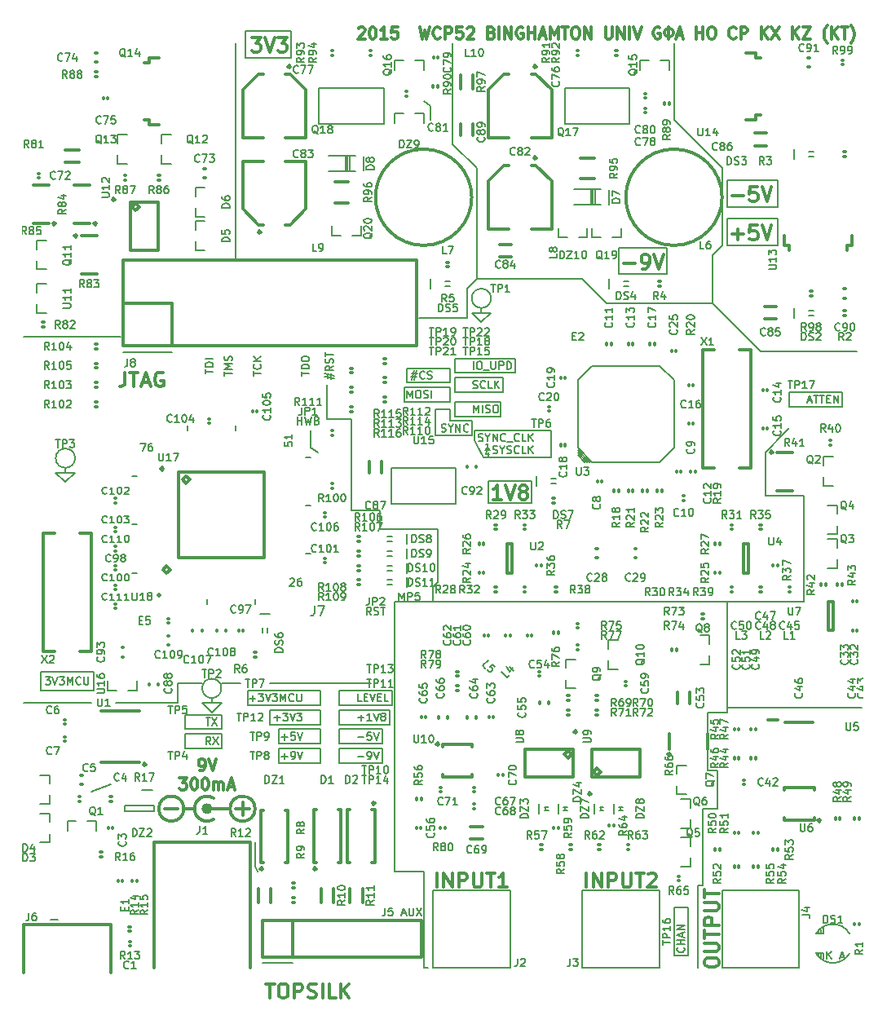
<source format=gto>
G04 #@! TF.FileFunction,Legend,Top*
%FSLAX46Y46*%
G04 Gerber Fmt 4.6, Leading zero omitted, Abs format (unit mm)*
G04 Created by KiCad (PCBNEW (2015-03-12 BZR 5508)-product) date Fri 13 Mar 2015 08:23:33 PM EDT*
%MOMM*%
G01*
G04 APERTURE LIST*
%ADD10C,0.100000*%
%ADD11C,0.200000*%
%ADD12C,0.150000*%
%ADD13C,0.300000*%
%ADD14C,0.350000*%
%ADD15C,0.600000*%
%ADD16O,1.450000X0.450000*%
%ADD17C,0.787400*%
%ADD18C,0.990600*%
%ADD19C,2.374900*%
%ADD20R,1.500000X1.500000*%
%ADD21O,0.300000X1.500000*%
%ADD22O,1.500000X0.300000*%
%ADD23R,0.300000X0.900000*%
%ADD24R,0.900000X0.300000*%
%ADD25R,5.900000X5.900000*%
%ADD26O,1.550000X0.600000*%
%ADD27R,2.750000X3.800000*%
%ADD28C,1.200000*%
%ADD29R,4.500000X2.000000*%
%ADD30O,5.000000X2.000000*%
%ADD31R,1.300000X0.900000*%
%ADD32R,1.300000X0.800000*%
%ADD33O,1.550000X0.550000*%
%ADD34R,1.000000X0.850000*%
%ADD35R,0.900000X0.950000*%
%ADD36R,3.570000X1.000000*%
%ADD37R,3.800000X1.000000*%
%ADD38R,3.240000X1.000000*%
%ADD39R,1.000000X3.800000*%
%ADD40R,1.000000X3.570000*%
%ADD41R,1.000000X3.240000*%
%ADD42R,1.100000X2.700000*%
%ADD43R,1.800000X5.300000*%
%ADD44R,1.900000X2.150000*%
%ADD45R,1.800000X1.050000*%
%ADD46O,1.550000X0.400000*%
%ADD47C,6.000000*%
%ADD48C,1.000000*%
%ADD49R,1.150000X1.450000*%
%ADD50R,0.950000X0.900000*%
%ADD51R,0.600000X0.650000*%
%ADD52R,0.650000X0.600000*%
%ADD53R,1.800000X1.200000*%
%ADD54R,1.450000X1.150000*%
%ADD55R,1.200000X1.800000*%
%ADD56R,1.600000X3.150000*%
%ADD57R,0.900000X1.200000*%
%ADD58R,0.300000X0.400000*%
%ADD59R,0.900000X1.300000*%
%ADD60R,0.800000X1.300000*%
%ADD61R,1.100000X1.300000*%
%ADD62R,1.450000X1.200000*%
%ADD63R,1.200000X1.450000*%
%ADD64R,0.400000X1.350000*%
%ADD65O,1.550000X1.550000*%
%ADD66O,1.250000X1.250000*%
%ADD67R,0.650000X0.700000*%
%ADD68C,2.000000*%
%ADD69R,1.100000X2.100000*%
%ADD70R,3.500000X2.100000*%
%ADD71R,1.050000X1.800000*%
%ADD72R,1.100000X0.600000*%
%ADD73O,0.600000X1.550000*%
%ADD74C,2.400000*%
%ADD75R,1.524000X2.286000*%
%ADD76O,1.524000X2.286000*%
%ADD77R,0.950000X1.000000*%
%ADD78R,1.500000X2.300000*%
%ADD79R,1.550000X2.400000*%
%ADD80R,0.899160X0.800100*%
%ADD81R,0.950000X0.550000*%
%ADD82R,0.550000X0.950000*%
%ADD83R,0.850000X1.000000*%
%ADD84R,2.450000X1.450000*%
%ADD85R,6.950000X6.950000*%
%ADD86R,1.450000X2.450000*%
%ADD87O,1.500000X0.550000*%
%ADD88O,0.550000X1.500000*%
%ADD89C,1.500000*%
%ADD90R,0.800100X0.899160*%
G04 APERTURE END LIST*
D10*
D11*
X124500000Y-78500000D02*
X124000000Y-78500000D01*
X124500000Y-84000000D02*
X124500000Y-78500000D01*
X124000000Y-84500000D02*
X124500000Y-84000000D01*
X124000000Y-86000000D02*
X124000000Y-84500000D01*
X161000000Y-65750000D02*
X161000000Y-64250000D01*
X166500000Y-65750000D02*
X161000000Y-65750000D01*
X166500000Y-64250000D02*
X166500000Y-65750000D01*
X161000000Y-64250000D02*
X166500000Y-64250000D01*
X127500000Y-56500000D02*
X122500000Y-56500000D01*
X127500000Y-53500000D02*
X127500000Y-56500000D01*
X128500000Y-52500000D02*
X127500000Y-53500000D01*
D12*
X164892857Y-123111905D02*
X164892857Y-122311905D01*
X165350000Y-123111905D02*
X165007143Y-122654762D01*
X165350000Y-122311905D02*
X164892857Y-122769048D01*
X166264286Y-122883333D02*
X166645238Y-122883333D01*
X166188095Y-123111905D02*
X166454762Y-122311905D01*
X166721429Y-123111905D01*
D11*
X139500000Y-52500000D02*
X133000000Y-52500000D01*
X142000000Y-55000000D02*
X139500000Y-52500000D01*
X128500000Y-52500000D02*
X128500000Y-41000000D01*
X129000000Y-52500000D02*
X128500000Y-52500000D01*
X149000000Y-36000000D02*
X149000000Y-28000000D01*
X154000000Y-41000000D02*
X149000000Y-36000000D01*
X154000000Y-49000000D02*
X154000000Y-41000000D01*
X153000000Y-50000000D02*
X154000000Y-49000000D01*
X153000000Y-55000000D02*
X153000000Y-50000000D01*
X126000000Y-38500000D02*
X126000000Y-28000000D01*
X128500000Y-41000000D02*
X126000000Y-38500000D01*
X103500000Y-50500000D02*
X103500000Y-28000000D01*
X113000000Y-67000000D02*
X113000000Y-63500000D01*
X115500000Y-67000000D02*
X113000000Y-67000000D01*
X115500000Y-76500000D02*
X115500000Y-67000000D01*
X118500000Y-76500000D02*
X115500000Y-76500000D01*
X118500000Y-78500000D02*
X118500000Y-76500000D01*
X124000000Y-78500000D02*
X118500000Y-78500000D01*
X129000000Y-52500000D02*
X133000000Y-52500000D01*
X81500000Y-58500000D02*
X91500000Y-58500000D01*
X88500000Y-96500000D02*
X81500000Y-96500000D01*
X97500000Y-96500000D02*
X91000000Y-96500000D01*
X97500000Y-94500000D02*
X97500000Y-96500000D01*
X100000000Y-94500000D02*
X97500000Y-94500000D01*
X104000000Y-94500000D02*
X102000000Y-94500000D01*
X117500000Y-94500000D02*
X107000000Y-94500000D01*
X168500000Y-97000000D02*
X154500000Y-97000000D01*
X151500000Y-115500000D02*
X151500000Y-124000000D01*
X152000000Y-115500000D02*
X151500000Y-115500000D01*
X152000000Y-107500000D02*
X152000000Y-115500000D01*
X152500000Y-107500000D02*
X152000000Y-107500000D01*
X153500000Y-107500000D02*
X152500000Y-107500000D01*
X153500000Y-103500000D02*
X153500000Y-107500000D01*
X152500000Y-103500000D02*
X153500000Y-103500000D01*
X152500000Y-97500000D02*
X152500000Y-103500000D01*
X154500000Y-97500000D02*
X152500000Y-97500000D01*
X154500000Y-86000000D02*
X154500000Y-97500000D01*
X123000000Y-124000000D02*
X123500000Y-124000000D01*
X123000000Y-114000000D02*
X123000000Y-124000000D01*
X120000000Y-114000000D02*
X123000000Y-114000000D01*
X120000000Y-86000000D02*
X120000000Y-114000000D01*
X124000000Y-86000000D02*
X120000000Y-86000000D01*
X126000000Y-86000000D02*
X124000000Y-86000000D01*
X160500000Y-68500000D02*
X161000000Y-68000000D01*
X158500000Y-70500000D02*
X160500000Y-68500000D01*
X158500000Y-75000000D02*
X158500000Y-70500000D01*
X162500000Y-75000000D02*
X158500000Y-75000000D01*
X162500000Y-86000000D02*
X162500000Y-75000000D01*
X154000000Y-86000000D02*
X162500000Y-86000000D01*
X126000000Y-86000000D02*
X154000000Y-86000000D01*
X158000000Y-60000000D02*
X168000000Y-60000000D01*
X157000000Y-59000000D02*
X158000000Y-60000000D01*
X153000000Y-55000000D02*
X157000000Y-59000000D01*
X142000000Y-55000000D02*
X153000000Y-55000000D01*
X98250000Y-101250000D02*
X98250000Y-99750000D01*
X102000000Y-101250000D02*
X98250000Y-101250000D01*
X102000000Y-99750000D02*
X102000000Y-101250000D01*
X98250000Y-99750000D02*
X102000000Y-99750000D01*
X98250000Y-99250000D02*
X98250000Y-97750000D01*
X102000000Y-99250000D02*
X98250000Y-99250000D01*
X102000000Y-97750000D02*
X102000000Y-99250000D01*
X101750000Y-97750000D02*
X102000000Y-97750000D01*
X98250000Y-97750000D02*
X101750000Y-97750000D01*
D12*
X100866667Y-100861905D02*
X100600000Y-100480952D01*
X100409524Y-100861905D02*
X100409524Y-100061905D01*
X100714286Y-100061905D01*
X100790477Y-100100000D01*
X100828572Y-100138095D01*
X100866667Y-100214286D01*
X100866667Y-100328571D01*
X100828572Y-100404762D01*
X100790477Y-100442857D01*
X100714286Y-100480952D01*
X100409524Y-100480952D01*
X101133334Y-100061905D02*
X101666667Y-100861905D01*
X101666667Y-100061905D02*
X101133334Y-100861905D01*
X100390476Y-98061905D02*
X100847619Y-98061905D01*
X100619048Y-98861905D02*
X100619048Y-98061905D01*
X101038096Y-98061905D02*
X101571429Y-98861905D01*
X101571429Y-98061905D02*
X101038096Y-98861905D01*
X117561905Y-87361905D02*
X117295238Y-86980952D01*
X117104762Y-87361905D02*
X117104762Y-86561905D01*
X117409524Y-86561905D01*
X117485715Y-86600000D01*
X117523810Y-86638095D01*
X117561905Y-86714286D01*
X117561905Y-86828571D01*
X117523810Y-86904762D01*
X117485715Y-86942857D01*
X117409524Y-86980952D01*
X117104762Y-86980952D01*
X117866667Y-87323810D02*
X117980953Y-87361905D01*
X118171429Y-87361905D01*
X118247619Y-87323810D01*
X118285715Y-87285714D01*
X118323810Y-87209524D01*
X118323810Y-87133333D01*
X118285715Y-87057143D01*
X118247619Y-87019048D01*
X118171429Y-86980952D01*
X118019048Y-86942857D01*
X117942857Y-86904762D01*
X117904762Y-86866667D01*
X117866667Y-86790476D01*
X117866667Y-86714286D01*
X117904762Y-86638095D01*
X117942857Y-86600000D01*
X118019048Y-86561905D01*
X118209524Y-86561905D01*
X118323810Y-86600000D01*
X118552381Y-86561905D02*
X119009524Y-86561905D01*
X118780953Y-87361905D02*
X118780953Y-86561905D01*
D11*
X125750000Y-66000000D02*
X124250000Y-66000000D01*
X125750000Y-67250000D02*
X125750000Y-66000000D01*
X128000000Y-67250000D02*
X125750000Y-67250000D01*
X128000000Y-68750000D02*
X128000000Y-67250000D01*
X124250000Y-68750000D02*
X128000000Y-68750000D01*
X124250000Y-66000000D02*
X124250000Y-68750000D01*
X111250000Y-70000000D02*
X112000000Y-70500000D01*
X111250000Y-68250000D02*
X111250000Y-70000000D01*
D12*
X109914286Y-67611905D02*
X109914286Y-66811905D01*
X109914286Y-67192857D02*
X110371429Y-67192857D01*
X110371429Y-67611905D02*
X110371429Y-66811905D01*
X110676191Y-66811905D02*
X110866667Y-67611905D01*
X111019048Y-67040476D01*
X111171429Y-67611905D01*
X111361905Y-66811905D01*
X111933334Y-67192857D02*
X112047620Y-67230952D01*
X112085715Y-67269048D01*
X112123810Y-67345238D01*
X112123810Y-67459524D01*
X112085715Y-67535714D01*
X112047620Y-67573810D01*
X111971429Y-67611905D01*
X111666667Y-67611905D01*
X111666667Y-66811905D01*
X111933334Y-66811905D01*
X112009524Y-66850000D01*
X112047620Y-66888095D01*
X112085715Y-66964286D01*
X112085715Y-67040476D01*
X112047620Y-67116667D01*
X112009524Y-67154762D01*
X111933334Y-67192857D01*
X111666667Y-67192857D01*
D11*
X149000000Y-122750000D02*
X149000000Y-117750000D01*
X150500000Y-122750000D02*
X149000000Y-122750000D01*
X150500000Y-117750000D02*
X150500000Y-122750000D01*
X149000000Y-117750000D02*
X150500000Y-117750000D01*
D12*
X150035714Y-121933333D02*
X150073810Y-121971428D01*
X150111905Y-122085714D01*
X150111905Y-122161904D01*
X150073810Y-122276190D01*
X149997619Y-122352381D01*
X149921429Y-122390476D01*
X149769048Y-122428571D01*
X149654762Y-122428571D01*
X149502381Y-122390476D01*
X149426190Y-122352381D01*
X149350000Y-122276190D01*
X149311905Y-122161904D01*
X149311905Y-122085714D01*
X149350000Y-121971428D01*
X149388095Y-121933333D01*
X150111905Y-121590476D02*
X149311905Y-121590476D01*
X149692857Y-121590476D02*
X149692857Y-121133333D01*
X150111905Y-121133333D02*
X149311905Y-121133333D01*
X149883333Y-120790476D02*
X149883333Y-120409524D01*
X150111905Y-120866667D02*
X149311905Y-120600000D01*
X150111905Y-120333333D01*
X150111905Y-120066667D02*
X149311905Y-120066667D01*
X150111905Y-119609524D01*
X149311905Y-119609524D01*
X162919048Y-65133333D02*
X163300000Y-65133333D01*
X162842857Y-65361905D02*
X163109524Y-64561905D01*
X163376191Y-65361905D01*
X163528571Y-64561905D02*
X163985714Y-64561905D01*
X163757143Y-65361905D02*
X163757143Y-64561905D01*
X164138095Y-64561905D02*
X164595238Y-64561905D01*
X164366667Y-65361905D02*
X164366667Y-64561905D01*
X164861905Y-64942857D02*
X165128572Y-64942857D01*
X165242858Y-65361905D02*
X164861905Y-65361905D01*
X164861905Y-64561905D01*
X165242858Y-64561905D01*
X165585715Y-65361905D02*
X165585715Y-64561905D01*
X166042858Y-65361905D01*
X166042858Y-64561905D01*
D11*
X128250000Y-68250000D02*
X134250000Y-68250000D01*
X128250000Y-69250000D02*
X128250000Y-68250000D01*
X128500000Y-69750000D02*
X128250000Y-69250000D01*
X129250000Y-71000000D02*
X128500000Y-69750000D01*
X136250000Y-71000000D02*
X129250000Y-71000000D01*
X136250000Y-68250000D02*
X136250000Y-71000000D01*
X134250000Y-68250000D02*
X136250000Y-68250000D01*
X126250000Y-60750000D02*
X126250000Y-62250000D01*
X132500000Y-60750000D02*
X126250000Y-60750000D01*
X132500000Y-62250000D02*
X132500000Y-60750000D01*
X132250000Y-62250000D02*
X132500000Y-62250000D01*
X126250000Y-62250000D02*
X132250000Y-62250000D01*
X126250000Y-62750000D02*
X126250000Y-64250000D01*
X131250000Y-62750000D02*
X126250000Y-62750000D01*
X131250000Y-64250000D02*
X131250000Y-62750000D01*
X126250000Y-64250000D02*
X131250000Y-64250000D01*
X126250000Y-66750000D02*
X126250000Y-65250000D01*
X131000000Y-66750000D02*
X126250000Y-66750000D01*
X131000000Y-65250000D02*
X131000000Y-66750000D01*
X126250000Y-65250000D02*
X131000000Y-65250000D01*
X121250000Y-63250000D02*
X125750000Y-63250000D01*
X121250000Y-61750000D02*
X121250000Y-63250000D01*
X125750000Y-61750000D02*
X121250000Y-61750000D01*
X125750000Y-63250000D02*
X125750000Y-61750000D01*
X121000000Y-65250000D02*
X125750000Y-65250000D01*
X121000000Y-63750000D02*
X121000000Y-65250000D01*
X125750000Y-63750000D02*
X121000000Y-63750000D01*
X125750000Y-65250000D02*
X125750000Y-63750000D01*
X104750000Y-96750000D02*
X112250000Y-96750000D01*
X104750000Y-95250000D02*
X104750000Y-96750000D01*
X112250000Y-95250000D02*
X104750000Y-95250000D01*
X112250000Y-96750000D02*
X112250000Y-95250000D01*
X114250000Y-95250000D02*
X114250000Y-96750000D01*
X119750000Y-95250000D02*
X114250000Y-95250000D01*
X119750000Y-96750000D02*
X119750000Y-95250000D01*
X119500000Y-96750000D02*
X119750000Y-96750000D01*
X114250000Y-96750000D02*
X119500000Y-96750000D01*
X114250000Y-97250000D02*
X114250000Y-98750000D01*
X119500000Y-97250000D02*
X114250000Y-97250000D01*
X119500000Y-98750000D02*
X119500000Y-97250000D01*
X114250000Y-98750000D02*
X119500000Y-98750000D01*
X114250000Y-99250000D02*
X114250000Y-100750000D01*
X118750000Y-99250000D02*
X114250000Y-99250000D01*
X118750000Y-100750000D02*
X118750000Y-99250000D01*
X114250000Y-100750000D02*
X118750000Y-100750000D01*
X114250000Y-102750000D02*
X114250000Y-101250000D01*
X118750000Y-102750000D02*
X114250000Y-102750000D01*
X118750000Y-101250000D02*
X118750000Y-102750000D01*
X114250000Y-101250000D02*
X118750000Y-101250000D01*
X108000000Y-101250000D02*
X112250000Y-101250000D01*
X108000000Y-102750000D02*
X108000000Y-101250000D01*
X112250000Y-102750000D02*
X108000000Y-102750000D01*
X112250000Y-101250000D02*
X112250000Y-102750000D01*
X108000000Y-99250000D02*
X112250000Y-99250000D01*
X108000000Y-100750000D02*
X108000000Y-99250000D01*
X112250000Y-100750000D02*
X108000000Y-100750000D01*
X112250000Y-99250000D02*
X112250000Y-100750000D01*
X107000000Y-97250000D02*
X112250000Y-97250000D01*
X107000000Y-97500000D02*
X107000000Y-97250000D01*
X107000000Y-98750000D02*
X107000000Y-97500000D01*
X112250000Y-98750000D02*
X107000000Y-98750000D01*
X112250000Y-97250000D02*
X112250000Y-98750000D01*
X159750000Y-46250000D02*
X159750000Y-49000000D01*
X154500000Y-46250000D02*
X159750000Y-46250000D01*
X154500000Y-49000000D02*
X154500000Y-46250000D01*
X159750000Y-49000000D02*
X154500000Y-49000000D01*
X154500000Y-42250000D02*
X159750000Y-42250000D01*
X154500000Y-45000000D02*
X154500000Y-42250000D01*
X159750000Y-45000000D02*
X154500000Y-45000000D01*
X159750000Y-42250000D02*
X159750000Y-45000000D01*
D13*
X155071429Y-47857143D02*
X156214286Y-47857143D01*
X155642857Y-48428571D02*
X155642857Y-47285714D01*
X157642858Y-46928571D02*
X156928572Y-46928571D01*
X156857143Y-47642857D01*
X156928572Y-47571429D01*
X157071429Y-47500000D01*
X157428572Y-47500000D01*
X157571429Y-47571429D01*
X157642858Y-47642857D01*
X157714286Y-47785714D01*
X157714286Y-48142857D01*
X157642858Y-48285714D01*
X157571429Y-48357143D01*
X157428572Y-48428571D01*
X157071429Y-48428571D01*
X156928572Y-48357143D01*
X156857143Y-48285714D01*
X158142857Y-46928571D02*
X158642857Y-48428571D01*
X159142857Y-46928571D01*
X155071429Y-43857143D02*
X156214286Y-43857143D01*
X157642858Y-42928571D02*
X156928572Y-42928571D01*
X156857143Y-43642857D01*
X156928572Y-43571429D01*
X157071429Y-43500000D01*
X157428572Y-43500000D01*
X157571429Y-43571429D01*
X157642858Y-43642857D01*
X157714286Y-43785714D01*
X157714286Y-44142857D01*
X157642858Y-44285714D01*
X157571429Y-44357143D01*
X157428572Y-44428571D01*
X157071429Y-44428571D01*
X156928572Y-44357143D01*
X156857143Y-44285714D01*
X158142857Y-42928571D02*
X158642857Y-44428571D01*
X159142857Y-42928571D01*
D11*
X143250000Y-49250000D02*
X148250000Y-49250000D01*
X143250000Y-49500000D02*
X143250000Y-49250000D01*
X143250000Y-52000000D02*
X143250000Y-49500000D01*
X148250000Y-52000000D02*
X143250000Y-52000000D01*
X148250000Y-49250000D02*
X148250000Y-52000000D01*
D13*
X143821429Y-50857143D02*
X144964286Y-50857143D01*
X145750000Y-51428571D02*
X146035715Y-51428571D01*
X146178572Y-51357143D01*
X146250000Y-51285714D01*
X146392858Y-51071429D01*
X146464286Y-50785714D01*
X146464286Y-50214286D01*
X146392858Y-50071429D01*
X146321429Y-50000000D01*
X146178572Y-49928571D01*
X145892858Y-49928571D01*
X145750000Y-50000000D01*
X145678572Y-50071429D01*
X145607143Y-50214286D01*
X145607143Y-50571429D01*
X145678572Y-50714286D01*
X145750000Y-50785714D01*
X145892858Y-50857143D01*
X146178572Y-50857143D01*
X146321429Y-50785714D01*
X146392858Y-50714286D01*
X146464286Y-50571429D01*
X146892857Y-49928571D02*
X147392857Y-51428571D01*
X147892857Y-49928571D01*
D11*
X104500000Y-29500000D02*
X104500000Y-26750000D01*
X109250000Y-29500000D02*
X104500000Y-29500000D01*
X109250000Y-26750000D02*
X109250000Y-29500000D01*
X104500000Y-26750000D02*
X109250000Y-26750000D01*
D13*
X105142858Y-27428571D02*
X106071429Y-27428571D01*
X105571429Y-28000000D01*
X105785715Y-28000000D01*
X105928572Y-28071429D01*
X106000001Y-28142857D01*
X106071429Y-28285714D01*
X106071429Y-28642857D01*
X106000001Y-28785714D01*
X105928572Y-28857143D01*
X105785715Y-28928571D01*
X105357143Y-28928571D01*
X105214286Y-28857143D01*
X105142858Y-28785714D01*
X106500000Y-27428571D02*
X107000000Y-28928571D01*
X107500000Y-27428571D01*
X107857143Y-27428571D02*
X108785714Y-27428571D01*
X108285714Y-28000000D01*
X108500000Y-28000000D01*
X108642857Y-28071429D01*
X108714286Y-28142857D01*
X108785714Y-28285714D01*
X108785714Y-28642857D01*
X108714286Y-28785714D01*
X108642857Y-28857143D01*
X108500000Y-28928571D01*
X108071428Y-28928571D01*
X107928571Y-28857143D01*
X107857143Y-28785714D01*
D11*
X129750000Y-75750000D02*
X129750000Y-73500000D01*
X134250000Y-75750000D02*
X129750000Y-75750000D01*
X134250000Y-73500000D02*
X134250000Y-75750000D01*
X129750000Y-73500000D02*
X134250000Y-73500000D01*
D13*
X131071429Y-75428571D02*
X130214286Y-75428571D01*
X130642858Y-75428571D02*
X130642858Y-73928571D01*
X130500001Y-74142857D01*
X130357143Y-74285714D01*
X130214286Y-74357143D01*
X131500000Y-73928571D02*
X132000000Y-75428571D01*
X132500000Y-73928571D01*
X133214286Y-74571429D02*
X133071428Y-74500000D01*
X133000000Y-74428571D01*
X132928571Y-74285714D01*
X132928571Y-74214286D01*
X133000000Y-74071429D01*
X133071428Y-74000000D01*
X133214286Y-73928571D01*
X133500000Y-73928571D01*
X133642857Y-74000000D01*
X133714286Y-74071429D01*
X133785714Y-74214286D01*
X133785714Y-74285714D01*
X133714286Y-74428571D01*
X133642857Y-74500000D01*
X133500000Y-74571429D01*
X133214286Y-74571429D01*
X133071428Y-74642857D01*
X133000000Y-74714286D01*
X132928571Y-74857143D01*
X132928571Y-75142857D01*
X133000000Y-75285714D01*
X133071428Y-75357143D01*
X133214286Y-75428571D01*
X133500000Y-75428571D01*
X133642857Y-75357143D01*
X133714286Y-75285714D01*
X133785714Y-75142857D01*
X133785714Y-74857143D01*
X133714286Y-74714286D01*
X133642857Y-74642857D01*
X133500000Y-74571429D01*
D11*
X88750000Y-93250000D02*
X83250000Y-93250000D01*
X88750000Y-95250000D02*
X88750000Y-93250000D01*
X83250000Y-95250000D02*
X88750000Y-95250000D01*
X83250000Y-93250000D02*
X83250000Y-95250000D01*
D13*
X152178571Y-123607143D02*
X152178571Y-123321429D01*
X152250000Y-123178571D01*
X152392857Y-123035714D01*
X152678571Y-122964286D01*
X153178571Y-122964286D01*
X153464286Y-123035714D01*
X153607143Y-123178571D01*
X153678571Y-123321429D01*
X153678571Y-123607143D01*
X153607143Y-123750000D01*
X153464286Y-123892857D01*
X153178571Y-123964286D01*
X152678571Y-123964286D01*
X152392857Y-123892857D01*
X152250000Y-123750000D01*
X152178571Y-123607143D01*
X152178571Y-122321428D02*
X153392857Y-122321428D01*
X153535714Y-122250000D01*
X153607143Y-122178571D01*
X153678571Y-122035714D01*
X153678571Y-121750000D01*
X153607143Y-121607142D01*
X153535714Y-121535714D01*
X153392857Y-121464285D01*
X152178571Y-121464285D01*
X152178571Y-120964285D02*
X152178571Y-120107142D01*
X153678571Y-120535713D02*
X152178571Y-120535713D01*
X153678571Y-119607142D02*
X152178571Y-119607142D01*
X152178571Y-119035714D01*
X152250000Y-118892856D01*
X152321429Y-118821428D01*
X152464286Y-118749999D01*
X152678571Y-118749999D01*
X152821429Y-118821428D01*
X152892857Y-118892856D01*
X152964286Y-119035714D01*
X152964286Y-119607142D01*
X152178571Y-118107142D02*
X153392857Y-118107142D01*
X153535714Y-118035714D01*
X153607143Y-117964285D01*
X153678571Y-117821428D01*
X153678571Y-117535714D01*
X153607143Y-117392856D01*
X153535714Y-117321428D01*
X153392857Y-117249999D01*
X152178571Y-117249999D01*
X152178571Y-116749999D02*
X152178571Y-115892856D01*
X153678571Y-116321427D02*
X152178571Y-116321427D01*
X139892857Y-115678571D02*
X139892857Y-114178571D01*
X140607143Y-115678571D02*
X140607143Y-114178571D01*
X141464286Y-115678571D01*
X141464286Y-114178571D01*
X142178572Y-115678571D02*
X142178572Y-114178571D01*
X142750000Y-114178571D01*
X142892858Y-114250000D01*
X142964286Y-114321429D01*
X143035715Y-114464286D01*
X143035715Y-114678571D01*
X142964286Y-114821429D01*
X142892858Y-114892857D01*
X142750000Y-114964286D01*
X142178572Y-114964286D01*
X143678572Y-114178571D02*
X143678572Y-115392857D01*
X143750000Y-115535714D01*
X143821429Y-115607143D01*
X143964286Y-115678571D01*
X144250000Y-115678571D01*
X144392858Y-115607143D01*
X144464286Y-115535714D01*
X144535715Y-115392857D01*
X144535715Y-114178571D01*
X145035715Y-114178571D02*
X145892858Y-114178571D01*
X145464287Y-115678571D02*
X145464287Y-114178571D01*
X146321429Y-114321429D02*
X146392858Y-114250000D01*
X146535715Y-114178571D01*
X146892858Y-114178571D01*
X147035715Y-114250000D01*
X147107144Y-114321429D01*
X147178572Y-114464286D01*
X147178572Y-114607143D01*
X147107144Y-114821429D01*
X146250001Y-115678571D01*
X147178572Y-115678571D01*
X124392857Y-115678571D02*
X124392857Y-114178571D01*
X125107143Y-115678571D02*
X125107143Y-114178571D01*
X125964286Y-115678571D01*
X125964286Y-114178571D01*
X126678572Y-115678571D02*
X126678572Y-114178571D01*
X127250000Y-114178571D01*
X127392858Y-114250000D01*
X127464286Y-114321429D01*
X127535715Y-114464286D01*
X127535715Y-114678571D01*
X127464286Y-114821429D01*
X127392858Y-114892857D01*
X127250000Y-114964286D01*
X126678572Y-114964286D01*
X128178572Y-114178571D02*
X128178572Y-115392857D01*
X128250000Y-115535714D01*
X128321429Y-115607143D01*
X128464286Y-115678571D01*
X128750000Y-115678571D01*
X128892858Y-115607143D01*
X128964286Y-115535714D01*
X129035715Y-115392857D01*
X129035715Y-114178571D01*
X129535715Y-114178571D02*
X130392858Y-114178571D01*
X129964287Y-115678571D02*
X129964287Y-114178571D01*
X131678572Y-115678571D02*
X130821429Y-115678571D01*
X131250001Y-115678571D02*
X131250001Y-114178571D01*
X131107144Y-114392857D01*
X130964286Y-114535714D01*
X130821429Y-114607143D01*
D12*
X120759524Y-118383333D02*
X121140476Y-118383333D01*
X120683333Y-118611905D02*
X120950000Y-117811905D01*
X121216667Y-118611905D01*
X121483333Y-117811905D02*
X121483333Y-118459524D01*
X121521428Y-118535714D01*
X121559524Y-118573810D01*
X121635714Y-118611905D01*
X121788095Y-118611905D01*
X121864286Y-118573810D01*
X121902381Y-118535714D01*
X121940476Y-118459524D01*
X121940476Y-117811905D01*
X122245238Y-117811905D02*
X122778571Y-118611905D01*
X122778571Y-117811905D02*
X122245238Y-118611905D01*
X83733334Y-93811905D02*
X84228572Y-93811905D01*
X83961905Y-94116667D01*
X84076191Y-94116667D01*
X84152381Y-94154762D01*
X84190477Y-94192857D01*
X84228572Y-94269048D01*
X84228572Y-94459524D01*
X84190477Y-94535714D01*
X84152381Y-94573810D01*
X84076191Y-94611905D01*
X83847619Y-94611905D01*
X83771429Y-94573810D01*
X83733334Y-94535714D01*
X84457143Y-93811905D02*
X84723810Y-94611905D01*
X84990477Y-93811905D01*
X85180953Y-93811905D02*
X85676191Y-93811905D01*
X85409524Y-94116667D01*
X85523810Y-94116667D01*
X85600000Y-94154762D01*
X85638096Y-94192857D01*
X85676191Y-94269048D01*
X85676191Y-94459524D01*
X85638096Y-94535714D01*
X85600000Y-94573810D01*
X85523810Y-94611905D01*
X85295238Y-94611905D01*
X85219048Y-94573810D01*
X85180953Y-94535714D01*
X86019048Y-94611905D02*
X86019048Y-93811905D01*
X86285715Y-94383333D01*
X86552382Y-93811905D01*
X86552382Y-94611905D01*
X87390477Y-94535714D02*
X87352382Y-94573810D01*
X87238096Y-94611905D01*
X87161906Y-94611905D01*
X87047620Y-94573810D01*
X86971429Y-94497619D01*
X86933334Y-94421429D01*
X86895239Y-94269048D01*
X86895239Y-94154762D01*
X86933334Y-94002381D01*
X86971429Y-93926190D01*
X87047620Y-93850000D01*
X87161906Y-93811905D01*
X87238096Y-93811905D01*
X87352382Y-93850000D01*
X87390477Y-93888095D01*
X87733334Y-93811905D02*
X87733334Y-94459524D01*
X87771429Y-94535714D01*
X87809525Y-94573810D01*
X87885715Y-94611905D01*
X88038096Y-94611905D01*
X88114287Y-94573810D01*
X88152382Y-94535714D01*
X88190477Y-94459524D01*
X88190477Y-93811905D01*
D13*
X106642857Y-125678571D02*
X107500000Y-125678571D01*
X107071429Y-127178571D02*
X107071429Y-125678571D01*
X108285714Y-125678571D02*
X108571428Y-125678571D01*
X108714286Y-125750000D01*
X108857143Y-125892857D01*
X108928571Y-126178571D01*
X108928571Y-126678571D01*
X108857143Y-126964286D01*
X108714286Y-127107143D01*
X108571428Y-127178571D01*
X108285714Y-127178571D01*
X108142857Y-127107143D01*
X108000000Y-126964286D01*
X107928571Y-126678571D01*
X107928571Y-126178571D01*
X108000000Y-125892857D01*
X108142857Y-125750000D01*
X108285714Y-125678571D01*
X109571429Y-127178571D02*
X109571429Y-125678571D01*
X110142857Y-125678571D01*
X110285715Y-125750000D01*
X110357143Y-125821429D01*
X110428572Y-125964286D01*
X110428572Y-126178571D01*
X110357143Y-126321429D01*
X110285715Y-126392857D01*
X110142857Y-126464286D01*
X109571429Y-126464286D01*
X111000000Y-127107143D02*
X111214286Y-127178571D01*
X111571429Y-127178571D01*
X111714286Y-127107143D01*
X111785715Y-127035714D01*
X111857143Y-126892857D01*
X111857143Y-126750000D01*
X111785715Y-126607143D01*
X111714286Y-126535714D01*
X111571429Y-126464286D01*
X111285715Y-126392857D01*
X111142857Y-126321429D01*
X111071429Y-126250000D01*
X111000000Y-126107143D01*
X111000000Y-125964286D01*
X111071429Y-125821429D01*
X111142857Y-125750000D01*
X111285715Y-125678571D01*
X111642857Y-125678571D01*
X111857143Y-125750000D01*
X112500000Y-127178571D02*
X112500000Y-125678571D01*
X113928572Y-127178571D02*
X113214286Y-127178571D01*
X113214286Y-125678571D01*
X114428572Y-127178571D02*
X114428572Y-125678571D01*
X115285715Y-127178571D02*
X114642858Y-126321429D01*
X115285715Y-125678571D02*
X114428572Y-126535714D01*
D11*
X85800000Y-73600000D02*
X86800000Y-72600000D01*
X84800000Y-72600000D02*
X85800000Y-73600000D01*
X86800000Y-72600000D02*
X85800000Y-72600000D01*
X86800000Y-71100000D02*
G75*
G03X86800000Y-71100000I-1000000J0D01*
G01*
X85800000Y-72100000D02*
X85800000Y-72600000D01*
X85800000Y-72600000D02*
X84800000Y-72600000D01*
X102000000Y-95000000D02*
G75*
G03X102000000Y-95000000I-1000000J0D01*
G01*
X101000000Y-96000000D02*
X101000000Y-96500000D01*
X101000000Y-96500000D02*
X100000000Y-96500000D01*
X100000000Y-96500000D02*
X101000000Y-97500000D01*
X101000000Y-97500000D02*
X102000000Y-96500000D01*
X102000000Y-96500000D02*
X101000000Y-96500000D01*
X93250000Y-83000000D02*
X92750000Y-83000000D01*
X93250000Y-78000000D02*
X92750000Y-78000000D01*
X93250000Y-73000000D02*
X92750000Y-73000000D01*
X98500000Y-68250000D02*
X98500000Y-67750000D01*
X103500000Y-68250000D02*
X103500000Y-67750000D01*
X110750000Y-71000000D02*
X111250000Y-71000000D01*
X110750000Y-76000000D02*
X111250000Y-76000000D01*
X110750000Y-81000000D02*
X111250000Y-81000000D01*
X105500000Y-85750000D02*
X105500000Y-86250000D01*
X100500000Y-85750000D02*
X100500000Y-86250000D01*
D12*
X93602381Y-69561905D02*
X94135714Y-69561905D01*
X93792857Y-70361905D01*
X94783333Y-69561905D02*
X94630952Y-69561905D01*
X94554762Y-69600000D01*
X94516667Y-69638095D01*
X94440476Y-69752381D01*
X94402381Y-69904762D01*
X94402381Y-70209524D01*
X94440476Y-70285714D01*
X94478571Y-70323810D01*
X94554762Y-70361905D01*
X94707143Y-70361905D01*
X94783333Y-70323810D01*
X94821429Y-70285714D01*
X94859524Y-70209524D01*
X94859524Y-70019048D01*
X94821429Y-69942857D01*
X94783333Y-69904762D01*
X94707143Y-69866667D01*
X94554762Y-69866667D01*
X94478571Y-69904762D01*
X94440476Y-69942857D01*
X94402381Y-70019048D01*
X108561905Y-69440476D02*
X108561905Y-69821429D01*
X108942857Y-69859524D01*
X108904762Y-69821429D01*
X108866667Y-69745238D01*
X108866667Y-69554762D01*
X108904762Y-69478572D01*
X108942857Y-69440476D01*
X109019048Y-69402381D01*
X109209524Y-69402381D01*
X109285714Y-69440476D01*
X109323810Y-69478572D01*
X109361905Y-69554762D01*
X109361905Y-69745238D01*
X109323810Y-69821429D01*
X109285714Y-69859524D01*
X109361905Y-68640476D02*
X109361905Y-69097619D01*
X109361905Y-68869048D02*
X108561905Y-68869048D01*
X108676190Y-68945238D01*
X108752381Y-69021429D01*
X108790476Y-69097619D01*
X109140476Y-83638095D02*
X109178571Y-83600000D01*
X109254762Y-83561905D01*
X109445238Y-83561905D01*
X109521428Y-83600000D01*
X109559524Y-83638095D01*
X109597619Y-83714286D01*
X109597619Y-83790476D01*
X109559524Y-83904762D01*
X109102381Y-84361905D01*
X109597619Y-84361905D01*
X110283333Y-83561905D02*
X110130952Y-83561905D01*
X110054762Y-83600000D01*
X110016667Y-83638095D01*
X109940476Y-83752381D01*
X109902381Y-83904762D01*
X109902381Y-84209524D01*
X109940476Y-84285714D01*
X109978571Y-84323810D01*
X110054762Y-84361905D01*
X110207143Y-84361905D01*
X110283333Y-84323810D01*
X110321429Y-84285714D01*
X110359524Y-84209524D01*
X110359524Y-84019048D01*
X110321429Y-83942857D01*
X110283333Y-83904762D01*
X110207143Y-83866667D01*
X110054762Y-83866667D01*
X109978571Y-83904762D01*
X109940476Y-83942857D01*
X109902381Y-84019048D01*
X113078571Y-62833333D02*
X113078571Y-62261904D01*
X112735714Y-62604762D02*
X113764286Y-62833333D01*
X113421429Y-62338095D02*
X113421429Y-62909524D01*
X113764286Y-62566666D02*
X112735714Y-62338095D01*
X113611905Y-61538095D02*
X113230952Y-61804762D01*
X113611905Y-61995238D02*
X112811905Y-61995238D01*
X112811905Y-61690476D01*
X112850000Y-61614285D01*
X112888095Y-61576190D01*
X112964286Y-61538095D01*
X113078571Y-61538095D01*
X113154762Y-61576190D01*
X113192857Y-61614285D01*
X113230952Y-61690476D01*
X113230952Y-61995238D01*
X113573810Y-61233333D02*
X113611905Y-61119047D01*
X113611905Y-60928571D01*
X113573810Y-60852381D01*
X113535714Y-60814285D01*
X113459524Y-60776190D01*
X113383333Y-60776190D01*
X113307143Y-60814285D01*
X113269048Y-60852381D01*
X113230952Y-60928571D01*
X113192857Y-61080952D01*
X113154762Y-61157143D01*
X113116667Y-61195238D01*
X113040476Y-61233333D01*
X112964286Y-61233333D01*
X112888095Y-61195238D01*
X112850000Y-61157143D01*
X112811905Y-61080952D01*
X112811905Y-60890476D01*
X112850000Y-60776190D01*
X112811905Y-60547619D02*
X112811905Y-60090476D01*
X113611905Y-60319047D02*
X112811905Y-60319047D01*
X110311905Y-62547619D02*
X110311905Y-62090476D01*
X111111905Y-62319047D02*
X110311905Y-62319047D01*
X111111905Y-61823809D02*
X110311905Y-61823809D01*
X110311905Y-61633333D01*
X110350000Y-61519047D01*
X110426190Y-61442856D01*
X110502381Y-61404761D01*
X110654762Y-61366666D01*
X110769048Y-61366666D01*
X110921429Y-61404761D01*
X110997619Y-61442856D01*
X111073810Y-61519047D01*
X111111905Y-61633333D01*
X111111905Y-61823809D01*
X110311905Y-60871428D02*
X110311905Y-60719047D01*
X110350000Y-60642856D01*
X110426190Y-60566666D01*
X110578571Y-60528571D01*
X110845238Y-60528571D01*
X110997619Y-60566666D01*
X111073810Y-60642856D01*
X111111905Y-60719047D01*
X111111905Y-60871428D01*
X111073810Y-60947618D01*
X110997619Y-61023809D01*
X110845238Y-61061904D01*
X110578571Y-61061904D01*
X110426190Y-61023809D01*
X110350000Y-60947618D01*
X110311905Y-60871428D01*
X105311905Y-62528572D02*
X105311905Y-62071429D01*
X106111905Y-62300000D02*
X105311905Y-62300000D01*
X106035714Y-61347619D02*
X106073810Y-61385714D01*
X106111905Y-61500000D01*
X106111905Y-61576190D01*
X106073810Y-61690476D01*
X105997619Y-61766667D01*
X105921429Y-61804762D01*
X105769048Y-61842857D01*
X105654762Y-61842857D01*
X105502381Y-61804762D01*
X105426190Y-61766667D01*
X105350000Y-61690476D01*
X105311905Y-61576190D01*
X105311905Y-61500000D01*
X105350000Y-61385714D01*
X105388095Y-61347619D01*
X106111905Y-61004762D02*
X105311905Y-61004762D01*
X106111905Y-60547619D02*
X105654762Y-60890476D01*
X105311905Y-60547619D02*
X105769048Y-61004762D01*
X102311905Y-62566667D02*
X102311905Y-62109524D01*
X103111905Y-62338095D02*
X102311905Y-62338095D01*
X103111905Y-61842857D02*
X102311905Y-61842857D01*
X102883333Y-61576190D01*
X102311905Y-61309523D01*
X103111905Y-61309523D01*
X103073810Y-60966666D02*
X103111905Y-60852380D01*
X103111905Y-60661904D01*
X103073810Y-60585714D01*
X103035714Y-60547618D01*
X102959524Y-60509523D01*
X102883333Y-60509523D01*
X102807143Y-60547618D01*
X102769048Y-60585714D01*
X102730952Y-60661904D01*
X102692857Y-60814285D01*
X102654762Y-60890476D01*
X102616667Y-60928571D01*
X102540476Y-60966666D01*
X102464286Y-60966666D01*
X102388095Y-60928571D01*
X102350000Y-60890476D01*
X102311905Y-60814285D01*
X102311905Y-60623809D01*
X102350000Y-60509523D01*
X100311905Y-62319048D02*
X100311905Y-61861905D01*
X101111905Y-62090476D02*
X100311905Y-62090476D01*
X101111905Y-61595238D02*
X100311905Y-61595238D01*
X100311905Y-61404762D01*
X100350000Y-61290476D01*
X100426190Y-61214285D01*
X100502381Y-61176190D01*
X100654762Y-61138095D01*
X100769048Y-61138095D01*
X100921429Y-61176190D01*
X100997619Y-61214285D01*
X101073810Y-61290476D01*
X101111905Y-61404762D01*
X101111905Y-61595238D01*
X101111905Y-60795238D02*
X100311905Y-60795238D01*
D13*
X92000000Y-62178571D02*
X92000000Y-63250000D01*
X91928572Y-63464286D01*
X91785715Y-63607143D01*
X91571429Y-63678571D01*
X91428572Y-63678571D01*
X92500000Y-62178571D02*
X93357143Y-62178571D01*
X92928572Y-63678571D02*
X92928572Y-62178571D01*
X93785714Y-63250000D02*
X94500000Y-63250000D01*
X93642857Y-63678571D02*
X94142857Y-62178571D01*
X94642857Y-63678571D01*
X95928571Y-62250000D02*
X95785714Y-62178571D01*
X95571428Y-62178571D01*
X95357143Y-62250000D01*
X95214285Y-62392857D01*
X95142857Y-62535714D01*
X95071428Y-62821429D01*
X95071428Y-63035714D01*
X95142857Y-63321429D01*
X95214285Y-63464286D01*
X95357143Y-63607143D01*
X95571428Y-63678571D01*
X95714285Y-63678571D01*
X95928571Y-63607143D01*
X96000000Y-63535714D01*
X96000000Y-63035714D01*
X95714285Y-63035714D01*
D11*
X123750000Y-34500000D02*
X123000000Y-34000000D01*
X123750000Y-36000000D02*
X123750000Y-34500000D01*
D13*
X116228567Y-26457143D02*
X116285710Y-26400000D01*
X116399996Y-26342857D01*
X116685710Y-26342857D01*
X116799996Y-26400000D01*
X116857139Y-26457143D01*
X116914282Y-26571429D01*
X116914282Y-26685714D01*
X116857139Y-26857143D01*
X116171425Y-27542857D01*
X116914282Y-27542857D01*
X117657139Y-26342857D02*
X117771424Y-26342857D01*
X117885710Y-26400000D01*
X117942853Y-26457143D01*
X117999996Y-26571429D01*
X118057139Y-26800000D01*
X118057139Y-27085714D01*
X117999996Y-27314286D01*
X117942853Y-27428571D01*
X117885710Y-27485714D01*
X117771424Y-27542857D01*
X117657139Y-27542857D01*
X117542853Y-27485714D01*
X117485710Y-27428571D01*
X117428567Y-27314286D01*
X117371424Y-27085714D01*
X117371424Y-26800000D01*
X117428567Y-26571429D01*
X117485710Y-26457143D01*
X117542853Y-26400000D01*
X117657139Y-26342857D01*
X119199996Y-27542857D02*
X118514281Y-27542857D01*
X118857139Y-27542857D02*
X118857139Y-26342857D01*
X118742853Y-26514286D01*
X118628567Y-26628571D01*
X118514281Y-26685714D01*
X120285710Y-26342857D02*
X119714281Y-26342857D01*
X119657138Y-26914286D01*
X119714281Y-26857143D01*
X119828567Y-26800000D01*
X120114281Y-26800000D01*
X120228567Y-26857143D01*
X120285710Y-26914286D01*
X120342853Y-27028571D01*
X120342853Y-27314286D01*
X120285710Y-27428571D01*
X120228567Y-27485714D01*
X120114281Y-27542857D01*
X119828567Y-27542857D01*
X119714281Y-27485714D01*
X119657138Y-27428571D01*
X122571425Y-26342857D02*
X122857139Y-27542857D01*
X123085710Y-26685714D01*
X123314282Y-27542857D01*
X123599996Y-26342857D01*
X124742854Y-27428571D02*
X124685711Y-27485714D01*
X124514282Y-27542857D01*
X124399996Y-27542857D01*
X124228568Y-27485714D01*
X124114282Y-27371429D01*
X124057139Y-27257143D01*
X123999996Y-27028571D01*
X123999996Y-26857143D01*
X124057139Y-26628571D01*
X124114282Y-26514286D01*
X124228568Y-26400000D01*
X124399996Y-26342857D01*
X124514282Y-26342857D01*
X124685711Y-26400000D01*
X124742854Y-26457143D01*
X125257139Y-27542857D02*
X125257139Y-26342857D01*
X125714282Y-26342857D01*
X125828568Y-26400000D01*
X125885711Y-26457143D01*
X125942854Y-26571429D01*
X125942854Y-26742857D01*
X125885711Y-26857143D01*
X125828568Y-26914286D01*
X125714282Y-26971429D01*
X125257139Y-26971429D01*
X127028568Y-26342857D02*
X126457139Y-26342857D01*
X126399996Y-26914286D01*
X126457139Y-26857143D01*
X126571425Y-26800000D01*
X126857139Y-26800000D01*
X126971425Y-26857143D01*
X127028568Y-26914286D01*
X127085711Y-27028571D01*
X127085711Y-27314286D01*
X127028568Y-27428571D01*
X126971425Y-27485714D01*
X126857139Y-27542857D01*
X126571425Y-27542857D01*
X126457139Y-27485714D01*
X126399996Y-27428571D01*
X127542853Y-26457143D02*
X127599996Y-26400000D01*
X127714282Y-26342857D01*
X127999996Y-26342857D01*
X128114282Y-26400000D01*
X128171425Y-26457143D01*
X128228568Y-26571429D01*
X128228568Y-26685714D01*
X128171425Y-26857143D01*
X127485711Y-27542857D01*
X128228568Y-27542857D01*
X130057139Y-26914286D02*
X130228568Y-26971429D01*
X130285711Y-27028571D01*
X130342854Y-27142857D01*
X130342854Y-27314286D01*
X130285711Y-27428571D01*
X130228568Y-27485714D01*
X130114282Y-27542857D01*
X129657139Y-27542857D01*
X129657139Y-26342857D01*
X130057139Y-26342857D01*
X130171425Y-26400000D01*
X130228568Y-26457143D01*
X130285711Y-26571429D01*
X130285711Y-26685714D01*
X130228568Y-26800000D01*
X130171425Y-26857143D01*
X130057139Y-26914286D01*
X129657139Y-26914286D01*
X130857139Y-27542857D02*
X130857139Y-26342857D01*
X131428568Y-27542857D02*
X131428568Y-26342857D01*
X132114283Y-27542857D01*
X132114283Y-26342857D01*
X133314283Y-26400000D02*
X133199997Y-26342857D01*
X133028568Y-26342857D01*
X132857140Y-26400000D01*
X132742854Y-26514286D01*
X132685711Y-26628571D01*
X132628568Y-26857143D01*
X132628568Y-27028571D01*
X132685711Y-27257143D01*
X132742854Y-27371429D01*
X132857140Y-27485714D01*
X133028568Y-27542857D01*
X133142854Y-27542857D01*
X133314283Y-27485714D01*
X133371426Y-27428571D01*
X133371426Y-27028571D01*
X133142854Y-27028571D01*
X133885711Y-27542857D02*
X133885711Y-26342857D01*
X133885711Y-26914286D02*
X134571426Y-26914286D01*
X134571426Y-27542857D02*
X134571426Y-26342857D01*
X135085711Y-27200000D02*
X135657140Y-27200000D01*
X134971426Y-27542857D02*
X135371426Y-26342857D01*
X135771426Y-27542857D01*
X136171425Y-27542857D02*
X136171425Y-26342857D01*
X136571425Y-27200000D01*
X136971425Y-26342857D01*
X136971425Y-27542857D01*
X137371426Y-26342857D02*
X138057140Y-26342857D01*
X137714283Y-27542857D02*
X137714283Y-26342857D01*
X138685712Y-26342857D02*
X138914283Y-26342857D01*
X139028569Y-26400000D01*
X139142855Y-26514286D01*
X139199997Y-26742857D01*
X139199997Y-27142857D01*
X139142855Y-27371429D01*
X139028569Y-27485714D01*
X138914283Y-27542857D01*
X138685712Y-27542857D01*
X138571426Y-27485714D01*
X138457140Y-27371429D01*
X138399997Y-27142857D01*
X138399997Y-26742857D01*
X138457140Y-26514286D01*
X138571426Y-26400000D01*
X138685712Y-26342857D01*
X139714283Y-27542857D02*
X139714283Y-26342857D01*
X140399998Y-27542857D01*
X140399998Y-26342857D01*
X141885712Y-26342857D02*
X141885712Y-27314286D01*
X141942855Y-27428571D01*
X141999998Y-27485714D01*
X142114284Y-27542857D01*
X142342855Y-27542857D01*
X142457141Y-27485714D01*
X142514284Y-27428571D01*
X142571427Y-27314286D01*
X142571427Y-26342857D01*
X143142855Y-27542857D02*
X143142855Y-26342857D01*
X143828570Y-27542857D01*
X143828570Y-26342857D01*
X144399998Y-27542857D02*
X144399998Y-26342857D01*
X144799999Y-26342857D02*
X145199999Y-27542857D01*
X145599999Y-26342857D01*
X147542856Y-26400000D02*
X147428570Y-26342857D01*
X147257141Y-26342857D01*
X147085713Y-26400000D01*
X146971427Y-26514286D01*
X146914284Y-26628571D01*
X146857141Y-26857143D01*
X146857141Y-27028571D01*
X146914284Y-27257143D01*
X146971427Y-27371429D01*
X147085713Y-27485714D01*
X147257141Y-27542857D01*
X147371427Y-27542857D01*
X147542856Y-27485714D01*
X147599999Y-27428571D01*
X147599999Y-27028571D01*
X147371427Y-27028571D01*
X148457141Y-27542857D02*
X148457141Y-26342857D01*
X148342856Y-26514286D02*
X148571427Y-26514286D01*
X148742856Y-26571429D01*
X148857141Y-26685714D01*
X148914284Y-26800000D01*
X148914284Y-27028571D01*
X148857141Y-27142857D01*
X148742856Y-27257143D01*
X148571427Y-27314286D01*
X148342856Y-27314286D01*
X148171427Y-27257143D01*
X148057141Y-27142857D01*
X147999999Y-27028571D01*
X147999999Y-26800000D01*
X148057141Y-26685714D01*
X148171427Y-26571429D01*
X148342856Y-26514286D01*
X149314284Y-27200000D02*
X149885713Y-27200000D01*
X149199999Y-27542857D02*
X149599999Y-26342857D01*
X149999999Y-27542857D01*
X151314284Y-27542857D02*
X151314284Y-26342857D01*
X151314284Y-26914286D02*
X151999999Y-26914286D01*
X151999999Y-27542857D02*
X151999999Y-26342857D01*
X152799999Y-26342857D02*
X153028570Y-26342857D01*
X153142856Y-26400000D01*
X153257142Y-26514286D01*
X153314284Y-26742857D01*
X153314284Y-27142857D01*
X153257142Y-27371429D01*
X153142856Y-27485714D01*
X153028570Y-27542857D01*
X152799999Y-27542857D01*
X152685713Y-27485714D01*
X152571427Y-27371429D01*
X152514284Y-27142857D01*
X152514284Y-26742857D01*
X152571427Y-26514286D01*
X152685713Y-26400000D01*
X152799999Y-26342857D01*
X155428571Y-27428571D02*
X155371428Y-27485714D01*
X155199999Y-27542857D01*
X155085713Y-27542857D01*
X154914285Y-27485714D01*
X154799999Y-27371429D01*
X154742856Y-27257143D01*
X154685713Y-27028571D01*
X154685713Y-26857143D01*
X154742856Y-26628571D01*
X154799999Y-26514286D01*
X154914285Y-26400000D01*
X155085713Y-26342857D01*
X155199999Y-26342857D01*
X155371428Y-26400000D01*
X155428571Y-26457143D01*
X155942856Y-27542857D02*
X155942856Y-26342857D01*
X156399999Y-26342857D01*
X156514285Y-26400000D01*
X156571428Y-26457143D01*
X156628571Y-26571429D01*
X156628571Y-26742857D01*
X156571428Y-26857143D01*
X156514285Y-26914286D01*
X156399999Y-26971429D01*
X155942856Y-26971429D01*
X158057142Y-27542857D02*
X158057142Y-26342857D01*
X158742857Y-27542857D02*
X158228571Y-26857143D01*
X158742857Y-26342857D02*
X158057142Y-27028571D01*
X159142857Y-26342857D02*
X159942857Y-27542857D01*
X159942857Y-26342857D02*
X159142857Y-27542857D01*
X161314285Y-27542857D02*
X161314285Y-26342857D01*
X162000000Y-27542857D02*
X161485714Y-26857143D01*
X162000000Y-26342857D02*
X161314285Y-27028571D01*
X162400000Y-26342857D02*
X163200000Y-26342857D01*
X162400000Y-27542857D01*
X163200000Y-27542857D01*
X164914285Y-28000000D02*
X164857143Y-27942857D01*
X164742857Y-27771429D01*
X164685714Y-27657143D01*
X164628571Y-27485714D01*
X164571428Y-27200000D01*
X164571428Y-26971429D01*
X164628571Y-26685714D01*
X164685714Y-26514286D01*
X164742857Y-26400000D01*
X164857143Y-26228571D01*
X164914285Y-26171429D01*
X165371428Y-27542857D02*
X165371428Y-26342857D01*
X166057143Y-27542857D02*
X165542857Y-26857143D01*
X166057143Y-26342857D02*
X165371428Y-27028571D01*
X166400000Y-26342857D02*
X167085714Y-26342857D01*
X166742857Y-27542857D02*
X166742857Y-26342857D01*
X167371429Y-28000000D02*
X167428571Y-27942857D01*
X167542857Y-27771429D01*
X167600000Y-27657143D01*
X167657143Y-27485714D01*
X167714286Y-27200000D01*
X167714286Y-26971429D01*
X167657143Y-26685714D01*
X167600000Y-26514286D01*
X167542857Y-26400000D01*
X167428571Y-26228571D01*
X167371429Y-26171429D01*
D12*
X104938095Y-96057143D02*
X105547619Y-96057143D01*
X105242857Y-96361905D02*
X105242857Y-95752381D01*
X105852381Y-95561905D02*
X106347619Y-95561905D01*
X106080952Y-95866667D01*
X106195238Y-95866667D01*
X106271428Y-95904762D01*
X106309524Y-95942857D01*
X106347619Y-96019048D01*
X106347619Y-96209524D01*
X106309524Y-96285714D01*
X106271428Y-96323810D01*
X106195238Y-96361905D01*
X105966666Y-96361905D01*
X105890476Y-96323810D01*
X105852381Y-96285714D01*
X106576190Y-95561905D02*
X106842857Y-96361905D01*
X107109524Y-95561905D01*
X107300000Y-95561905D02*
X107795238Y-95561905D01*
X107528571Y-95866667D01*
X107642857Y-95866667D01*
X107719047Y-95904762D01*
X107757143Y-95942857D01*
X107795238Y-96019048D01*
X107795238Y-96209524D01*
X107757143Y-96285714D01*
X107719047Y-96323810D01*
X107642857Y-96361905D01*
X107414285Y-96361905D01*
X107338095Y-96323810D01*
X107300000Y-96285714D01*
X108138095Y-96361905D02*
X108138095Y-95561905D01*
X108404762Y-96133333D01*
X108671429Y-95561905D01*
X108671429Y-96361905D01*
X109509524Y-96285714D02*
X109471429Y-96323810D01*
X109357143Y-96361905D01*
X109280953Y-96361905D01*
X109166667Y-96323810D01*
X109090476Y-96247619D01*
X109052381Y-96171429D01*
X109014286Y-96019048D01*
X109014286Y-95904762D01*
X109052381Y-95752381D01*
X109090476Y-95676190D01*
X109166667Y-95600000D01*
X109280953Y-95561905D01*
X109357143Y-95561905D01*
X109471429Y-95600000D01*
X109509524Y-95638095D01*
X109852381Y-95561905D02*
X109852381Y-96209524D01*
X109890476Y-96285714D01*
X109928572Y-96323810D01*
X110004762Y-96361905D01*
X110157143Y-96361905D01*
X110233334Y-96323810D01*
X110271429Y-96285714D01*
X110309524Y-96209524D01*
X110309524Y-95561905D01*
D11*
X130000000Y-56000000D02*
X129000000Y-56000000D01*
X129000000Y-57000000D02*
X130000000Y-56000000D01*
X128000000Y-56000000D02*
X129000000Y-57000000D01*
X129000000Y-56000000D02*
X128000000Y-56000000D01*
X129000000Y-55500000D02*
X129000000Y-56000000D01*
D12*
X129357143Y-70230952D02*
X129890476Y-70230952D01*
X129776191Y-70116667D02*
X129471429Y-70116667D01*
X129471429Y-69697619D02*
X129547619Y-69659524D01*
X129623810Y-69583333D01*
X129623810Y-70116667D01*
X129738095Y-70535714D02*
X129738095Y-70840476D01*
X129585714Y-70307143D02*
X129471429Y-70688095D01*
X129814286Y-70688095D01*
X130195238Y-70573810D02*
X130309524Y-70611905D01*
X130500000Y-70611905D01*
X130576190Y-70573810D01*
X130614286Y-70535714D01*
X130652381Y-70459524D01*
X130652381Y-70383333D01*
X130614286Y-70307143D01*
X130576190Y-70269048D01*
X130500000Y-70230952D01*
X130347619Y-70192857D01*
X130271428Y-70154762D01*
X130233333Y-70116667D01*
X130195238Y-70040476D01*
X130195238Y-69964286D01*
X130233333Y-69888095D01*
X130271428Y-69850000D01*
X130347619Y-69811905D01*
X130538095Y-69811905D01*
X130652381Y-69850000D01*
X131147619Y-70230952D02*
X131147619Y-70611905D01*
X130880952Y-69811905D02*
X131147619Y-70230952D01*
X131414286Y-69811905D01*
X131642857Y-70573810D02*
X131757143Y-70611905D01*
X131947619Y-70611905D01*
X132023809Y-70573810D01*
X132061905Y-70535714D01*
X132100000Y-70459524D01*
X132100000Y-70383333D01*
X132061905Y-70307143D01*
X132023809Y-70269048D01*
X131947619Y-70230952D01*
X131795238Y-70192857D01*
X131719047Y-70154762D01*
X131680952Y-70116667D01*
X131642857Y-70040476D01*
X131642857Y-69964286D01*
X131680952Y-69888095D01*
X131719047Y-69850000D01*
X131795238Y-69811905D01*
X131985714Y-69811905D01*
X132100000Y-69850000D01*
X132900000Y-70535714D02*
X132861905Y-70573810D01*
X132747619Y-70611905D01*
X132671429Y-70611905D01*
X132557143Y-70573810D01*
X132480952Y-70497619D01*
X132442857Y-70421429D01*
X132404762Y-70269048D01*
X132404762Y-70154762D01*
X132442857Y-70002381D01*
X132480952Y-69926190D01*
X132557143Y-69850000D01*
X132671429Y-69811905D01*
X132747619Y-69811905D01*
X132861905Y-69850000D01*
X132900000Y-69888095D01*
X133623810Y-70611905D02*
X133242857Y-70611905D01*
X133242857Y-69811905D01*
X133890476Y-70611905D02*
X133890476Y-69811905D01*
X134347619Y-70611905D02*
X134004762Y-70154762D01*
X134347619Y-69811905D02*
X133890476Y-70269048D01*
X128709524Y-69323810D02*
X128823810Y-69361905D01*
X129014286Y-69361905D01*
X129090476Y-69323810D01*
X129128572Y-69285714D01*
X129166667Y-69209524D01*
X129166667Y-69133333D01*
X129128572Y-69057143D01*
X129090476Y-69019048D01*
X129014286Y-68980952D01*
X128861905Y-68942857D01*
X128785714Y-68904762D01*
X128747619Y-68866667D01*
X128709524Y-68790476D01*
X128709524Y-68714286D01*
X128747619Y-68638095D01*
X128785714Y-68600000D01*
X128861905Y-68561905D01*
X129052381Y-68561905D01*
X129166667Y-68600000D01*
X129661905Y-68980952D02*
X129661905Y-69361905D01*
X129395238Y-68561905D02*
X129661905Y-68980952D01*
X129928572Y-68561905D01*
X130195238Y-69361905D02*
X130195238Y-68561905D01*
X130652381Y-69361905D01*
X130652381Y-68561905D01*
X131490476Y-69285714D02*
X131452381Y-69323810D01*
X131338095Y-69361905D01*
X131261905Y-69361905D01*
X131147619Y-69323810D01*
X131071428Y-69247619D01*
X131033333Y-69171429D01*
X130995238Y-69019048D01*
X130995238Y-68904762D01*
X131033333Y-68752381D01*
X131071428Y-68676190D01*
X131147619Y-68600000D01*
X131261905Y-68561905D01*
X131338095Y-68561905D01*
X131452381Y-68600000D01*
X131490476Y-68638095D01*
X131642857Y-69438095D02*
X132252381Y-69438095D01*
X132900000Y-69285714D02*
X132861905Y-69323810D01*
X132747619Y-69361905D01*
X132671429Y-69361905D01*
X132557143Y-69323810D01*
X132480952Y-69247619D01*
X132442857Y-69171429D01*
X132404762Y-69019048D01*
X132404762Y-68904762D01*
X132442857Y-68752381D01*
X132480952Y-68676190D01*
X132557143Y-68600000D01*
X132671429Y-68561905D01*
X132747619Y-68561905D01*
X132861905Y-68600000D01*
X132900000Y-68638095D01*
X133623810Y-69361905D02*
X133242857Y-69361905D01*
X133242857Y-68561905D01*
X133890476Y-69361905D02*
X133890476Y-68561905D01*
X134347619Y-69361905D02*
X134004762Y-68904762D01*
X134347619Y-68561905D02*
X133890476Y-69019048D01*
X128190476Y-66361905D02*
X128190476Y-65561905D01*
X128457143Y-66133333D01*
X128723810Y-65561905D01*
X128723810Y-66361905D01*
X129104762Y-66361905D02*
X129104762Y-65561905D01*
X129447619Y-66323810D02*
X129561905Y-66361905D01*
X129752381Y-66361905D01*
X129828571Y-66323810D01*
X129866667Y-66285714D01*
X129904762Y-66209524D01*
X129904762Y-66133333D01*
X129866667Y-66057143D01*
X129828571Y-66019048D01*
X129752381Y-65980952D01*
X129600000Y-65942857D01*
X129523809Y-65904762D01*
X129485714Y-65866667D01*
X129447619Y-65790476D01*
X129447619Y-65714286D01*
X129485714Y-65638095D01*
X129523809Y-65600000D01*
X129600000Y-65561905D01*
X129790476Y-65561905D01*
X129904762Y-65600000D01*
X130400000Y-65561905D02*
X130552381Y-65561905D01*
X130628572Y-65600000D01*
X130704762Y-65676190D01*
X130742857Y-65828571D01*
X130742857Y-66095238D01*
X130704762Y-66247619D01*
X130628572Y-66323810D01*
X130552381Y-66361905D01*
X130400000Y-66361905D01*
X130323810Y-66323810D01*
X130247619Y-66247619D01*
X130209524Y-66095238D01*
X130209524Y-65828571D01*
X130247619Y-65676190D01*
X130323810Y-65600000D01*
X130400000Y-65561905D01*
X128152381Y-63823810D02*
X128266667Y-63861905D01*
X128457143Y-63861905D01*
X128533333Y-63823810D01*
X128571429Y-63785714D01*
X128609524Y-63709524D01*
X128609524Y-63633333D01*
X128571429Y-63557143D01*
X128533333Y-63519048D01*
X128457143Y-63480952D01*
X128304762Y-63442857D01*
X128228571Y-63404762D01*
X128190476Y-63366667D01*
X128152381Y-63290476D01*
X128152381Y-63214286D01*
X128190476Y-63138095D01*
X128228571Y-63100000D01*
X128304762Y-63061905D01*
X128495238Y-63061905D01*
X128609524Y-63100000D01*
X129409524Y-63785714D02*
X129371429Y-63823810D01*
X129257143Y-63861905D01*
X129180953Y-63861905D01*
X129066667Y-63823810D01*
X128990476Y-63747619D01*
X128952381Y-63671429D01*
X128914286Y-63519048D01*
X128914286Y-63404762D01*
X128952381Y-63252381D01*
X128990476Y-63176190D01*
X129066667Y-63100000D01*
X129180953Y-63061905D01*
X129257143Y-63061905D01*
X129371429Y-63100000D01*
X129409524Y-63138095D01*
X130133334Y-63861905D02*
X129752381Y-63861905D01*
X129752381Y-63061905D01*
X130400000Y-63861905D02*
X130400000Y-63061905D01*
X130857143Y-63861905D02*
X130514286Y-63404762D01*
X130857143Y-63061905D02*
X130400000Y-63519048D01*
X128190476Y-61861905D02*
X128190476Y-61061905D01*
X128723809Y-61061905D02*
X128876190Y-61061905D01*
X128952381Y-61100000D01*
X129028571Y-61176190D01*
X129066666Y-61328571D01*
X129066666Y-61595238D01*
X129028571Y-61747619D01*
X128952381Y-61823810D01*
X128876190Y-61861905D01*
X128723809Y-61861905D01*
X128647619Y-61823810D01*
X128571428Y-61747619D01*
X128533333Y-61595238D01*
X128533333Y-61328571D01*
X128571428Y-61176190D01*
X128647619Y-61100000D01*
X128723809Y-61061905D01*
X129219047Y-61938095D02*
X129828571Y-61938095D01*
X130019047Y-61061905D02*
X130019047Y-61709524D01*
X130057142Y-61785714D01*
X130095238Y-61823810D01*
X130171428Y-61861905D01*
X130323809Y-61861905D01*
X130400000Y-61823810D01*
X130438095Y-61785714D01*
X130476190Y-61709524D01*
X130476190Y-61061905D01*
X130857142Y-61861905D02*
X130857142Y-61061905D01*
X131161904Y-61061905D01*
X131238095Y-61100000D01*
X131276190Y-61138095D01*
X131314285Y-61214286D01*
X131314285Y-61328571D01*
X131276190Y-61404762D01*
X131238095Y-61442857D01*
X131161904Y-61480952D01*
X130857142Y-61480952D01*
X131657142Y-61861905D02*
X131657142Y-61061905D01*
X131847618Y-61061905D01*
X131961904Y-61100000D01*
X132038095Y-61176190D01*
X132076190Y-61252381D01*
X132114285Y-61404762D01*
X132114285Y-61519048D01*
X132076190Y-61671429D01*
X132038095Y-61747619D01*
X131961904Y-61823810D01*
X131847618Y-61861905D01*
X131657142Y-61861905D01*
X124859524Y-68323810D02*
X124973810Y-68361905D01*
X125164286Y-68361905D01*
X125240476Y-68323810D01*
X125278572Y-68285714D01*
X125316667Y-68209524D01*
X125316667Y-68133333D01*
X125278572Y-68057143D01*
X125240476Y-68019048D01*
X125164286Y-67980952D01*
X125011905Y-67942857D01*
X124935714Y-67904762D01*
X124897619Y-67866667D01*
X124859524Y-67790476D01*
X124859524Y-67714286D01*
X124897619Y-67638095D01*
X124935714Y-67600000D01*
X125011905Y-67561905D01*
X125202381Y-67561905D01*
X125316667Y-67600000D01*
X125811905Y-67980952D02*
X125811905Y-68361905D01*
X125545238Y-67561905D02*
X125811905Y-67980952D01*
X126078572Y-67561905D01*
X126345238Y-68361905D02*
X126345238Y-67561905D01*
X126802381Y-68361905D01*
X126802381Y-67561905D01*
X127640476Y-68285714D02*
X127602381Y-68323810D01*
X127488095Y-68361905D01*
X127411905Y-68361905D01*
X127297619Y-68323810D01*
X127221428Y-68247619D01*
X127183333Y-68171429D01*
X127145238Y-68019048D01*
X127145238Y-67904762D01*
X127183333Y-67752381D01*
X127221428Y-67676190D01*
X127297619Y-67600000D01*
X127411905Y-67561905D01*
X127488095Y-67561905D01*
X127602381Y-67600000D01*
X127640476Y-67638095D01*
X121295238Y-64861905D02*
X121295238Y-64061905D01*
X121561905Y-64633333D01*
X121828572Y-64061905D01*
X121828572Y-64861905D01*
X122361905Y-64061905D02*
X122514286Y-64061905D01*
X122590477Y-64100000D01*
X122666667Y-64176190D01*
X122704762Y-64328571D01*
X122704762Y-64595238D01*
X122666667Y-64747619D01*
X122590477Y-64823810D01*
X122514286Y-64861905D01*
X122361905Y-64861905D01*
X122285715Y-64823810D01*
X122209524Y-64747619D01*
X122171429Y-64595238D01*
X122171429Y-64328571D01*
X122209524Y-64176190D01*
X122285715Y-64100000D01*
X122361905Y-64061905D01*
X123009524Y-64823810D02*
X123123810Y-64861905D01*
X123314286Y-64861905D01*
X123390476Y-64823810D01*
X123428572Y-64785714D01*
X123466667Y-64709524D01*
X123466667Y-64633333D01*
X123428572Y-64557143D01*
X123390476Y-64519048D01*
X123314286Y-64480952D01*
X123161905Y-64442857D01*
X123085714Y-64404762D01*
X123047619Y-64366667D01*
X123009524Y-64290476D01*
X123009524Y-64214286D01*
X123047619Y-64138095D01*
X123085714Y-64100000D01*
X123161905Y-64061905D01*
X123352381Y-64061905D01*
X123466667Y-64100000D01*
X123809524Y-64861905D02*
X123809524Y-64061905D01*
X121790476Y-62328571D02*
X122361905Y-62328571D01*
X122019047Y-61985714D02*
X121790476Y-63014286D01*
X122285714Y-62671429D02*
X121714285Y-62671429D01*
X122057143Y-63014286D02*
X122285714Y-61985714D01*
X123085714Y-62785714D02*
X123047619Y-62823810D01*
X122933333Y-62861905D01*
X122857143Y-62861905D01*
X122742857Y-62823810D01*
X122666666Y-62747619D01*
X122628571Y-62671429D01*
X122590476Y-62519048D01*
X122590476Y-62404762D01*
X122628571Y-62252381D01*
X122666666Y-62176190D01*
X122742857Y-62100000D01*
X122857143Y-62061905D01*
X122933333Y-62061905D01*
X123047619Y-62100000D01*
X123085714Y-62138095D01*
X123390476Y-62823810D02*
X123504762Y-62861905D01*
X123695238Y-62861905D01*
X123771428Y-62823810D01*
X123809524Y-62785714D01*
X123847619Y-62709524D01*
X123847619Y-62633333D01*
X123809524Y-62557143D01*
X123771428Y-62519048D01*
X123695238Y-62480952D01*
X123542857Y-62442857D01*
X123466666Y-62404762D01*
X123428571Y-62366667D01*
X123390476Y-62290476D01*
X123390476Y-62214286D01*
X123428571Y-62138095D01*
X123466666Y-62100000D01*
X123542857Y-62061905D01*
X123733333Y-62061905D01*
X123847619Y-62100000D01*
X116571429Y-96361905D02*
X116190476Y-96361905D01*
X116190476Y-95561905D01*
X116838095Y-95942857D02*
X117104762Y-95942857D01*
X117219048Y-96361905D02*
X116838095Y-96361905D01*
X116838095Y-95561905D01*
X117219048Y-95561905D01*
X117447619Y-95561905D02*
X117714286Y-96361905D01*
X117980953Y-95561905D01*
X118247619Y-95942857D02*
X118514286Y-95942857D01*
X118628572Y-96361905D02*
X118247619Y-96361905D01*
X118247619Y-95561905D01*
X118628572Y-95561905D01*
X119352382Y-96361905D02*
X118971429Y-96361905D01*
X118971429Y-95561905D01*
X116190476Y-98057143D02*
X116800000Y-98057143D01*
X116495238Y-98361905D02*
X116495238Y-97752381D01*
X117600000Y-98361905D02*
X117142857Y-98361905D01*
X117371428Y-98361905D02*
X117371428Y-97561905D01*
X117295238Y-97676190D01*
X117219047Y-97752381D01*
X117142857Y-97790476D01*
X117828571Y-97561905D02*
X118095238Y-98361905D01*
X118361905Y-97561905D01*
X118742857Y-97904762D02*
X118666666Y-97866667D01*
X118628571Y-97828571D01*
X118590476Y-97752381D01*
X118590476Y-97714286D01*
X118628571Y-97638095D01*
X118666666Y-97600000D01*
X118742857Y-97561905D01*
X118895238Y-97561905D01*
X118971428Y-97600000D01*
X119009524Y-97638095D01*
X119047619Y-97714286D01*
X119047619Y-97752381D01*
X119009524Y-97828571D01*
X118971428Y-97866667D01*
X118895238Y-97904762D01*
X118742857Y-97904762D01*
X118666666Y-97942857D01*
X118628571Y-97980952D01*
X118590476Y-98057143D01*
X118590476Y-98209524D01*
X118628571Y-98285714D01*
X118666666Y-98323810D01*
X118742857Y-98361905D01*
X118895238Y-98361905D01*
X118971428Y-98323810D01*
X119009524Y-98285714D01*
X119047619Y-98209524D01*
X119047619Y-98057143D01*
X119009524Y-97980952D01*
X118971428Y-97942857D01*
X118895238Y-97904762D01*
X116190476Y-100057143D02*
X116800000Y-100057143D01*
X117561905Y-99561905D02*
X117180952Y-99561905D01*
X117142857Y-99942857D01*
X117180952Y-99904762D01*
X117257143Y-99866667D01*
X117447619Y-99866667D01*
X117523809Y-99904762D01*
X117561905Y-99942857D01*
X117600000Y-100019048D01*
X117600000Y-100209524D01*
X117561905Y-100285714D01*
X117523809Y-100323810D01*
X117447619Y-100361905D01*
X117257143Y-100361905D01*
X117180952Y-100323810D01*
X117142857Y-100285714D01*
X117828571Y-99561905D02*
X118095238Y-100361905D01*
X118361905Y-99561905D01*
X116190476Y-102057143D02*
X116800000Y-102057143D01*
X117219047Y-102361905D02*
X117371428Y-102361905D01*
X117447619Y-102323810D01*
X117485714Y-102285714D01*
X117561905Y-102171429D01*
X117600000Y-102019048D01*
X117600000Y-101714286D01*
X117561905Y-101638095D01*
X117523809Y-101600000D01*
X117447619Y-101561905D01*
X117295238Y-101561905D01*
X117219047Y-101600000D01*
X117180952Y-101638095D01*
X117142857Y-101714286D01*
X117142857Y-101904762D01*
X117180952Y-101980952D01*
X117219047Y-102019048D01*
X117295238Y-102057143D01*
X117447619Y-102057143D01*
X117523809Y-102019048D01*
X117561905Y-101980952D01*
X117600000Y-101904762D01*
X117828571Y-101561905D02*
X118095238Y-102361905D01*
X118361905Y-101561905D01*
X108252381Y-102057143D02*
X108861905Y-102057143D01*
X108557143Y-102361905D02*
X108557143Y-101752381D01*
X109280952Y-102361905D02*
X109433333Y-102361905D01*
X109509524Y-102323810D01*
X109547619Y-102285714D01*
X109623810Y-102171429D01*
X109661905Y-102019048D01*
X109661905Y-101714286D01*
X109623810Y-101638095D01*
X109585714Y-101600000D01*
X109509524Y-101561905D01*
X109357143Y-101561905D01*
X109280952Y-101600000D01*
X109242857Y-101638095D01*
X109204762Y-101714286D01*
X109204762Y-101904762D01*
X109242857Y-101980952D01*
X109280952Y-102019048D01*
X109357143Y-102057143D01*
X109509524Y-102057143D01*
X109585714Y-102019048D01*
X109623810Y-101980952D01*
X109661905Y-101904762D01*
X109890476Y-101561905D02*
X110157143Y-102361905D01*
X110423810Y-101561905D01*
X108252381Y-100057143D02*
X108861905Y-100057143D01*
X108557143Y-100361905D02*
X108557143Y-99752381D01*
X109623810Y-99561905D02*
X109242857Y-99561905D01*
X109204762Y-99942857D01*
X109242857Y-99904762D01*
X109319048Y-99866667D01*
X109509524Y-99866667D01*
X109585714Y-99904762D01*
X109623810Y-99942857D01*
X109661905Y-100019048D01*
X109661905Y-100209524D01*
X109623810Y-100285714D01*
X109585714Y-100323810D01*
X109509524Y-100361905D01*
X109319048Y-100361905D01*
X109242857Y-100323810D01*
X109204762Y-100285714D01*
X109890476Y-99561905D02*
X110157143Y-100361905D01*
X110423810Y-99561905D01*
X107490476Y-98057143D02*
X108100000Y-98057143D01*
X107795238Y-98361905D02*
X107795238Y-97752381D01*
X108404762Y-97561905D02*
X108900000Y-97561905D01*
X108633333Y-97866667D01*
X108747619Y-97866667D01*
X108823809Y-97904762D01*
X108861905Y-97942857D01*
X108900000Y-98019048D01*
X108900000Y-98209524D01*
X108861905Y-98285714D01*
X108823809Y-98323810D01*
X108747619Y-98361905D01*
X108519047Y-98361905D01*
X108442857Y-98323810D01*
X108404762Y-98285714D01*
X109128571Y-97561905D02*
X109395238Y-98361905D01*
X109661905Y-97561905D01*
X109852381Y-97561905D02*
X110347619Y-97561905D01*
X110080952Y-97866667D01*
X110195238Y-97866667D01*
X110271428Y-97904762D01*
X110309524Y-97942857D01*
X110347619Y-98019048D01*
X110347619Y-98209524D01*
X110309524Y-98285714D01*
X110271428Y-98323810D01*
X110195238Y-98361905D01*
X109966666Y-98361905D01*
X109890476Y-98323810D01*
X109852381Y-98285714D01*
D13*
X99757143Y-103552857D02*
X99985715Y-103552857D01*
X100100000Y-103495714D01*
X100157143Y-103438571D01*
X100271429Y-103267143D01*
X100328572Y-103038571D01*
X100328572Y-102581429D01*
X100271429Y-102467143D01*
X100214286Y-102410000D01*
X100100000Y-102352857D01*
X99871429Y-102352857D01*
X99757143Y-102410000D01*
X99700000Y-102467143D01*
X99642857Y-102581429D01*
X99642857Y-102867143D01*
X99700000Y-102981429D01*
X99757143Y-103038571D01*
X99871429Y-103095714D01*
X100100000Y-103095714D01*
X100214286Y-103038571D01*
X100271429Y-102981429D01*
X100328572Y-102867143D01*
X100671429Y-102352857D02*
X101071429Y-103552857D01*
X101471429Y-102352857D01*
X97642858Y-104332857D02*
X98385715Y-104332857D01*
X97985715Y-104790000D01*
X98157143Y-104790000D01*
X98271429Y-104847143D01*
X98328572Y-104904286D01*
X98385715Y-105018571D01*
X98385715Y-105304286D01*
X98328572Y-105418571D01*
X98271429Y-105475714D01*
X98157143Y-105532857D01*
X97814286Y-105532857D01*
X97700000Y-105475714D01*
X97642858Y-105418571D01*
X99128572Y-104332857D02*
X99242857Y-104332857D01*
X99357143Y-104390000D01*
X99414286Y-104447143D01*
X99471429Y-104561429D01*
X99528572Y-104790000D01*
X99528572Y-105075714D01*
X99471429Y-105304286D01*
X99414286Y-105418571D01*
X99357143Y-105475714D01*
X99242857Y-105532857D01*
X99128572Y-105532857D01*
X99014286Y-105475714D01*
X98957143Y-105418571D01*
X98900000Y-105304286D01*
X98842857Y-105075714D01*
X98842857Y-104790000D01*
X98900000Y-104561429D01*
X98957143Y-104447143D01*
X99014286Y-104390000D01*
X99128572Y-104332857D01*
X100271429Y-104332857D02*
X100385714Y-104332857D01*
X100500000Y-104390000D01*
X100557143Y-104447143D01*
X100614286Y-104561429D01*
X100671429Y-104790000D01*
X100671429Y-105075714D01*
X100614286Y-105304286D01*
X100557143Y-105418571D01*
X100500000Y-105475714D01*
X100385714Y-105532857D01*
X100271429Y-105532857D01*
X100157143Y-105475714D01*
X100100000Y-105418571D01*
X100042857Y-105304286D01*
X99985714Y-105075714D01*
X99985714Y-104790000D01*
X100042857Y-104561429D01*
X100100000Y-104447143D01*
X100157143Y-104390000D01*
X100271429Y-104332857D01*
X101185714Y-105532857D02*
X101185714Y-104732857D01*
X101185714Y-104847143D02*
X101242857Y-104790000D01*
X101357143Y-104732857D01*
X101528571Y-104732857D01*
X101642857Y-104790000D01*
X101700000Y-104904286D01*
X101700000Y-105532857D01*
X101700000Y-104904286D02*
X101757143Y-104790000D01*
X101871429Y-104732857D01*
X102042857Y-104732857D01*
X102157143Y-104790000D01*
X102214286Y-104904286D01*
X102214286Y-105532857D01*
X102728571Y-105190000D02*
X103300000Y-105190000D01*
X102614286Y-105532857D02*
X103014286Y-104332857D01*
X103414286Y-105532857D01*
D11*
X90500000Y-105000000D02*
X88500000Y-105750000D01*
X130000000Y-54500000D02*
G75*
G03X130000000Y-54500000I-1000000J0D01*
G01*
X105500000Y-113500000D02*
X105750000Y-114000000D01*
X105500000Y-111000000D02*
X105500000Y-113500000D01*
D14*
X124950000Y-101046000D02*
X124950000Y-100823000D01*
X124950000Y-100823000D02*
X128050000Y-100823000D01*
X128050000Y-100823000D02*
X128050000Y-101046000D01*
X124950000Y-103954000D02*
X124950000Y-104177000D01*
X124950000Y-104177000D02*
X128050000Y-104177000D01*
X128050000Y-104177000D02*
X128050000Y-103954000D01*
X124315000Y-100792000D02*
X124442000Y-100665000D01*
X124442000Y-100665000D02*
X124569000Y-100792000D01*
X124569000Y-100792000D02*
X124442000Y-100919000D01*
X124442000Y-100919000D02*
X124315000Y-100792000D01*
X96320000Y-83061000D02*
X95939000Y-82680000D01*
X95939000Y-82680000D02*
X96320000Y-82299000D01*
X96320000Y-82299000D02*
X96701000Y-82680000D01*
X96701000Y-82680000D02*
X96320000Y-83061000D01*
X95500000Y-85375000D02*
X95425000Y-85300000D01*
X95425000Y-85300000D02*
X95500000Y-85225000D01*
X95500000Y-85225000D02*
X95575000Y-85300000D01*
X95575000Y-85300000D02*
X95500000Y-85375000D01*
D12*
X139750000Y-71500000D02*
X139000000Y-70750000D01*
X139000000Y-70500000D02*
X140000000Y-71500000D01*
X140250000Y-71500000D02*
X139000000Y-70250000D01*
X147500000Y-61500000D02*
X140500000Y-61500000D01*
X140500000Y-61500000D02*
X139000000Y-63000000D01*
X139000000Y-63000000D02*
X139000000Y-70000000D01*
X139000000Y-70000000D02*
X140500000Y-71500000D01*
X140500000Y-71500000D02*
X147500000Y-71500000D01*
X147500000Y-71500000D02*
X149000000Y-70000000D01*
X149000000Y-70000000D02*
X149000000Y-63000000D01*
X149000000Y-63000000D02*
X147500000Y-61500000D01*
D13*
X158750000Y-98250000D02*
X159750000Y-98250000D01*
D14*
X163417000Y-98500000D02*
X160583000Y-98500000D01*
X95000000Y-111000000D02*
X95000000Y-124000000D01*
X105000000Y-111000000D02*
X105000000Y-124000000D01*
X105000000Y-111000000D02*
X95000000Y-111000000D01*
D12*
X95800000Y-38400000D02*
X95800000Y-37500000D01*
X95800000Y-37500000D02*
X96800000Y-37500000D01*
X96800000Y-40500000D02*
X95800000Y-40500000D01*
X95800000Y-40500000D02*
X95800000Y-39600000D01*
D13*
X104200000Y-108200000D02*
X104200000Y-106800000D01*
X103500000Y-107500000D02*
X104900000Y-107500000D01*
X96100000Y-107500000D02*
X97500000Y-107500000D01*
X99400000Y-108200000D02*
G75*
G03X101200000Y-108600000I1100000J700000D01*
G01*
X101200000Y-106400000D02*
G75*
G03X99400000Y-106800000I-700000J-1100000D01*
G01*
X100900000Y-107500000D02*
G75*
G03X100900000Y-107500000I-400000J0D01*
G01*
X100816228Y-107500000D02*
G75*
G03X100816228Y-107500000I-316228J0D01*
G01*
X100700000Y-107500000D02*
G75*
G03X100700000Y-107500000I-200000J0D01*
G01*
X100600000Y-107500000D02*
G75*
G03X100600000Y-107500000I-100000J0D01*
G01*
X102900000Y-107500000D02*
X100800000Y-107500000D01*
X105500000Y-107500000D02*
G75*
G03X105500000Y-107500000I-1300000J0D01*
G01*
X98100000Y-107500000D02*
G75*
G03X98100000Y-107500000I-1300000J0D01*
G01*
X99200000Y-107500000D02*
X98100000Y-107500000D01*
X99200000Y-107500000D02*
G75*
G03X100500000Y-108800000I1300000J0D01*
G01*
X100500000Y-106200000D02*
G75*
G03X99200000Y-107500000I0J-1300000D01*
G01*
D14*
X95417000Y-44500000D02*
X92583000Y-44500000D01*
X92583000Y-44500000D02*
X92583000Y-49500000D01*
X92583000Y-49500000D02*
X95417000Y-49500000D01*
X95417000Y-49500000D02*
X95417000Y-44500000D01*
X90652000Y-44241000D02*
X90779000Y-44114000D01*
X90779000Y-44114000D02*
X90906000Y-44241000D01*
X90906000Y-44241000D02*
X90779000Y-44368000D01*
X90779000Y-44368000D02*
X90652000Y-44241000D01*
X92710000Y-45008000D02*
X93091000Y-44627000D01*
X93091000Y-44627000D02*
X93472000Y-45008000D01*
X93472000Y-45008000D02*
X93091000Y-45389000D01*
X93091000Y-45389000D02*
X92710000Y-45008000D01*
X91254000Y-114929000D02*
X91254000Y-115071000D01*
X91254000Y-115071000D02*
X91254000Y-114929000D01*
X91746000Y-114929000D02*
X91746000Y-115071000D01*
X91746000Y-115071000D02*
X91746000Y-114929000D01*
X85796000Y-98279000D02*
X85704000Y-98279000D01*
X85704000Y-98279000D02*
X85796000Y-98279000D01*
X85796000Y-98721000D02*
X85704000Y-98721000D01*
X85704000Y-98721000D02*
X85796000Y-98721000D01*
X85704000Y-100471000D02*
X85796000Y-100471000D01*
X85796000Y-100471000D02*
X85704000Y-100471000D01*
X85704000Y-100029000D02*
X85796000Y-100029000D01*
X85796000Y-100029000D02*
X85704000Y-100029000D01*
D12*
X150700000Y-108600000D02*
X150700000Y-109500000D01*
X150700000Y-109500000D02*
X149700000Y-109500000D01*
X149700000Y-106500000D02*
X150700000Y-106500000D01*
X150700000Y-106500000D02*
X150700000Y-107400000D01*
D14*
X113804000Y-44596000D02*
X115196000Y-44596000D01*
X115196000Y-44596000D02*
X113804000Y-44596000D01*
X113804000Y-42404000D02*
X115196000Y-42404000D01*
X115196000Y-42404000D02*
X113804000Y-42404000D01*
X155781000Y-59873000D02*
X157027000Y-59873000D01*
X157027000Y-59873000D02*
X157027000Y-72127000D01*
X157027000Y-72127000D02*
X155781000Y-72127000D01*
X153219000Y-59873000D02*
X151973000Y-59873000D01*
X151973000Y-59873000D02*
X151973000Y-72127000D01*
X151973000Y-72127000D02*
X153219000Y-72127000D01*
X163550000Y-108454000D02*
X163550000Y-108677000D01*
X163550000Y-108677000D02*
X160450000Y-108677000D01*
X160450000Y-108677000D02*
X160450000Y-108454000D01*
X163550000Y-105546000D02*
X163550000Y-105323000D01*
X163550000Y-105323000D02*
X160450000Y-105323000D01*
X160450000Y-105323000D02*
X160450000Y-105546000D01*
X164185000Y-108708000D02*
X164058000Y-108835000D01*
X164058000Y-108835000D02*
X163931000Y-108708000D01*
X163931000Y-108708000D02*
X164058000Y-108581000D01*
X164058000Y-108581000D02*
X164185000Y-108708000D01*
X105854000Y-115779000D02*
X105854000Y-117221000D01*
X105854000Y-117221000D02*
X105854000Y-115779000D01*
X107146000Y-115779000D02*
X107146000Y-117221000D01*
X107146000Y-117221000D02*
X107146000Y-115779000D01*
X93500000Y-102659000D02*
X89500000Y-102659000D01*
X93500000Y-97341000D02*
X89500000Y-97341000D01*
X94135000Y-102913000D02*
X94008000Y-103040000D01*
X94008000Y-103040000D02*
X93881000Y-102913000D01*
X93881000Y-102913000D02*
X94008000Y-102786000D01*
X94008000Y-102786000D02*
X94135000Y-102913000D01*
X87281000Y-78873000D02*
X88527000Y-78873000D01*
X88527000Y-78873000D02*
X88527000Y-91127000D01*
X88527000Y-91127000D02*
X87281000Y-91127000D01*
X84719000Y-78873000D02*
X83473000Y-78873000D01*
X83473000Y-78873000D02*
X83473000Y-91127000D01*
X83473000Y-91127000D02*
X84719000Y-91127000D01*
D12*
X165950000Y-81600000D02*
X165950000Y-82500000D01*
X165950000Y-82500000D02*
X164950000Y-82500000D01*
X164950000Y-79500000D02*
X165950000Y-79500000D01*
X165950000Y-79500000D02*
X165950000Y-80400000D01*
D14*
X88929000Y-29971000D02*
X89071000Y-29971000D01*
X89071000Y-29971000D02*
X88929000Y-29971000D01*
X88929000Y-29029000D02*
X89071000Y-29029000D01*
X89071000Y-29029000D02*
X88929000Y-29029000D01*
D12*
X99300000Y-43900000D02*
X99300000Y-43000000D01*
X99300000Y-43000000D02*
X100300000Y-43000000D01*
X100300000Y-46000000D02*
X99300000Y-46000000D01*
X99300000Y-46000000D02*
X99300000Y-45100000D01*
X91200000Y-38400000D02*
X91200000Y-37500000D01*
X91200000Y-37500000D02*
X92200000Y-37500000D01*
X92200000Y-40500000D02*
X91200000Y-40500000D01*
X91200000Y-40500000D02*
X91200000Y-39600000D01*
D14*
X100321000Y-41029000D02*
X100179000Y-41029000D01*
X100179000Y-41029000D02*
X100321000Y-41029000D01*
X100321000Y-41971000D02*
X100179000Y-41971000D01*
X100179000Y-41971000D02*
X100321000Y-41971000D01*
X149221000Y-60046000D02*
X149221000Y-59954000D01*
X149221000Y-59954000D02*
X149221000Y-60046000D01*
X148779000Y-60046000D02*
X148779000Y-59954000D01*
X148779000Y-59954000D02*
X148779000Y-60046000D01*
X140929000Y-81471000D02*
X141071000Y-81471000D01*
X141071000Y-81471000D02*
X140929000Y-81471000D01*
X140929000Y-80529000D02*
X141071000Y-80529000D01*
X141071000Y-80529000D02*
X140929000Y-80529000D01*
X144929000Y-81471000D02*
X145071000Y-81471000D01*
X145071000Y-81471000D02*
X144929000Y-81471000D01*
X144929000Y-80529000D02*
X145071000Y-80529000D01*
X145071000Y-80529000D02*
X144929000Y-80529000D01*
X149354000Y-95404000D02*
X149354000Y-96596000D01*
X149354000Y-96596000D02*
X149354000Y-95404000D01*
X150646000Y-95404000D02*
X150646000Y-96596000D01*
X150646000Y-96596000D02*
X150646000Y-95404000D01*
X135029000Y-96429000D02*
X135029000Y-96571000D01*
X135029000Y-96571000D02*
X135029000Y-96429000D01*
X135971000Y-96429000D02*
X135971000Y-96571000D01*
X135971000Y-96571000D02*
X135971000Y-96429000D01*
X134221000Y-89546000D02*
X134221000Y-89454000D01*
X134221000Y-89454000D02*
X134221000Y-89546000D01*
X133779000Y-89546000D02*
X133779000Y-89454000D01*
X133779000Y-89454000D02*
X133779000Y-89546000D01*
X131971000Y-89546000D02*
X131971000Y-89454000D01*
X131971000Y-89454000D02*
X131971000Y-89546000D01*
X131529000Y-89546000D02*
X131529000Y-89454000D01*
X131529000Y-89454000D02*
X131529000Y-89546000D01*
X129721000Y-89546000D02*
X129721000Y-89454000D01*
X129721000Y-89454000D02*
X129721000Y-89546000D01*
X129279000Y-89546000D02*
X129279000Y-89454000D01*
X129279000Y-89454000D02*
X129279000Y-89546000D01*
X128471000Y-98071000D02*
X128471000Y-97929000D01*
X128471000Y-97929000D02*
X128471000Y-98071000D01*
X127529000Y-98071000D02*
X127529000Y-97929000D01*
X127529000Y-97929000D02*
X127529000Y-98071000D01*
X125471000Y-98071000D02*
X125471000Y-97929000D01*
X125471000Y-97929000D02*
X125471000Y-98071000D01*
X124529000Y-98071000D02*
X124529000Y-97929000D01*
X124529000Y-97929000D02*
X124529000Y-98071000D01*
X127904000Y-110646000D02*
X129096000Y-110646000D01*
X129096000Y-110646000D02*
X127904000Y-110646000D01*
X127904000Y-109354000D02*
X129096000Y-109354000D01*
X129096000Y-109354000D02*
X127904000Y-109354000D01*
X131221000Y-104046000D02*
X131221000Y-103954000D01*
X131221000Y-103954000D02*
X131221000Y-104046000D01*
X130779000Y-104046000D02*
X130779000Y-103954000D01*
X130779000Y-103954000D02*
X130779000Y-104046000D01*
X124796000Y-105279000D02*
X124704000Y-105279000D01*
X124704000Y-105279000D02*
X124796000Y-105279000D01*
X124796000Y-105721000D02*
X124704000Y-105721000D01*
X124704000Y-105721000D02*
X124796000Y-105721000D01*
X87429000Y-104971000D02*
X87571000Y-104971000D01*
X87571000Y-104971000D02*
X87429000Y-104971000D01*
X87429000Y-104029000D02*
X87571000Y-104029000D01*
X87571000Y-104029000D02*
X87429000Y-104029000D01*
X134181000Y-37800000D02*
X136300000Y-37800000D01*
X136300000Y-37800000D02*
X136300000Y-32850000D01*
X136300000Y-32850000D02*
X134650000Y-31200000D01*
X134650000Y-31200000D02*
X134181000Y-31200000D01*
X131819000Y-37800000D02*
X129700000Y-37800000D01*
X129700000Y-37800000D02*
X129700000Y-32850000D01*
X129700000Y-32850000D02*
X131350000Y-31200000D01*
X131350000Y-31200000D02*
X131819000Y-31200000D01*
X134562000Y-30311000D02*
X134689000Y-30438000D01*
X134689000Y-30438000D02*
X134562000Y-30565000D01*
X134562000Y-30565000D02*
X134435000Y-30438000D01*
X134435000Y-30438000D02*
X134562000Y-30311000D01*
X108681000Y-37800000D02*
X110800000Y-37800000D01*
X110800000Y-37800000D02*
X110800000Y-32850000D01*
X110800000Y-32850000D02*
X109150000Y-31200000D01*
X109150000Y-31200000D02*
X108681000Y-31200000D01*
X106319000Y-37800000D02*
X104200000Y-37800000D01*
X104200000Y-37800000D02*
X104200000Y-32850000D01*
X104200000Y-32850000D02*
X105850000Y-31200000D01*
X105850000Y-31200000D02*
X106319000Y-31200000D01*
X109062000Y-30311000D02*
X109189000Y-30438000D01*
X109189000Y-30438000D02*
X109062000Y-30565000D01*
X109062000Y-30565000D02*
X108935000Y-30438000D01*
X108935000Y-30438000D02*
X109062000Y-30311000D01*
X134181000Y-47300000D02*
X136300000Y-47300000D01*
X136300000Y-47300000D02*
X136300000Y-42350000D01*
X136300000Y-42350000D02*
X134650000Y-40700000D01*
X134650000Y-40700000D02*
X134181000Y-40700000D01*
X131819000Y-47300000D02*
X129700000Y-47300000D01*
X129700000Y-47300000D02*
X129700000Y-42350000D01*
X129700000Y-42350000D02*
X131350000Y-40700000D01*
X131350000Y-40700000D02*
X131819000Y-40700000D01*
X134562000Y-39811000D02*
X134689000Y-39938000D01*
X134689000Y-39938000D02*
X134562000Y-40065000D01*
X134562000Y-40065000D02*
X134435000Y-39938000D01*
X134435000Y-39938000D02*
X134562000Y-39811000D01*
X106319000Y-40250000D02*
X104200000Y-40250000D01*
X104200000Y-40250000D02*
X104200000Y-45200000D01*
X104200000Y-45200000D02*
X105850000Y-46850000D01*
X105850000Y-46850000D02*
X106319000Y-46850000D01*
X108681000Y-40250000D02*
X110800000Y-40250000D01*
X110800000Y-40250000D02*
X110800000Y-45200000D01*
X110800000Y-45200000D02*
X109150000Y-46850000D01*
X109150000Y-46850000D02*
X108681000Y-46850000D01*
X105938000Y-47739000D02*
X105811000Y-47612000D01*
X105811000Y-47612000D02*
X105938000Y-47485000D01*
X105938000Y-47485000D02*
X106065000Y-47612000D01*
X106065000Y-47612000D02*
X105938000Y-47739000D01*
X130904000Y-50196000D02*
X132096000Y-50196000D01*
X132096000Y-50196000D02*
X130904000Y-50196000D01*
X130904000Y-48904000D02*
X132096000Y-48904000D01*
X132096000Y-48904000D02*
X130904000Y-48904000D01*
X158404000Y-56646000D02*
X159596000Y-56646000D01*
X159596000Y-56646000D02*
X158404000Y-56646000D01*
X158404000Y-55354000D02*
X159596000Y-55354000D01*
X159596000Y-55354000D02*
X158404000Y-55354000D01*
X157404000Y-38646000D02*
X158596000Y-38646000D01*
X158596000Y-38646000D02*
X157404000Y-38646000D01*
X157404000Y-37354000D02*
X158596000Y-37354000D01*
X158596000Y-37354000D02*
X157404000Y-37354000D01*
X117354000Y-71404000D02*
X117354000Y-72596000D01*
X117354000Y-72596000D02*
X117354000Y-71404000D01*
X118646000Y-71404000D02*
X118646000Y-72596000D01*
X118646000Y-72596000D02*
X118646000Y-71404000D01*
X95471000Y-94671000D02*
X95471000Y-94529000D01*
X95471000Y-94529000D02*
X95471000Y-94671000D01*
X94529000Y-94671000D02*
X94529000Y-94529000D01*
X94529000Y-94529000D02*
X94529000Y-94671000D01*
X126804000Y-36404000D02*
X126804000Y-37596000D01*
X126804000Y-37596000D02*
X126804000Y-36404000D01*
X128096000Y-36404000D02*
X128096000Y-37596000D01*
X128096000Y-37596000D02*
X128096000Y-36404000D01*
X128471000Y-72071000D02*
X128471000Y-71929000D01*
X128471000Y-71929000D02*
X128471000Y-72071000D01*
X127529000Y-72071000D02*
X127529000Y-71929000D01*
X127529000Y-71929000D02*
X127529000Y-72071000D01*
X91679000Y-91721000D02*
X91821000Y-91721000D01*
X91821000Y-91721000D02*
X91679000Y-91721000D01*
X91679000Y-90779000D02*
X91821000Y-90779000D01*
X91821000Y-90779000D02*
X91679000Y-90779000D01*
X166821000Y-53529000D02*
X166679000Y-53529000D01*
X166679000Y-53529000D02*
X166821000Y-53529000D01*
X166821000Y-54471000D02*
X166679000Y-54471000D01*
X166679000Y-54471000D02*
X166821000Y-54471000D01*
X162929000Y-30471000D02*
X163071000Y-30471000D01*
X163071000Y-30471000D02*
X162929000Y-30471000D01*
X162929000Y-29529000D02*
X163071000Y-29529000D01*
X163071000Y-29529000D02*
X162929000Y-29529000D01*
D12*
X99300000Y-47400000D02*
X99300000Y-46500000D01*
X99300000Y-46500000D02*
X100300000Y-46500000D01*
X100300000Y-49500000D02*
X99300000Y-49500000D01*
X99300000Y-49500000D02*
X99300000Y-48600000D01*
X142250000Y-44750000D02*
X142250000Y-43250000D01*
X138600000Y-43200000D02*
X141400000Y-43200000D01*
X140400000Y-44800000D02*
X140400000Y-43200000D01*
X140600000Y-43200000D02*
X140600000Y-44800000D01*
X140800000Y-44800000D02*
X140800000Y-43200000D01*
X141400000Y-44800000D02*
X138600000Y-44800000D01*
X116750000Y-41250000D02*
X116750000Y-39750000D01*
X113100000Y-39700000D02*
X115900000Y-39700000D01*
X114900000Y-41300000D02*
X114900000Y-39700000D01*
X115100000Y-39700000D02*
X115100000Y-41300000D01*
X115300000Y-41300000D02*
X115300000Y-39700000D01*
X115900000Y-41300000D02*
X113100000Y-41300000D01*
X135650000Y-107300000D02*
X135650000Y-107700000D01*
X135950000Y-107700000D02*
X135550000Y-107700000D01*
X135550000Y-107300000D02*
X135950000Y-107300000D01*
X135000000Y-107000000D02*
X135000000Y-108000000D01*
X137650000Y-107300000D02*
X137650000Y-107700000D01*
X137950000Y-107700000D02*
X137550000Y-107700000D01*
X137550000Y-107300000D02*
X137950000Y-107300000D01*
X137000000Y-107000000D02*
X137000000Y-108000000D01*
X141400000Y-107300000D02*
X141400000Y-107700000D01*
X141700000Y-107700000D02*
X141300000Y-107700000D01*
X141300000Y-107300000D02*
X141700000Y-107300000D01*
X140750000Y-107000000D02*
X140750000Y-108000000D01*
X143400000Y-107300000D02*
X143400000Y-107700000D01*
X143700000Y-107700000D02*
X143300000Y-107700000D01*
X143300000Y-107300000D02*
X143700000Y-107300000D01*
X142750000Y-107000000D02*
X142750000Y-108000000D01*
X137900000Y-48200000D02*
X137000000Y-48200000D01*
X137000000Y-48200000D02*
X137000000Y-47200000D01*
X140000000Y-47200000D02*
X140000000Y-48200000D01*
X140000000Y-48200000D02*
X139100000Y-48200000D01*
X94800000Y-105600000D02*
X93700000Y-105600000D01*
X95000000Y-107200000D02*
X92000000Y-107200000D01*
X92000000Y-107200000D02*
X92000000Y-107800000D01*
X92000000Y-107800000D02*
X95000000Y-107800000D01*
X95000000Y-107800000D02*
X95000000Y-107200000D01*
X122100000Y-35300000D02*
X123000000Y-35300000D01*
X123000000Y-35300000D02*
X123000000Y-36300000D01*
X120000000Y-36300000D02*
X120000000Y-35300000D01*
X120000000Y-35300000D02*
X120900000Y-35300000D01*
X84250000Y-119000000D02*
X85000000Y-119000000D01*
D13*
X81500000Y-124500000D02*
X81500000Y-120000000D01*
X81500000Y-120000000D02*
X81500000Y-119500000D01*
X81500000Y-119500000D02*
X90500000Y-119500000D01*
X90500000Y-119500000D02*
X90500000Y-124500000D01*
D14*
X154000000Y-44000000D02*
G75*
G03X154000000Y-44000000I-5000000J0D01*
G01*
X128000000Y-44000000D02*
G75*
G03X128000000Y-44000000I-5000000J0D01*
G01*
D12*
X164550000Y-71850000D02*
X164550000Y-70950000D01*
X164550000Y-70950000D02*
X165550000Y-70950000D01*
X165550000Y-73950000D02*
X164550000Y-73950000D01*
X164550000Y-73950000D02*
X164550000Y-73050000D01*
X165950000Y-78100000D02*
X165950000Y-79000000D01*
X165950000Y-79000000D02*
X164950000Y-79000000D01*
X164950000Y-76000000D02*
X165950000Y-76000000D01*
X165950000Y-76000000D02*
X165950000Y-76900000D01*
X150700000Y-112600000D02*
X150700000Y-113500000D01*
X150700000Y-113500000D02*
X149700000Y-113500000D01*
X149700000Y-110500000D02*
X150700000Y-110500000D01*
X150700000Y-110500000D02*
X150700000Y-111400000D01*
X149300000Y-103900000D02*
X149300000Y-103000000D01*
X149300000Y-103000000D02*
X150300000Y-103000000D01*
X150300000Y-106000000D02*
X149300000Y-106000000D01*
X149300000Y-106000000D02*
X149300000Y-105100000D01*
X152700000Y-91600000D02*
X152700000Y-92500000D01*
X152700000Y-92500000D02*
X151700000Y-92500000D01*
X151700000Y-89500000D02*
X152700000Y-89500000D01*
X152700000Y-89500000D02*
X152700000Y-90400000D01*
X137800000Y-92900000D02*
X137800000Y-92000000D01*
X137800000Y-92000000D02*
X138800000Y-92000000D01*
X138800000Y-95000000D02*
X137800000Y-95000000D01*
X137800000Y-95000000D02*
X137800000Y-94100000D01*
X142200000Y-90900000D02*
X142200000Y-90000000D01*
X142200000Y-90000000D02*
X143200000Y-90000000D01*
X143200000Y-93000000D02*
X142200000Y-93000000D01*
X142200000Y-93000000D02*
X142200000Y-92100000D01*
X147600000Y-29800000D02*
X148500000Y-29800000D01*
X148500000Y-29800000D02*
X148500000Y-30800000D01*
X145500000Y-30800000D02*
X145500000Y-29800000D01*
X145500000Y-29800000D02*
X146400000Y-29800000D01*
X82800000Y-49400000D02*
X82800000Y-48500000D01*
X82800000Y-48500000D02*
X83800000Y-48500000D01*
X83800000Y-51500000D02*
X82800000Y-51500000D01*
X82800000Y-51500000D02*
X82800000Y-50600000D01*
X141400000Y-48200000D02*
X140500000Y-48200000D01*
X140500000Y-48200000D02*
X140500000Y-47200000D01*
X143500000Y-47200000D02*
X143500000Y-48200000D01*
X143500000Y-48200000D02*
X142600000Y-48200000D01*
X122100000Y-29800000D02*
X123000000Y-29800000D01*
X123000000Y-29800000D02*
X123000000Y-30800000D01*
X120000000Y-30800000D02*
X120000000Y-29800000D01*
X120000000Y-29800000D02*
X120900000Y-29800000D01*
X144350000Y-32650000D02*
X144350000Y-36350000D01*
X144350000Y-36350000D02*
X137650000Y-36350000D01*
X137650000Y-36350000D02*
X137650000Y-32650000D01*
X137650000Y-32650000D02*
X144350000Y-32650000D01*
X118850000Y-32650000D02*
X118850000Y-36350000D01*
X118850000Y-36350000D02*
X112150000Y-36350000D01*
X112150000Y-36350000D02*
X112150000Y-32650000D01*
X112150000Y-32650000D02*
X118850000Y-32650000D01*
X114400000Y-47950000D02*
X113500000Y-47950000D01*
X113500000Y-47950000D02*
X113500000Y-46950000D01*
X116500000Y-46950000D02*
X116500000Y-47950000D01*
X116500000Y-47950000D02*
X115600000Y-47950000D01*
D14*
X85779000Y-40396000D02*
X87221000Y-40396000D01*
X87221000Y-40396000D02*
X85779000Y-40396000D01*
X85779000Y-39104000D02*
X87221000Y-39104000D01*
X87221000Y-39104000D02*
X85779000Y-39104000D01*
X155746000Y-110071000D02*
X155746000Y-109929000D01*
X155746000Y-109929000D02*
X155746000Y-110071000D01*
X155254000Y-110071000D02*
X155254000Y-109929000D01*
X155254000Y-109929000D02*
X155254000Y-110071000D01*
X157746000Y-110071000D02*
X157746000Y-109929000D01*
X157746000Y-109929000D02*
X157746000Y-110071000D01*
X157254000Y-110071000D02*
X157254000Y-109929000D01*
X157254000Y-109929000D02*
X157254000Y-110071000D01*
X153746000Y-111821000D02*
X153746000Y-111679000D01*
X153746000Y-111679000D02*
X153746000Y-111821000D01*
X153254000Y-111821000D02*
X153254000Y-111679000D01*
X153254000Y-111679000D02*
X153254000Y-111821000D01*
X159746000Y-111821000D02*
X159746000Y-111679000D01*
X159746000Y-111679000D02*
X159746000Y-111821000D01*
X159254000Y-111821000D02*
X159254000Y-111679000D01*
X159254000Y-111679000D02*
X159254000Y-111821000D01*
X157746000Y-113571000D02*
X157746000Y-113429000D01*
X157746000Y-113429000D02*
X157746000Y-113571000D01*
X157254000Y-113571000D02*
X157254000Y-113429000D01*
X157254000Y-113429000D02*
X157254000Y-113571000D01*
X155746000Y-113571000D02*
X155746000Y-113429000D01*
X155746000Y-113429000D02*
X155746000Y-113571000D01*
X155254000Y-113571000D02*
X155254000Y-113429000D01*
X155254000Y-113429000D02*
X155254000Y-113571000D01*
X139304000Y-42096000D02*
X140696000Y-42096000D01*
X140696000Y-42096000D02*
X139304000Y-42096000D01*
X139304000Y-39904000D02*
X140696000Y-39904000D01*
X140696000Y-39904000D02*
X139304000Y-39904000D01*
X126854000Y-31279000D02*
X126854000Y-32721000D01*
X126854000Y-32721000D02*
X126854000Y-31279000D01*
X128146000Y-31279000D02*
X128146000Y-32721000D01*
X128146000Y-32721000D02*
X128146000Y-31279000D01*
D12*
X82800000Y-53900000D02*
X82800000Y-53000000D01*
X82800000Y-53000000D02*
X83800000Y-53000000D01*
X83800000Y-56000000D02*
X82800000Y-56000000D01*
X82800000Y-56000000D02*
X82800000Y-55100000D01*
D14*
X132150000Y-83000000D02*
X131650000Y-83000000D01*
X131650000Y-83000000D02*
X131650000Y-80000000D01*
X131650000Y-80000000D02*
X132150000Y-80000000D01*
X132150000Y-80000000D02*
X132150000Y-83000000D01*
X156750000Y-83000000D02*
X156250000Y-83000000D01*
X156250000Y-83000000D02*
X156250000Y-80000000D01*
X156250000Y-80000000D02*
X156750000Y-80000000D01*
X156750000Y-80000000D02*
X156750000Y-83000000D01*
X165000000Y-86000000D02*
X165500000Y-86000000D01*
X165500000Y-86000000D02*
X165500000Y-89000000D01*
X165500000Y-89000000D02*
X165000000Y-89000000D01*
X165000000Y-89000000D02*
X165000000Y-86000000D01*
X138500000Y-104167000D02*
X138500000Y-101333000D01*
X138500000Y-101333000D02*
X133500000Y-101333000D01*
X133500000Y-101333000D02*
X133500000Y-104167000D01*
X133500000Y-104167000D02*
X138500000Y-104167000D01*
X138759000Y-99402000D02*
X138886000Y-99529000D01*
X138886000Y-99529000D02*
X138759000Y-99656000D01*
X138759000Y-99656000D02*
X138632000Y-99529000D01*
X138632000Y-99529000D02*
X138759000Y-99402000D01*
X137992000Y-101460000D02*
X138373000Y-101841000D01*
X138373000Y-101841000D02*
X137992000Y-102222000D01*
X137992000Y-102222000D02*
X137611000Y-101841000D01*
X137611000Y-101841000D02*
X137992000Y-101460000D01*
X140500000Y-101333000D02*
X140500000Y-104167000D01*
X140500000Y-104167000D02*
X145500000Y-104167000D01*
X145500000Y-104167000D02*
X145500000Y-101333000D01*
X145500000Y-101333000D02*
X140500000Y-101333000D01*
X140241000Y-106098000D02*
X140114000Y-105971000D01*
X140114000Y-105971000D02*
X140241000Y-105844000D01*
X140241000Y-105844000D02*
X140368000Y-105971000D01*
X140368000Y-105971000D02*
X140241000Y-106098000D01*
X141008000Y-104040000D02*
X140627000Y-103659000D01*
X140627000Y-103659000D02*
X141008000Y-103278000D01*
X141008000Y-103278000D02*
X141389000Y-103659000D01*
X141389000Y-103659000D02*
X141008000Y-104040000D01*
D12*
X126350000Y-72150000D02*
X126350000Y-75850000D01*
X126350000Y-75850000D02*
X119650000Y-75850000D01*
X119650000Y-75850000D02*
X119650000Y-72150000D01*
X119650000Y-72150000D02*
X126350000Y-72150000D01*
X91100000Y-95200000D02*
X90200000Y-95200000D01*
X90200000Y-95200000D02*
X90200000Y-94200000D01*
X93200000Y-94200000D02*
X93200000Y-95200000D01*
X93200000Y-95200000D02*
X92300000Y-95200000D01*
D14*
X99029000Y-88929000D02*
X99029000Y-89071000D01*
X99029000Y-89071000D02*
X99029000Y-88929000D01*
X99971000Y-88929000D02*
X99971000Y-89071000D01*
X99971000Y-89071000D02*
X99971000Y-88929000D01*
X103779000Y-88954000D02*
X103779000Y-89046000D01*
X103779000Y-89046000D02*
X103779000Y-88954000D01*
X104221000Y-88954000D02*
X104221000Y-89046000D01*
X104221000Y-89046000D02*
X104221000Y-88954000D01*
X91046000Y-84279000D02*
X90954000Y-84279000D01*
X90954000Y-84279000D02*
X91046000Y-84279000D01*
X91046000Y-84721000D02*
X90954000Y-84721000D01*
X90954000Y-84721000D02*
X91046000Y-84721000D01*
X91046000Y-75279000D02*
X90954000Y-75279000D01*
X90954000Y-75279000D02*
X91046000Y-75279000D01*
X91046000Y-75721000D02*
X90954000Y-75721000D01*
X90954000Y-75721000D02*
X91046000Y-75721000D01*
X105721000Y-66296000D02*
X105721000Y-66204000D01*
X105721000Y-66204000D02*
X105721000Y-66296000D01*
X105279000Y-66296000D02*
X105279000Y-66204000D01*
X105279000Y-66204000D02*
X105279000Y-66296000D01*
X112704000Y-77221000D02*
X112796000Y-77221000D01*
X112796000Y-77221000D02*
X112704000Y-77221000D01*
X112704000Y-76779000D02*
X112796000Y-76779000D01*
X112796000Y-76779000D02*
X112704000Y-76779000D01*
X101529000Y-88929000D02*
X101529000Y-89071000D01*
X101529000Y-89071000D02*
X101529000Y-88929000D01*
X102471000Y-88929000D02*
X102471000Y-89071000D01*
X102471000Y-89071000D02*
X102471000Y-88929000D01*
X91046000Y-82279000D02*
X90954000Y-82279000D01*
X90954000Y-82279000D02*
X91046000Y-82279000D01*
X91046000Y-82721000D02*
X90954000Y-82721000D01*
X90954000Y-82721000D02*
X91046000Y-82721000D01*
X112704000Y-81971000D02*
X112796000Y-81971000D01*
X112796000Y-81971000D02*
X112704000Y-81971000D01*
X112704000Y-81529000D02*
X112796000Y-81529000D01*
X112796000Y-81529000D02*
X112704000Y-81529000D01*
X91046000Y-78279000D02*
X90954000Y-78279000D01*
X90954000Y-78279000D02*
X91046000Y-78279000D01*
X91046000Y-78721000D02*
X90954000Y-78721000D01*
X90954000Y-78721000D02*
X91046000Y-78721000D01*
X100704000Y-67471000D02*
X100796000Y-67471000D01*
X100796000Y-67471000D02*
X100704000Y-67471000D01*
X100704000Y-67029000D02*
X100796000Y-67029000D01*
X100796000Y-67029000D02*
X100704000Y-67029000D01*
X96429000Y-90471000D02*
X96571000Y-90471000D01*
X96571000Y-90471000D02*
X96429000Y-90471000D01*
X96429000Y-89529000D02*
X96571000Y-89529000D01*
X96571000Y-89529000D02*
X96429000Y-89529000D01*
D12*
X132000000Y-116000000D02*
X124000000Y-116000000D01*
X124000000Y-116000000D02*
X124000000Y-124000000D01*
X124000000Y-124000000D02*
X132000000Y-124000000D01*
X132000000Y-124000000D02*
X132000000Y-116000000D01*
X147500000Y-116000000D02*
X139500000Y-116000000D01*
X139500000Y-116000000D02*
X139500000Y-124000000D01*
X139500000Y-124000000D02*
X147500000Y-124000000D01*
X147500000Y-124000000D02*
X147500000Y-116000000D01*
X162000000Y-116000000D02*
X154000000Y-116000000D01*
X154000000Y-116000000D02*
X154000000Y-124000000D01*
X154000000Y-124000000D02*
X162000000Y-124000000D01*
X162000000Y-124000000D02*
X162000000Y-116000000D01*
D14*
X91760000Y-50555000D02*
X122240000Y-50555000D01*
X122240000Y-50555000D02*
X122240000Y-59445000D01*
X122240000Y-59445000D02*
X91760000Y-59445000D01*
X91760000Y-59445000D02*
X91760000Y-50555000D01*
X91760000Y-55000000D02*
X96840000Y-55000000D01*
X96840000Y-55000000D02*
X96840000Y-59445000D01*
D12*
X91760000Y-60080000D02*
X96840000Y-60080000D01*
D14*
X96571000Y-87754000D02*
X96429000Y-87754000D01*
X96429000Y-87754000D02*
X96571000Y-87754000D01*
X96571000Y-88246000D02*
X96429000Y-88246000D01*
X96429000Y-88246000D02*
X96571000Y-88246000D01*
X106245000Y-119095000D02*
X122755000Y-119095000D01*
X122755000Y-119095000D02*
X122755000Y-122905000D01*
X122755000Y-122905000D02*
X106245000Y-122905000D01*
X106245000Y-122905000D02*
X106245000Y-119095000D01*
X109420000Y-119095000D02*
X109420000Y-122905000D01*
D12*
X106245000Y-123540000D02*
X109420000Y-123540000D01*
D14*
X111869000Y-113112000D02*
X111573000Y-113112000D01*
X111573000Y-113112000D02*
X111573000Y-107588000D01*
X111573000Y-107588000D02*
X111869000Y-107588000D01*
X114131000Y-113112000D02*
X114427000Y-113112000D01*
X114427000Y-113112000D02*
X114427000Y-107588000D01*
X114427000Y-107588000D02*
X114131000Y-107588000D01*
X111703900Y-113874000D02*
X111576900Y-113747000D01*
X111576900Y-113747000D02*
X111703900Y-113620000D01*
X111703900Y-113620000D02*
X111830900Y-113747000D01*
X111830900Y-113747000D02*
X111703900Y-113874000D01*
X117631000Y-107588000D02*
X117927000Y-107588000D01*
X117927000Y-107588000D02*
X117927000Y-113112000D01*
X117927000Y-113112000D02*
X117631000Y-113112000D01*
X115369000Y-107588000D02*
X115073000Y-107588000D01*
X115073000Y-107588000D02*
X115073000Y-113112000D01*
X115073000Y-113112000D02*
X115369000Y-113112000D01*
X117796100Y-106826000D02*
X117923100Y-106953000D01*
X117923100Y-106953000D02*
X117796100Y-107080000D01*
X117796100Y-107080000D02*
X117669100Y-106953000D01*
X117669100Y-106953000D02*
X117796100Y-106826000D01*
X106344000Y-113127000D02*
X106073000Y-113127000D01*
X106073000Y-113127000D02*
X106073000Y-107673000D01*
X106073000Y-107673000D02*
X106344000Y-107673000D01*
X108656000Y-113127000D02*
X108927000Y-113127000D01*
X108927000Y-113127000D02*
X108927000Y-107673000D01*
X108927000Y-107673000D02*
X108656000Y-107673000D01*
X106178900Y-113889000D02*
X106051900Y-113762000D01*
X106051900Y-113762000D02*
X106178900Y-113635000D01*
X106178900Y-113635000D02*
X106305900Y-113762000D01*
X106305900Y-113762000D02*
X106178900Y-113889000D01*
X112354000Y-115779000D02*
X112354000Y-117221000D01*
X112354000Y-117221000D02*
X112354000Y-115779000D01*
X113646000Y-115779000D02*
X113646000Y-117221000D01*
X113646000Y-117221000D02*
X113646000Y-115779000D01*
X115354000Y-115779000D02*
X115354000Y-117221000D01*
X115354000Y-117221000D02*
X115354000Y-115779000D01*
X116646000Y-115779000D02*
X116646000Y-117221000D01*
X116646000Y-117221000D02*
X116646000Y-115779000D01*
D12*
X163500000Y-56250000D02*
X163000000Y-56250000D01*
X163000000Y-55750000D02*
X163500000Y-55750000D01*
X161500000Y-55500000D02*
X161500000Y-56500000D01*
D14*
X88300000Y-46754000D02*
X86700000Y-46754000D01*
X88300000Y-42746000D02*
X86700000Y-42746000D01*
X89002000Y-46754000D02*
X88875000Y-46881000D01*
X88875000Y-46881000D02*
X88748000Y-46754000D01*
X88748000Y-46754000D02*
X88875000Y-46627000D01*
X88875000Y-46627000D02*
X89002000Y-46754000D01*
X84050000Y-46754000D02*
X82450000Y-46754000D01*
X84050000Y-42746000D02*
X82450000Y-42746000D01*
X84752000Y-46754000D02*
X84625000Y-46881000D01*
X84625000Y-46881000D02*
X84498000Y-46754000D01*
X84498000Y-46754000D02*
X84625000Y-46627000D01*
X84625000Y-46627000D02*
X84752000Y-46754000D01*
X87450000Y-47996000D02*
X89050000Y-47996000D01*
X87450000Y-52004000D02*
X89050000Y-52004000D01*
X86748000Y-47996000D02*
X86875000Y-47869000D01*
X86875000Y-47869000D02*
X87002000Y-47996000D01*
X87002000Y-47996000D02*
X86875000Y-48123000D01*
X86875000Y-48123000D02*
X86748000Y-47996000D01*
X159700000Y-70496000D02*
X161300000Y-70496000D01*
X159700000Y-74504000D02*
X161300000Y-74504000D01*
X158998000Y-70496000D02*
X159125000Y-70369000D01*
X159125000Y-70369000D02*
X159252000Y-70496000D01*
X159252000Y-70496000D02*
X159125000Y-70623000D01*
X159125000Y-70623000D02*
X158998000Y-70496000D01*
X148496000Y-101300000D02*
X148496000Y-99700000D01*
X152504000Y-101300000D02*
X152504000Y-99700000D01*
X148496000Y-102002000D02*
X148369000Y-101875000D01*
X148369000Y-101875000D02*
X148496000Y-101748000D01*
X148496000Y-101748000D02*
X148623000Y-101875000D01*
X148623000Y-101875000D02*
X148496000Y-102002000D01*
X141029000Y-73454000D02*
X141029000Y-73546000D01*
X141029000Y-73546000D02*
X141029000Y-73454000D01*
X141471000Y-73454000D02*
X141471000Y-73546000D01*
X141471000Y-73546000D02*
X141471000Y-73454000D01*
X149954000Y-75471000D02*
X150046000Y-75471000D01*
X150046000Y-75471000D02*
X149954000Y-75471000D01*
X149954000Y-75029000D02*
X150046000Y-75029000D01*
X150046000Y-75029000D02*
X149954000Y-75029000D01*
X149279000Y-72454000D02*
X149279000Y-72546000D01*
X149279000Y-72546000D02*
X149279000Y-72454000D01*
X149721000Y-72454000D02*
X149721000Y-72546000D01*
X149721000Y-72546000D02*
X149721000Y-72454000D01*
X150971000Y-63546000D02*
X150971000Y-63454000D01*
X150971000Y-63454000D02*
X150971000Y-63546000D01*
X150529000Y-63546000D02*
X150529000Y-63454000D01*
X150529000Y-63454000D02*
X150529000Y-63546000D01*
X137279000Y-69704000D02*
X137279000Y-69796000D01*
X137279000Y-69796000D02*
X137279000Y-69704000D01*
X137721000Y-69704000D02*
X137721000Y-69796000D01*
X137721000Y-69796000D02*
X137721000Y-69704000D01*
X136046000Y-65779000D02*
X135954000Y-65779000D01*
X135954000Y-65779000D02*
X136046000Y-65779000D01*
X136046000Y-66221000D02*
X135954000Y-66221000D01*
X135954000Y-66221000D02*
X136046000Y-66221000D01*
X150971000Y-67546000D02*
X150971000Y-67454000D01*
X150971000Y-67454000D02*
X150971000Y-67546000D01*
X150529000Y-67546000D02*
X150529000Y-67454000D01*
X150529000Y-67454000D02*
X150529000Y-67546000D01*
X142471000Y-59296000D02*
X142471000Y-59204000D01*
X142471000Y-59204000D02*
X142471000Y-59296000D01*
X142029000Y-59296000D02*
X142029000Y-59204000D01*
X142029000Y-59204000D02*
X142029000Y-59296000D01*
X144721000Y-59296000D02*
X144721000Y-59204000D01*
X144721000Y-59204000D02*
X144721000Y-59296000D01*
X144279000Y-59296000D02*
X144279000Y-59204000D01*
X144279000Y-59204000D02*
X144279000Y-59296000D01*
X146971000Y-59296000D02*
X146971000Y-59204000D01*
X146971000Y-59204000D02*
X146971000Y-59296000D01*
X146529000Y-59296000D02*
X146529000Y-59204000D01*
X146529000Y-59204000D02*
X146529000Y-59296000D01*
X137721000Y-62796000D02*
X137721000Y-62704000D01*
X137721000Y-62704000D02*
X137721000Y-62796000D01*
X137279000Y-62796000D02*
X137279000Y-62704000D01*
X137279000Y-62704000D02*
X137279000Y-62796000D01*
X92454000Y-121721000D02*
X92546000Y-121721000D01*
X92546000Y-121721000D02*
X92454000Y-121721000D01*
X92454000Y-121279000D02*
X92546000Y-121279000D01*
X92546000Y-121279000D02*
X92454000Y-121279000D01*
X144046000Y-94279000D02*
X143954000Y-94279000D01*
X143954000Y-94279000D02*
X144046000Y-94279000D01*
X144046000Y-94721000D02*
X143954000Y-94721000D01*
X143954000Y-94721000D02*
X144046000Y-94721000D01*
X130221000Y-98046000D02*
X130221000Y-97954000D01*
X130221000Y-97954000D02*
X130221000Y-98046000D01*
X129779000Y-98046000D02*
X129779000Y-97954000D01*
X129779000Y-97954000D02*
X129779000Y-98046000D01*
X123221000Y-98046000D02*
X123221000Y-97954000D01*
X123221000Y-97954000D02*
X123221000Y-98046000D01*
X122779000Y-98046000D02*
X122779000Y-97954000D01*
X122779000Y-97954000D02*
X122779000Y-98046000D01*
X128204000Y-105721000D02*
X128296000Y-105721000D01*
X128296000Y-105721000D02*
X128204000Y-105721000D01*
X128204000Y-105279000D02*
X128296000Y-105279000D01*
X128296000Y-105279000D02*
X128204000Y-105279000D01*
X128204000Y-107471000D02*
X128296000Y-107471000D01*
X128296000Y-107471000D02*
X128204000Y-107471000D01*
X128204000Y-107029000D02*
X128296000Y-107029000D01*
X128296000Y-107029000D02*
X128204000Y-107029000D01*
X89779000Y-33704000D02*
X89779000Y-33796000D01*
X89779000Y-33796000D02*
X89779000Y-33704000D01*
X90221000Y-33704000D02*
X90221000Y-33796000D01*
X90221000Y-33796000D02*
X90221000Y-33704000D01*
X83046000Y-41529000D02*
X82954000Y-41529000D01*
X82954000Y-41529000D02*
X83046000Y-41529000D01*
X83046000Y-41971000D02*
X82954000Y-41971000D01*
X82954000Y-41971000D02*
X83046000Y-41971000D01*
X146046000Y-34779000D02*
X145954000Y-34779000D01*
X145954000Y-34779000D02*
X146046000Y-34779000D01*
X146046000Y-35221000D02*
X145954000Y-35221000D01*
X145954000Y-35221000D02*
X146046000Y-35221000D01*
X124471000Y-29546000D02*
X124471000Y-29454000D01*
X124471000Y-29454000D02*
X124471000Y-29546000D01*
X124029000Y-29546000D02*
X124029000Y-29454000D01*
X124029000Y-29454000D02*
X124029000Y-29546000D01*
X90279000Y-109454000D02*
X90279000Y-109546000D01*
X90279000Y-109546000D02*
X90279000Y-109454000D01*
X90721000Y-109454000D02*
X90721000Y-109546000D01*
X90721000Y-109546000D02*
X90721000Y-109454000D01*
X87204000Y-106721000D02*
X87296000Y-106721000D01*
X87296000Y-106721000D02*
X87204000Y-106721000D01*
X87204000Y-106279000D02*
X87296000Y-106279000D01*
X87296000Y-106279000D02*
X87204000Y-106279000D01*
D12*
X84200000Y-110100000D02*
X84200000Y-111000000D01*
X84200000Y-111000000D02*
X83200000Y-111000000D01*
X83200000Y-108000000D02*
X84200000Y-108000000D01*
X84200000Y-108000000D02*
X84200000Y-108900000D01*
X84200000Y-106100000D02*
X84200000Y-107000000D01*
X84200000Y-107000000D02*
X83200000Y-107000000D01*
X83200000Y-104000000D02*
X84200000Y-104000000D01*
X84200000Y-104000000D02*
X84200000Y-104900000D01*
X88100000Y-108800000D02*
X89000000Y-108800000D01*
X89000000Y-108800000D02*
X89000000Y-109800000D01*
X86000000Y-109800000D02*
X86000000Y-108800000D01*
X86000000Y-108800000D02*
X86900000Y-108800000D01*
D14*
X92754000Y-114929000D02*
X92754000Y-115071000D01*
X92754000Y-115071000D02*
X92754000Y-114929000D01*
X93246000Y-114929000D02*
X93246000Y-115071000D01*
X93246000Y-115071000D02*
X93246000Y-114929000D01*
X92429000Y-120246000D02*
X92571000Y-120246000D01*
X92571000Y-120246000D02*
X92429000Y-120246000D01*
X92429000Y-119754000D02*
X92571000Y-119754000D01*
X92571000Y-119754000D02*
X92429000Y-119754000D01*
X90429000Y-106746000D02*
X90571000Y-106746000D01*
X90571000Y-106746000D02*
X90429000Y-106746000D01*
X90429000Y-106254000D02*
X90571000Y-106254000D01*
X90571000Y-106254000D02*
X90429000Y-106254000D01*
X89571000Y-112004000D02*
X89429000Y-112004000D01*
X89429000Y-112004000D02*
X89571000Y-112004000D01*
X89571000Y-112496000D02*
X89429000Y-112496000D01*
X89429000Y-112496000D02*
X89571000Y-112496000D01*
X91046000Y-80279000D02*
X90954000Y-80279000D01*
X90954000Y-80279000D02*
X91046000Y-80279000D01*
X91046000Y-80721000D02*
X90954000Y-80721000D01*
X90954000Y-80721000D02*
X91046000Y-80721000D01*
X91046000Y-86279000D02*
X90954000Y-86279000D01*
X90954000Y-86279000D02*
X91046000Y-86279000D01*
X91046000Y-86721000D02*
X90954000Y-86721000D01*
X90954000Y-86721000D02*
X91046000Y-86721000D01*
X158279000Y-63954000D02*
X158279000Y-64046000D01*
X158279000Y-64046000D02*
X158279000Y-63954000D01*
X158721000Y-63954000D02*
X158721000Y-64046000D01*
X158721000Y-64046000D02*
X158721000Y-63954000D01*
X158721000Y-68046000D02*
X158721000Y-67954000D01*
X158721000Y-67954000D02*
X158721000Y-68046000D01*
X158279000Y-68046000D02*
X158279000Y-67954000D01*
X158279000Y-67954000D02*
X158279000Y-68046000D01*
X83429000Y-57496000D02*
X83571000Y-57496000D01*
X83571000Y-57496000D02*
X83429000Y-57496000D01*
X83429000Y-57004000D02*
X83571000Y-57004000D01*
X83571000Y-57004000D02*
X83429000Y-57004000D01*
X95571000Y-41754000D02*
X95429000Y-41754000D01*
X95429000Y-41754000D02*
X95571000Y-41754000D01*
X95571000Y-42246000D02*
X95429000Y-42246000D01*
X95429000Y-42246000D02*
X95571000Y-42246000D01*
X92071000Y-41754000D02*
X91929000Y-41754000D01*
X91929000Y-41754000D02*
X92071000Y-41754000D01*
X92071000Y-42246000D02*
X91929000Y-42246000D01*
X91929000Y-42246000D02*
X92071000Y-42246000D01*
X89071000Y-31004000D02*
X88929000Y-31004000D01*
X88929000Y-31004000D02*
X89071000Y-31004000D01*
X89071000Y-31496000D02*
X88929000Y-31496000D01*
X88929000Y-31496000D02*
X89071000Y-31496000D01*
X124496000Y-32571000D02*
X124496000Y-32429000D01*
X124496000Y-32429000D02*
X124496000Y-32571000D01*
X124004000Y-32571000D02*
X124004000Y-32429000D01*
X124004000Y-32429000D02*
X124004000Y-32571000D01*
X113429000Y-29246000D02*
X113571000Y-29246000D01*
X113571000Y-29246000D02*
X113429000Y-29246000D01*
X113429000Y-28754000D02*
X113571000Y-28754000D01*
X113571000Y-28754000D02*
X113429000Y-28754000D01*
X117429000Y-29246000D02*
X117571000Y-29246000D01*
X117571000Y-29246000D02*
X117429000Y-29246000D01*
X117429000Y-28754000D02*
X117571000Y-28754000D01*
X117571000Y-28754000D02*
X117429000Y-28754000D01*
X138929000Y-29246000D02*
X139071000Y-29246000D01*
X139071000Y-29246000D02*
X138929000Y-29246000D01*
X138929000Y-28754000D02*
X139071000Y-28754000D01*
X139071000Y-28754000D02*
X138929000Y-28754000D01*
X142929000Y-29246000D02*
X143071000Y-29246000D01*
X143071000Y-29246000D02*
X142929000Y-29246000D01*
X142929000Y-28754000D02*
X143071000Y-28754000D01*
X143071000Y-28754000D02*
X142929000Y-28754000D01*
X145954000Y-33721000D02*
X146046000Y-33721000D01*
X146046000Y-33721000D02*
X145954000Y-33721000D01*
X145954000Y-33279000D02*
X146046000Y-33279000D01*
X146046000Y-33279000D02*
X145954000Y-33279000D01*
X88929000Y-59746000D02*
X89071000Y-59746000D01*
X89071000Y-59746000D02*
X88929000Y-59746000D01*
X88929000Y-59254000D02*
X89071000Y-59254000D01*
X89071000Y-59254000D02*
X88929000Y-59254000D01*
X88929000Y-65746000D02*
X89071000Y-65746000D01*
X89071000Y-65746000D02*
X88929000Y-65746000D01*
X88929000Y-65254000D02*
X89071000Y-65254000D01*
X89071000Y-65254000D02*
X88929000Y-65254000D01*
X88929000Y-61746000D02*
X89071000Y-61746000D01*
X89071000Y-61746000D02*
X88929000Y-61746000D01*
X88929000Y-61254000D02*
X89071000Y-61254000D01*
X89071000Y-61254000D02*
X88929000Y-61254000D01*
X89071000Y-63254000D02*
X88929000Y-63254000D01*
X88929000Y-63254000D02*
X89071000Y-63254000D01*
X89071000Y-63746000D02*
X88929000Y-63746000D01*
X88929000Y-63746000D02*
X89071000Y-63746000D01*
X121154000Y-33471000D02*
X121246000Y-33471000D01*
X121246000Y-33471000D02*
X121154000Y-33471000D01*
X121154000Y-33029000D02*
X121246000Y-33029000D01*
X121246000Y-33029000D02*
X121154000Y-33029000D01*
X148004000Y-34179000D02*
X148004000Y-34321000D01*
X148004000Y-34321000D02*
X148004000Y-34179000D01*
X148496000Y-34179000D02*
X148496000Y-34321000D01*
X148496000Y-34321000D02*
X148496000Y-34179000D01*
X166429000Y-30246000D02*
X166571000Y-30246000D01*
X166571000Y-30246000D02*
X166429000Y-30246000D01*
X166429000Y-29754000D02*
X166571000Y-29754000D01*
X166571000Y-29754000D02*
X166429000Y-29754000D01*
X163321000Y-53754000D02*
X163179000Y-53754000D01*
X163179000Y-53754000D02*
X163321000Y-53754000D01*
X163321000Y-54246000D02*
X163179000Y-54246000D01*
X163179000Y-54246000D02*
X163321000Y-54246000D01*
X166821000Y-55754000D02*
X166679000Y-55754000D01*
X166679000Y-55754000D02*
X166821000Y-55754000D01*
X166821000Y-56246000D02*
X166679000Y-56246000D01*
X166679000Y-56246000D02*
X166821000Y-56246000D01*
X150754000Y-72429000D02*
X150754000Y-72571000D01*
X150754000Y-72571000D02*
X150754000Y-72429000D01*
X151246000Y-72429000D02*
X151246000Y-72571000D01*
X151246000Y-72571000D02*
X151246000Y-72429000D01*
X143246000Y-74571000D02*
X143246000Y-74429000D01*
X143246000Y-74429000D02*
X143246000Y-74571000D01*
X142754000Y-74571000D02*
X142754000Y-74429000D01*
X142754000Y-74429000D02*
X142754000Y-74571000D01*
X144746000Y-74571000D02*
X144746000Y-74429000D01*
X144746000Y-74429000D02*
X144746000Y-74571000D01*
X144254000Y-74571000D02*
X144254000Y-74429000D01*
X144254000Y-74429000D02*
X144254000Y-74571000D01*
X146246000Y-74571000D02*
X146246000Y-74429000D01*
X146246000Y-74429000D02*
X146246000Y-74571000D01*
X145754000Y-74571000D02*
X145754000Y-74429000D01*
X145754000Y-74429000D02*
X145754000Y-74571000D01*
X147746000Y-74571000D02*
X147746000Y-74429000D01*
X147746000Y-74429000D02*
X147746000Y-74571000D01*
X147254000Y-74571000D02*
X147254000Y-74429000D01*
X147254000Y-74429000D02*
X147254000Y-74571000D01*
X135246000Y-82321000D02*
X135246000Y-82179000D01*
X135246000Y-82179000D02*
X135246000Y-82321000D01*
X134754000Y-82321000D02*
X134754000Y-82179000D01*
X134754000Y-82179000D02*
X134754000Y-82321000D01*
X159746000Y-82321000D02*
X159746000Y-82179000D01*
X159746000Y-82179000D02*
X159746000Y-82321000D01*
X159254000Y-82321000D02*
X159254000Y-82179000D01*
X159254000Y-82179000D02*
X159254000Y-82321000D01*
X130571000Y-84504000D02*
X130429000Y-84504000D01*
X130429000Y-84504000D02*
X130571000Y-84504000D01*
X130571000Y-84996000D02*
X130429000Y-84996000D01*
X130429000Y-84996000D02*
X130571000Y-84996000D01*
X130571000Y-78004000D02*
X130429000Y-78004000D01*
X130429000Y-78004000D02*
X130571000Y-78004000D01*
X130571000Y-78496000D02*
X130429000Y-78496000D01*
X130429000Y-78496000D02*
X130571000Y-78496000D01*
X155071000Y-84504000D02*
X154929000Y-84504000D01*
X154929000Y-84504000D02*
X155071000Y-84504000D01*
X155071000Y-84996000D02*
X154929000Y-84996000D01*
X154929000Y-84996000D02*
X155071000Y-84996000D01*
X155071000Y-78004000D02*
X154929000Y-78004000D01*
X154929000Y-78004000D02*
X155071000Y-78004000D01*
X155071000Y-78496000D02*
X154929000Y-78496000D01*
X154929000Y-78496000D02*
X155071000Y-78496000D01*
X133571000Y-84504000D02*
X133429000Y-84504000D01*
X133429000Y-84504000D02*
X133571000Y-84504000D01*
X133571000Y-84996000D02*
X133429000Y-84996000D01*
X133429000Y-84996000D02*
X133571000Y-84996000D01*
X133571000Y-78004000D02*
X133429000Y-78004000D01*
X133429000Y-78004000D02*
X133571000Y-78004000D01*
X133571000Y-78496000D02*
X133429000Y-78496000D01*
X133429000Y-78496000D02*
X133571000Y-78496000D01*
X158071000Y-84504000D02*
X157929000Y-84504000D01*
X157929000Y-84504000D02*
X158071000Y-84504000D01*
X158071000Y-84996000D02*
X157929000Y-84996000D01*
X157929000Y-84996000D02*
X158071000Y-84996000D01*
X158071000Y-78004000D02*
X157929000Y-78004000D01*
X157929000Y-78004000D02*
X158071000Y-78004000D01*
X158071000Y-78496000D02*
X157929000Y-78496000D01*
X157929000Y-78496000D02*
X158071000Y-78496000D01*
X136821000Y-84504000D02*
X136679000Y-84504000D01*
X136679000Y-84504000D02*
X136821000Y-84504000D01*
X136821000Y-84996000D02*
X136679000Y-84996000D01*
X136679000Y-84996000D02*
X136821000Y-84996000D01*
X161071000Y-84504000D02*
X160929000Y-84504000D01*
X160929000Y-84504000D02*
X161071000Y-84504000D01*
X161071000Y-84996000D02*
X160929000Y-84996000D01*
X160929000Y-84996000D02*
X161071000Y-84996000D01*
X128754000Y-82929000D02*
X128754000Y-83071000D01*
X128754000Y-83071000D02*
X128754000Y-82929000D01*
X129246000Y-82929000D02*
X129246000Y-83071000D01*
X129246000Y-83071000D02*
X129246000Y-82929000D01*
X153254000Y-82929000D02*
X153254000Y-83071000D01*
X153254000Y-83071000D02*
X153254000Y-82929000D01*
X153746000Y-82929000D02*
X153746000Y-83071000D01*
X153746000Y-83071000D02*
X153746000Y-82929000D01*
X129246000Y-80071000D02*
X129246000Y-79929000D01*
X129246000Y-79929000D02*
X129246000Y-80071000D01*
X128754000Y-80071000D02*
X128754000Y-79929000D01*
X128754000Y-79929000D02*
X128754000Y-80071000D01*
X153746000Y-80071000D02*
X153746000Y-79929000D01*
X153746000Y-79929000D02*
X153746000Y-80071000D01*
X153254000Y-80071000D02*
X153254000Y-79929000D01*
X153254000Y-79929000D02*
X153254000Y-80071000D01*
X165179000Y-69746000D02*
X165321000Y-69746000D01*
X165321000Y-69746000D02*
X165179000Y-69746000D01*
X165179000Y-69254000D02*
X165321000Y-69254000D01*
X165321000Y-69254000D02*
X165179000Y-69254000D01*
X164746000Y-84321000D02*
X164746000Y-84179000D01*
X164746000Y-84179000D02*
X164746000Y-84321000D01*
X164254000Y-84321000D02*
X164254000Y-84179000D01*
X164254000Y-84179000D02*
X164254000Y-84321000D01*
X166496000Y-84321000D02*
X166496000Y-84179000D01*
X166496000Y-84179000D02*
X166496000Y-84321000D01*
X166004000Y-84321000D02*
X166004000Y-84179000D01*
X166004000Y-84179000D02*
X166004000Y-84321000D01*
X167971000Y-89046000D02*
X167971000Y-88954000D01*
X167971000Y-88954000D02*
X167971000Y-89046000D01*
X167529000Y-89046000D02*
X167529000Y-88954000D01*
X167529000Y-88954000D02*
X167529000Y-89046000D01*
X167529000Y-85954000D02*
X167529000Y-86046000D01*
X167529000Y-86046000D02*
X167529000Y-85954000D01*
X167971000Y-85954000D02*
X167971000Y-86046000D01*
X167971000Y-86046000D02*
X167971000Y-85954000D01*
X151929000Y-87746000D02*
X152071000Y-87746000D01*
X152071000Y-87746000D02*
X151929000Y-87746000D01*
X151929000Y-87254000D02*
X152071000Y-87254000D01*
X152071000Y-87254000D02*
X151929000Y-87254000D01*
X148754000Y-90929000D02*
X148754000Y-91071000D01*
X148754000Y-91071000D02*
X148754000Y-90929000D01*
X149246000Y-90929000D02*
X149246000Y-91071000D01*
X149246000Y-91071000D02*
X149246000Y-90929000D01*
X138071000Y-95754000D02*
X137929000Y-95754000D01*
X137929000Y-95754000D02*
X138071000Y-95754000D01*
X138071000Y-96246000D02*
X137929000Y-96246000D01*
X137929000Y-96246000D02*
X138071000Y-96246000D01*
X140929000Y-96246000D02*
X141071000Y-96246000D01*
X141071000Y-96246000D02*
X140929000Y-96246000D01*
X140929000Y-95754000D02*
X141071000Y-95754000D01*
X141071000Y-95754000D02*
X140929000Y-95754000D01*
X138071000Y-97254000D02*
X137929000Y-97254000D01*
X137929000Y-97254000D02*
X138071000Y-97254000D01*
X138071000Y-97746000D02*
X137929000Y-97746000D01*
X137929000Y-97746000D02*
X138071000Y-97746000D01*
X140929000Y-97746000D02*
X141071000Y-97746000D01*
X141071000Y-97746000D02*
X140929000Y-97746000D01*
X140929000Y-97254000D02*
X141071000Y-97254000D01*
X141071000Y-97254000D02*
X140929000Y-97254000D01*
X135046000Y-93279000D02*
X134954000Y-93279000D01*
X134954000Y-93279000D02*
X135046000Y-93279000D01*
X135046000Y-93721000D02*
X134954000Y-93721000D01*
X134954000Y-93721000D02*
X135046000Y-93721000D01*
X138929000Y-88746000D02*
X139071000Y-88746000D01*
X139071000Y-88746000D02*
X138929000Y-88746000D01*
X138929000Y-88254000D02*
X139071000Y-88254000D01*
X139071000Y-88254000D02*
X138929000Y-88254000D01*
X136996000Y-89321000D02*
X136996000Y-89179000D01*
X136996000Y-89179000D02*
X136996000Y-89321000D01*
X136504000Y-89321000D02*
X136504000Y-89179000D01*
X136504000Y-89179000D02*
X136504000Y-89321000D01*
X138929000Y-90996000D02*
X139071000Y-90996000D01*
X139071000Y-90996000D02*
X138929000Y-90996000D01*
X138929000Y-90504000D02*
X139071000Y-90504000D01*
X139071000Y-90504000D02*
X138929000Y-90504000D01*
X126571000Y-93254000D02*
X126429000Y-93254000D01*
X126429000Y-93254000D02*
X126571000Y-93254000D01*
X126571000Y-93746000D02*
X126429000Y-93746000D01*
X126429000Y-93746000D02*
X126571000Y-93746000D01*
X126571000Y-94754000D02*
X126429000Y-94754000D01*
X126429000Y-94754000D02*
X126571000Y-94754000D01*
X126571000Y-95246000D02*
X126429000Y-95246000D01*
X126429000Y-95246000D02*
X126571000Y-95246000D01*
X122279000Y-109454000D02*
X122279000Y-109546000D01*
X122279000Y-109546000D02*
X122279000Y-109454000D01*
X122721000Y-109454000D02*
X122721000Y-109546000D01*
X122721000Y-109546000D02*
X122721000Y-109454000D01*
X122746000Y-106571000D02*
X122746000Y-106429000D01*
X122746000Y-106429000D02*
X122746000Y-106571000D01*
X122254000Y-106571000D02*
X122254000Y-106429000D01*
X122254000Y-106429000D02*
X122254000Y-106571000D01*
X124754000Y-109429000D02*
X124754000Y-109571000D01*
X124754000Y-109571000D02*
X124754000Y-109429000D01*
X125246000Y-109429000D02*
X125246000Y-109571000D01*
X125246000Y-109571000D02*
X125246000Y-109429000D01*
X109429000Y-115746000D02*
X109571000Y-115746000D01*
X109571000Y-115746000D02*
X109429000Y-115746000D01*
X109429000Y-115254000D02*
X109571000Y-115254000D01*
X109571000Y-115254000D02*
X109429000Y-115254000D01*
X109429000Y-117246000D02*
X109571000Y-117246000D01*
X109571000Y-117246000D02*
X109429000Y-117246000D01*
X109429000Y-116754000D02*
X109571000Y-116754000D01*
X109571000Y-116754000D02*
X109429000Y-116754000D01*
X166246000Y-108571000D02*
X166246000Y-108429000D01*
X166246000Y-108429000D02*
X166246000Y-108571000D01*
X165754000Y-108571000D02*
X165754000Y-108429000D01*
X165754000Y-108429000D02*
X165754000Y-108571000D01*
X167754000Y-108429000D02*
X167754000Y-108571000D01*
X167754000Y-108571000D02*
X167754000Y-108429000D01*
X168246000Y-108429000D02*
X168246000Y-108571000D01*
X168246000Y-108571000D02*
X168246000Y-108429000D01*
X156296000Y-104529000D02*
X156204000Y-104529000D01*
X156204000Y-104529000D02*
X156296000Y-104529000D01*
X156296000Y-104971000D02*
X156204000Y-104971000D01*
X156204000Y-104971000D02*
X156296000Y-104971000D01*
X157004000Y-102179000D02*
X157004000Y-102321000D01*
X157004000Y-102321000D02*
X157004000Y-102179000D01*
X157496000Y-102179000D02*
X157496000Y-102321000D01*
X157496000Y-102321000D02*
X157496000Y-102179000D01*
X155746000Y-99321000D02*
X155746000Y-99179000D01*
X155746000Y-99179000D02*
X155746000Y-99321000D01*
X155254000Y-99321000D02*
X155254000Y-99179000D01*
X155254000Y-99179000D02*
X155254000Y-99321000D01*
X155254000Y-102179000D02*
X155254000Y-102321000D01*
X155254000Y-102321000D02*
X155254000Y-102179000D01*
X155746000Y-102179000D02*
X155746000Y-102321000D01*
X155746000Y-102321000D02*
X155746000Y-102179000D01*
X157004000Y-99179000D02*
X157004000Y-99321000D01*
X157004000Y-99321000D02*
X157004000Y-99179000D01*
X157496000Y-99179000D02*
X157496000Y-99321000D01*
X157496000Y-99321000D02*
X157496000Y-99179000D01*
X135321000Y-111254000D02*
X135179000Y-111254000D01*
X135179000Y-111254000D02*
X135321000Y-111254000D01*
X135321000Y-111746000D02*
X135179000Y-111746000D01*
X135179000Y-111746000D02*
X135321000Y-111746000D01*
X138179000Y-111746000D02*
X138321000Y-111746000D01*
X138321000Y-111746000D02*
X138179000Y-111746000D01*
X138179000Y-111254000D02*
X138321000Y-111254000D01*
X138321000Y-111254000D02*
X138179000Y-111254000D01*
X141321000Y-111254000D02*
X141179000Y-111254000D01*
X141179000Y-111254000D02*
X141321000Y-111254000D01*
X141321000Y-111746000D02*
X141179000Y-111746000D01*
X141179000Y-111746000D02*
X141321000Y-111746000D01*
X144179000Y-111746000D02*
X144321000Y-111746000D01*
X144321000Y-111746000D02*
X144179000Y-111746000D01*
X144179000Y-111254000D02*
X144321000Y-111254000D01*
X144321000Y-111254000D02*
X144179000Y-111254000D01*
X136504000Y-109429000D02*
X136504000Y-109571000D01*
X136504000Y-109571000D02*
X136504000Y-109429000D01*
X136996000Y-109429000D02*
X136996000Y-109571000D01*
X136996000Y-109571000D02*
X136996000Y-109429000D01*
X142254000Y-109179000D02*
X142254000Y-109321000D01*
X142254000Y-109321000D02*
X142254000Y-109179000D01*
X142746000Y-109179000D02*
X142746000Y-109321000D01*
X142746000Y-109321000D02*
X142746000Y-109179000D01*
X149429000Y-114996000D02*
X149571000Y-114996000D01*
X149571000Y-114996000D02*
X149429000Y-114996000D01*
X149429000Y-114504000D02*
X149571000Y-114504000D01*
X149571000Y-114504000D02*
X149429000Y-114504000D01*
D12*
X119250000Y-79250000D02*
X119750000Y-79250000D01*
X119750000Y-79750000D02*
X119250000Y-79750000D01*
X121250000Y-80000000D02*
X121250000Y-79000000D01*
X119250000Y-80750000D02*
X119750000Y-80750000D01*
X119750000Y-81250000D02*
X119250000Y-81250000D01*
X121250000Y-81500000D02*
X121250000Y-80500000D01*
X119250000Y-82250000D02*
X119750000Y-82250000D01*
X119750000Y-82750000D02*
X119250000Y-82750000D01*
X121250000Y-83000000D02*
X121250000Y-82000000D01*
X119250000Y-83750000D02*
X119750000Y-83750000D01*
X119750000Y-84250000D02*
X119250000Y-84250000D01*
X121250000Y-84500000D02*
X121250000Y-83500000D01*
D14*
X116179000Y-79746000D02*
X116321000Y-79746000D01*
X116321000Y-79746000D02*
X116179000Y-79746000D01*
X116179000Y-79254000D02*
X116321000Y-79254000D01*
X116321000Y-79254000D02*
X116179000Y-79254000D01*
X116179000Y-81246000D02*
X116321000Y-81246000D01*
X116321000Y-81246000D02*
X116179000Y-81246000D01*
X116179000Y-80754000D02*
X116321000Y-80754000D01*
X116321000Y-80754000D02*
X116179000Y-80754000D01*
X116179000Y-82746000D02*
X116321000Y-82746000D01*
X116321000Y-82746000D02*
X116179000Y-82746000D01*
X116179000Y-82254000D02*
X116321000Y-82254000D01*
X116321000Y-82254000D02*
X116179000Y-82254000D01*
X116179000Y-84246000D02*
X116321000Y-84246000D01*
X116321000Y-84246000D02*
X116179000Y-84246000D01*
X116179000Y-83754000D02*
X116321000Y-83754000D01*
X116321000Y-83754000D02*
X116179000Y-83754000D01*
X115429000Y-66246000D02*
X115571000Y-66246000D01*
X115571000Y-66246000D02*
X115429000Y-66246000D01*
X115429000Y-65754000D02*
X115571000Y-65754000D01*
X115571000Y-65754000D02*
X115429000Y-65754000D01*
X115429000Y-62246000D02*
X115571000Y-62246000D01*
X115571000Y-62246000D02*
X115429000Y-62246000D01*
X115429000Y-61754000D02*
X115571000Y-61754000D01*
X115571000Y-61754000D02*
X115429000Y-61754000D01*
X118929000Y-65246000D02*
X119071000Y-65246000D01*
X119071000Y-65246000D02*
X118929000Y-65246000D01*
X118929000Y-64754000D02*
X119071000Y-64754000D01*
X119071000Y-64754000D02*
X118929000Y-64754000D01*
X115429000Y-64246000D02*
X115571000Y-64246000D01*
X115571000Y-64246000D02*
X115429000Y-64246000D01*
X115429000Y-63754000D02*
X115571000Y-63754000D01*
X115571000Y-63754000D02*
X115429000Y-63754000D01*
X118929000Y-63246000D02*
X119071000Y-63246000D01*
X119071000Y-63246000D02*
X118929000Y-63246000D01*
X118929000Y-62754000D02*
X119071000Y-62754000D01*
X119071000Y-62754000D02*
X118929000Y-62754000D01*
X119071000Y-60754000D02*
X118929000Y-60754000D01*
X118929000Y-60754000D02*
X119071000Y-60754000D01*
X119071000Y-61246000D02*
X118929000Y-61246000D01*
X118929000Y-61246000D02*
X119071000Y-61246000D01*
X156500000Y-29000000D02*
X157500000Y-29000000D01*
X157500000Y-29000000D02*
X157500000Y-29500000D01*
X157500000Y-29500000D02*
X158000000Y-29500000D01*
X157500000Y-36000000D02*
X157500000Y-35500000D01*
X157500000Y-35500000D02*
X158000000Y-35500000D01*
X156500000Y-36000000D02*
X157500000Y-36000000D01*
X95500000Y-36500000D02*
X94500000Y-36500000D01*
X94500000Y-36500000D02*
X94500000Y-36000000D01*
X94500000Y-36000000D02*
X94000000Y-36000000D01*
X94500000Y-29500000D02*
X94500000Y-30000000D01*
X94500000Y-30000000D02*
X94000000Y-30000000D01*
X95500000Y-29500000D02*
X94500000Y-29500000D01*
X167500000Y-48000000D02*
X167500000Y-49000000D01*
X167500000Y-49000000D02*
X167000000Y-49000000D01*
X167000000Y-49000000D02*
X167000000Y-49500000D01*
X160500000Y-49000000D02*
X161000000Y-49000000D01*
X161000000Y-49000000D02*
X161000000Y-49500000D01*
X160500000Y-48000000D02*
X160500000Y-49000000D01*
X97558000Y-81442000D02*
X106442000Y-81442000D01*
X106442000Y-81442000D02*
X106442000Y-72558000D01*
X106442000Y-72558000D02*
X97558000Y-72558000D01*
X97558000Y-72558000D02*
X97558000Y-81442000D01*
X97939000Y-73320000D02*
X98320000Y-72939000D01*
X98320000Y-72939000D02*
X98701000Y-73320000D01*
X98701000Y-73320000D02*
X98320000Y-73701000D01*
X98320000Y-73701000D02*
X97939000Y-73320000D01*
X95687500Y-72200000D02*
X95825000Y-72062500D01*
X95825000Y-72062500D02*
X95962500Y-72200000D01*
X95962500Y-72200000D02*
X95825000Y-72337500D01*
X95825000Y-72337500D02*
X95687500Y-72200000D01*
X113429000Y-74246000D02*
X113571000Y-74246000D01*
X113571000Y-74246000D02*
X113429000Y-74246000D01*
X113429000Y-73754000D02*
X113571000Y-73754000D01*
X113571000Y-73754000D02*
X113429000Y-73754000D01*
X113571000Y-68254000D02*
X113429000Y-68254000D01*
X113429000Y-68254000D02*
X113571000Y-68254000D01*
X113571000Y-68746000D02*
X113429000Y-68746000D01*
X113429000Y-68746000D02*
X113571000Y-68746000D01*
D12*
X164250000Y-122500000D02*
X164500000Y-122500000D01*
X164500000Y-122500000D02*
X164500000Y-123250000D01*
X164000000Y-122500000D02*
X164250000Y-122500000D01*
X164250000Y-122500000D02*
X164250000Y-123000000D01*
X163750000Y-122500000D02*
X164000000Y-122500000D01*
X164000000Y-122500000D02*
X164000000Y-122750000D01*
X164250000Y-120500000D02*
X164500000Y-120500000D01*
X164500000Y-120500000D02*
X164500000Y-119750000D01*
X164000000Y-120500000D02*
X164250000Y-120500000D01*
X164250000Y-120500000D02*
X164250000Y-120000000D01*
X163750000Y-120500000D02*
X164000000Y-120500000D01*
X164000000Y-120500000D02*
X164000000Y-120250000D01*
X167241025Y-122515544D02*
G75*
G02X163750000Y-122500000I-1741025J1015544D01*
G01*
X167241025Y-120484456D02*
G75*
G03X163750000Y-120500000I-1741025J-1015544D01*
G01*
D14*
X167754000Y-119429000D02*
X167754000Y-119571000D01*
X167754000Y-119571000D02*
X167754000Y-119429000D01*
X168246000Y-119429000D02*
X168246000Y-119571000D01*
X168246000Y-119571000D02*
X168246000Y-119429000D01*
D12*
X163500000Y-39750000D02*
X163000000Y-39750000D01*
X163000000Y-39250000D02*
X163500000Y-39250000D01*
X161500000Y-39000000D02*
X161500000Y-40000000D01*
D14*
X166821000Y-39254000D02*
X166679000Y-39254000D01*
X166679000Y-39254000D02*
X166821000Y-39254000D01*
X166821000Y-39746000D02*
X166679000Y-39746000D01*
X166679000Y-39746000D02*
X166821000Y-39746000D01*
D12*
X144250000Y-53250000D02*
X143750000Y-53250000D01*
X143750000Y-52750000D02*
X144250000Y-52750000D01*
X142250000Y-52500000D02*
X142250000Y-53500000D01*
D14*
X147571000Y-52754000D02*
X147429000Y-52754000D01*
X147429000Y-52754000D02*
X147571000Y-52754000D01*
X147571000Y-53246000D02*
X147429000Y-53246000D01*
X147429000Y-53246000D02*
X147571000Y-53246000D01*
D12*
X125750000Y-53250000D02*
X125250000Y-53250000D01*
X125250000Y-52750000D02*
X125750000Y-52750000D01*
X123750000Y-52500000D02*
X123750000Y-53500000D01*
D14*
X125429000Y-51246000D02*
X125571000Y-51246000D01*
X125571000Y-51246000D02*
X125429000Y-51246000D01*
X125429000Y-50754000D02*
X125571000Y-50754000D01*
X125571000Y-50754000D02*
X125429000Y-50754000D01*
D12*
X136750000Y-73750000D02*
X136250000Y-73750000D01*
X136250000Y-73250000D02*
X136750000Y-73250000D01*
X134750000Y-73000000D02*
X134750000Y-74000000D01*
D14*
X136429000Y-75746000D02*
X136571000Y-75746000D01*
X136571000Y-75746000D02*
X136429000Y-75746000D01*
X136429000Y-75254000D02*
X136571000Y-75254000D01*
X136571000Y-75254000D02*
X136429000Y-75254000D01*
D12*
X106250000Y-89250000D02*
X106250000Y-88750000D01*
X106750000Y-88750000D02*
X106750000Y-89250000D01*
X107000000Y-87250000D02*
X106000000Y-87250000D01*
D14*
X105429000Y-91746000D02*
X105571000Y-91746000D01*
X105571000Y-91746000D02*
X105429000Y-91746000D01*
X105429000Y-91254000D02*
X105571000Y-91254000D01*
X105571000Y-91254000D02*
X105429000Y-91254000D01*
D12*
X122009524Y-99811905D02*
X122009524Y-100459524D01*
X122047619Y-100535714D01*
X122085715Y-100573810D01*
X122161905Y-100611905D01*
X122314286Y-100611905D01*
X122390477Y-100573810D01*
X122428572Y-100535714D01*
X122466667Y-100459524D01*
X122466667Y-99811905D01*
X123266667Y-100611905D02*
X122809524Y-100611905D01*
X123038095Y-100611905D02*
X123038095Y-99811905D01*
X122961905Y-99926190D01*
X122885714Y-100002381D01*
X122809524Y-100040476D01*
X123761905Y-99811905D02*
X123838096Y-99811905D01*
X123914286Y-99850000D01*
X123952381Y-99888095D01*
X123990477Y-99964286D01*
X124028572Y-100116667D01*
X124028572Y-100307143D01*
X123990477Y-100459524D01*
X123952381Y-100535714D01*
X123914286Y-100573810D01*
X123838096Y-100611905D01*
X123761905Y-100611905D01*
X123685715Y-100573810D01*
X123647619Y-100535714D01*
X123609524Y-100459524D01*
X123571429Y-100307143D01*
X123571429Y-100116667D01*
X123609524Y-99964286D01*
X123647619Y-99888095D01*
X123685715Y-99850000D01*
X123761905Y-99811905D01*
X111666667Y-86452381D02*
X111666667Y-87166667D01*
X111619047Y-87309524D01*
X111523809Y-87404762D01*
X111380952Y-87452381D01*
X111285714Y-87452381D01*
X112047619Y-86452381D02*
X112714286Y-86452381D01*
X112285714Y-87452381D01*
X117333334Y-85561905D02*
X117333334Y-86133333D01*
X117295238Y-86247619D01*
X117219048Y-86323810D01*
X117104762Y-86361905D01*
X117028572Y-86361905D01*
X117714286Y-86361905D02*
X117714286Y-85561905D01*
X118019048Y-85561905D01*
X118095239Y-85600000D01*
X118133334Y-85638095D01*
X118171429Y-85714286D01*
X118171429Y-85828571D01*
X118133334Y-85904762D01*
X118095239Y-85942857D01*
X118019048Y-85980952D01*
X117714286Y-85980952D01*
X118476191Y-85638095D02*
X118514286Y-85600000D01*
X118590477Y-85561905D01*
X118780953Y-85561905D01*
X118857143Y-85600000D01*
X118895239Y-85638095D01*
X118933334Y-85714286D01*
X118933334Y-85790476D01*
X118895239Y-85904762D01*
X118438096Y-86361905D01*
X118933334Y-86361905D01*
X110333334Y-65811905D02*
X110333334Y-66383333D01*
X110295238Y-66497619D01*
X110219048Y-66573810D01*
X110104762Y-66611905D01*
X110028572Y-66611905D01*
X110714286Y-66611905D02*
X110714286Y-65811905D01*
X111019048Y-65811905D01*
X111095239Y-65850000D01*
X111133334Y-65888095D01*
X111171429Y-65964286D01*
X111171429Y-66078571D01*
X111133334Y-66154762D01*
X111095239Y-66192857D01*
X111019048Y-66230952D01*
X110714286Y-66230952D01*
X111933334Y-66611905D02*
X111476191Y-66611905D01*
X111704762Y-66611905D02*
X111704762Y-65811905D01*
X111628572Y-65926190D01*
X111552381Y-66002381D01*
X111476191Y-66040476D01*
X92759524Y-85061905D02*
X92759524Y-85709524D01*
X92797619Y-85785714D01*
X92835715Y-85823810D01*
X92911905Y-85861905D01*
X93064286Y-85861905D01*
X93140477Y-85823810D01*
X93178572Y-85785714D01*
X93216667Y-85709524D01*
X93216667Y-85061905D01*
X94016667Y-85861905D02*
X93559524Y-85861905D01*
X93788095Y-85861905D02*
X93788095Y-85061905D01*
X93711905Y-85176190D01*
X93635714Y-85252381D01*
X93559524Y-85290476D01*
X94473810Y-85404762D02*
X94397619Y-85366667D01*
X94359524Y-85328571D01*
X94321429Y-85252381D01*
X94321429Y-85214286D01*
X94359524Y-85138095D01*
X94397619Y-85100000D01*
X94473810Y-85061905D01*
X94626191Y-85061905D01*
X94702381Y-85100000D01*
X94740477Y-85138095D01*
X94778572Y-85214286D01*
X94778572Y-85252381D01*
X94740477Y-85328571D01*
X94702381Y-85366667D01*
X94626191Y-85404762D01*
X94473810Y-85404762D01*
X94397619Y-85442857D01*
X94359524Y-85480952D01*
X94321429Y-85557143D01*
X94321429Y-85709524D01*
X94359524Y-85785714D01*
X94397619Y-85823810D01*
X94473810Y-85861905D01*
X94626191Y-85861905D01*
X94702381Y-85823810D01*
X94740477Y-85785714D01*
X94778572Y-85709524D01*
X94778572Y-85557143D01*
X94740477Y-85480952D01*
X94702381Y-85442857D01*
X94626191Y-85404762D01*
X138890476Y-72061905D02*
X138890476Y-72709524D01*
X138928571Y-72785714D01*
X138966667Y-72823810D01*
X139042857Y-72861905D01*
X139195238Y-72861905D01*
X139271429Y-72823810D01*
X139309524Y-72785714D01*
X139347619Y-72709524D01*
X139347619Y-72061905D01*
X139652381Y-72061905D02*
X140147619Y-72061905D01*
X139880952Y-72366667D01*
X139995238Y-72366667D01*
X140071428Y-72404762D01*
X140109524Y-72442857D01*
X140147619Y-72519048D01*
X140147619Y-72709524D01*
X140109524Y-72785714D01*
X140071428Y-72823810D01*
X139995238Y-72861905D01*
X139766666Y-72861905D01*
X139690476Y-72823810D01*
X139652381Y-72785714D01*
X166890476Y-98561905D02*
X166890476Y-99209524D01*
X166928571Y-99285714D01*
X166966667Y-99323810D01*
X167042857Y-99361905D01*
X167195238Y-99361905D01*
X167271429Y-99323810D01*
X167309524Y-99285714D01*
X167347619Y-99209524D01*
X167347619Y-98561905D01*
X168109524Y-98561905D02*
X167728571Y-98561905D01*
X167690476Y-98942857D01*
X167728571Y-98904762D01*
X167804762Y-98866667D01*
X167995238Y-98866667D01*
X168071428Y-98904762D01*
X168109524Y-98942857D01*
X168147619Y-99019048D01*
X168147619Y-99209524D01*
X168109524Y-99285714D01*
X168071428Y-99323810D01*
X167995238Y-99361905D01*
X167804762Y-99361905D01*
X167728571Y-99323810D01*
X167690476Y-99285714D01*
X84790476Y-69161905D02*
X85247619Y-69161905D01*
X85019048Y-69961905D02*
X85019048Y-69161905D01*
X85514286Y-69961905D02*
X85514286Y-69161905D01*
X85819048Y-69161905D01*
X85895239Y-69200000D01*
X85933334Y-69238095D01*
X85971429Y-69314286D01*
X85971429Y-69428571D01*
X85933334Y-69504762D01*
X85895239Y-69542857D01*
X85819048Y-69580952D01*
X85514286Y-69580952D01*
X86238096Y-69161905D02*
X86733334Y-69161905D01*
X86466667Y-69466667D01*
X86580953Y-69466667D01*
X86657143Y-69504762D01*
X86695239Y-69542857D01*
X86733334Y-69619048D01*
X86733334Y-69809524D01*
X86695239Y-69885714D01*
X86657143Y-69923810D01*
X86580953Y-69961905D01*
X86352381Y-69961905D01*
X86276191Y-69923810D01*
X86238096Y-69885714D01*
X99990476Y-93061905D02*
X100447619Y-93061905D01*
X100219048Y-93861905D02*
X100219048Y-93061905D01*
X100714286Y-93861905D02*
X100714286Y-93061905D01*
X101019048Y-93061905D01*
X101095239Y-93100000D01*
X101133334Y-93138095D01*
X101171429Y-93214286D01*
X101171429Y-93328571D01*
X101133334Y-93404762D01*
X101095239Y-93442857D01*
X101019048Y-93480952D01*
X100714286Y-93480952D01*
X101476191Y-93138095D02*
X101514286Y-93100000D01*
X101590477Y-93061905D01*
X101780953Y-93061905D01*
X101857143Y-93100000D01*
X101895239Y-93138095D01*
X101933334Y-93214286D01*
X101933334Y-93290476D01*
X101895239Y-93404762D01*
X101438096Y-93861905D01*
X101933334Y-93861905D01*
X99733334Y-109311905D02*
X99733334Y-109883333D01*
X99695238Y-109997619D01*
X99619048Y-110073810D01*
X99504762Y-110111905D01*
X99428572Y-110111905D01*
X100533334Y-110111905D02*
X100076191Y-110111905D01*
X100304762Y-110111905D02*
X100304762Y-109311905D01*
X100228572Y-109426190D01*
X100152381Y-109502381D01*
X100076191Y-109540476D01*
X99042858Y-38438095D02*
X98966667Y-38400000D01*
X98890477Y-38323810D01*
X98776191Y-38209524D01*
X98700000Y-38171429D01*
X98623810Y-38171429D01*
X98661905Y-38361905D02*
X98585715Y-38323810D01*
X98509524Y-38247619D01*
X98471429Y-38095238D01*
X98471429Y-37828571D01*
X98509524Y-37676190D01*
X98585715Y-37600000D01*
X98661905Y-37561905D01*
X98814286Y-37561905D01*
X98890477Y-37600000D01*
X98966667Y-37676190D01*
X99004762Y-37828571D01*
X99004762Y-38095238D01*
X98966667Y-38247619D01*
X98890477Y-38323810D01*
X98814286Y-38361905D01*
X98661905Y-38361905D01*
X99766667Y-38361905D02*
X99309524Y-38361905D01*
X99538095Y-38361905D02*
X99538095Y-37561905D01*
X99461905Y-37676190D01*
X99385714Y-37752381D01*
X99309524Y-37790476D01*
X100071429Y-37638095D02*
X100109524Y-37600000D01*
X100185715Y-37561905D01*
X100376191Y-37561905D01*
X100452381Y-37600000D01*
X100490477Y-37638095D01*
X100528572Y-37714286D01*
X100528572Y-37790476D01*
X100490477Y-37904762D01*
X100033334Y-38361905D01*
X100528572Y-38361905D01*
X89561905Y-43990476D02*
X90209524Y-43990476D01*
X90285714Y-43952381D01*
X90323810Y-43914285D01*
X90361905Y-43838095D01*
X90361905Y-43685714D01*
X90323810Y-43609523D01*
X90285714Y-43571428D01*
X90209524Y-43533333D01*
X89561905Y-43533333D01*
X90361905Y-42733333D02*
X90361905Y-43190476D01*
X90361905Y-42961905D02*
X89561905Y-42961905D01*
X89676190Y-43038095D01*
X89752381Y-43114286D01*
X89790476Y-43190476D01*
X89638095Y-42428571D02*
X89600000Y-42390476D01*
X89561905Y-42314285D01*
X89561905Y-42123809D01*
X89600000Y-42047619D01*
X89638095Y-42009523D01*
X89714286Y-41971428D01*
X89790476Y-41971428D01*
X89904762Y-42009523D01*
X90361905Y-42466666D01*
X90361905Y-41971428D01*
X93361905Y-118014286D02*
X92980952Y-118280953D01*
X93361905Y-118471429D02*
X92561905Y-118471429D01*
X92561905Y-118166667D01*
X92600000Y-118090476D01*
X92638095Y-118052381D01*
X92714286Y-118014286D01*
X92828571Y-118014286D01*
X92904762Y-118052381D01*
X92942857Y-118090476D01*
X92980952Y-118166667D01*
X92980952Y-118471429D01*
X93361905Y-117252381D02*
X93361905Y-117709524D01*
X93361905Y-117480953D02*
X92561905Y-117480953D01*
X92676190Y-117557143D01*
X92752381Y-117633334D01*
X92790476Y-117709524D01*
X92828571Y-116566667D02*
X93361905Y-116566667D01*
X92523810Y-116757143D02*
X93095238Y-116947619D01*
X93095238Y-116452381D01*
X84366667Y-97535714D02*
X84328572Y-97573810D01*
X84214286Y-97611905D01*
X84138096Y-97611905D01*
X84023810Y-97573810D01*
X83947619Y-97497619D01*
X83909524Y-97421429D01*
X83871429Y-97269048D01*
X83871429Y-97154762D01*
X83909524Y-97002381D01*
X83947619Y-96926190D01*
X84023810Y-96850000D01*
X84138096Y-96811905D01*
X84214286Y-96811905D01*
X84328572Y-96850000D01*
X84366667Y-96888095D01*
X85052381Y-96811905D02*
X84900000Y-96811905D01*
X84823810Y-96850000D01*
X84785715Y-96888095D01*
X84709524Y-97002381D01*
X84671429Y-97154762D01*
X84671429Y-97459524D01*
X84709524Y-97535714D01*
X84747619Y-97573810D01*
X84823810Y-97611905D01*
X84976191Y-97611905D01*
X85052381Y-97573810D01*
X85090477Y-97535714D01*
X85128572Y-97459524D01*
X85128572Y-97269048D01*
X85090477Y-97192857D01*
X85052381Y-97154762D01*
X84976191Y-97116667D01*
X84823810Y-97116667D01*
X84747619Y-97154762D01*
X84709524Y-97192857D01*
X84671429Y-97269048D01*
X84366667Y-101785714D02*
X84328572Y-101823810D01*
X84214286Y-101861905D01*
X84138096Y-101861905D01*
X84023810Y-101823810D01*
X83947619Y-101747619D01*
X83909524Y-101671429D01*
X83871429Y-101519048D01*
X83871429Y-101404762D01*
X83909524Y-101252381D01*
X83947619Y-101176190D01*
X84023810Y-101100000D01*
X84138096Y-101061905D01*
X84214286Y-101061905D01*
X84328572Y-101100000D01*
X84366667Y-101138095D01*
X84633334Y-101061905D02*
X85166667Y-101061905D01*
X84823810Y-101861905D01*
X151673810Y-107188095D02*
X151597619Y-107150000D01*
X151521429Y-107073810D01*
X151407143Y-106959524D01*
X151330952Y-106921429D01*
X151254762Y-106921429D01*
X151292857Y-107111905D02*
X151216667Y-107073810D01*
X151140476Y-106997619D01*
X151102381Y-106845238D01*
X151102381Y-106578571D01*
X151140476Y-106426190D01*
X151216667Y-106350000D01*
X151292857Y-106311905D01*
X151445238Y-106311905D01*
X151521429Y-106350000D01*
X151597619Y-106426190D01*
X151635714Y-106578571D01*
X151635714Y-106845238D01*
X151597619Y-106997619D01*
X151521429Y-107073810D01*
X151445238Y-107111905D01*
X151292857Y-107111905D01*
X152321428Y-106311905D02*
X152169047Y-106311905D01*
X152092857Y-106350000D01*
X152054762Y-106388095D01*
X151978571Y-106502381D01*
X151940476Y-106654762D01*
X151940476Y-106959524D01*
X151978571Y-107035714D01*
X152016666Y-107073810D01*
X152092857Y-107111905D01*
X152245238Y-107111905D01*
X152321428Y-107073810D01*
X152359524Y-107035714D01*
X152397619Y-106959524D01*
X152397619Y-106769048D01*
X152359524Y-106692857D01*
X152321428Y-106654762D01*
X152245238Y-106616667D01*
X152092857Y-106616667D01*
X152016666Y-106654762D01*
X151978571Y-106692857D01*
X151940476Y-106769048D01*
X151111905Y-57764286D02*
X150730952Y-58030953D01*
X151111905Y-58221429D02*
X150311905Y-58221429D01*
X150311905Y-57916667D01*
X150350000Y-57840476D01*
X150388095Y-57802381D01*
X150464286Y-57764286D01*
X150578571Y-57764286D01*
X150654762Y-57802381D01*
X150692857Y-57840476D01*
X150730952Y-57916667D01*
X150730952Y-58221429D01*
X150388095Y-57459524D02*
X150350000Y-57421429D01*
X150311905Y-57345238D01*
X150311905Y-57154762D01*
X150350000Y-57078572D01*
X150388095Y-57040476D01*
X150464286Y-57002381D01*
X150540476Y-57002381D01*
X150654762Y-57040476D01*
X151111905Y-57497619D01*
X151111905Y-57002381D01*
X150311905Y-56507143D02*
X150311905Y-56430952D01*
X150350000Y-56354762D01*
X150388095Y-56316667D01*
X150464286Y-56278571D01*
X150616667Y-56240476D01*
X150807143Y-56240476D01*
X150959524Y-56278571D01*
X151035714Y-56316667D01*
X151073810Y-56354762D01*
X151111905Y-56430952D01*
X151111905Y-56507143D01*
X151073810Y-56583333D01*
X151035714Y-56621429D01*
X150959524Y-56659524D01*
X150807143Y-56697619D01*
X150616667Y-56697619D01*
X150464286Y-56659524D01*
X150388095Y-56621429D01*
X150350000Y-56583333D01*
X150311905Y-56507143D01*
X120452381Y-85861905D02*
X120452381Y-85061905D01*
X120719048Y-85633333D01*
X120985715Y-85061905D01*
X120985715Y-85861905D01*
X121366667Y-85861905D02*
X121366667Y-85061905D01*
X121671429Y-85061905D01*
X121747620Y-85100000D01*
X121785715Y-85138095D01*
X121823810Y-85214286D01*
X121823810Y-85328571D01*
X121785715Y-85404762D01*
X121747620Y-85442857D01*
X121671429Y-85480952D01*
X121366667Y-85480952D01*
X122547620Y-85061905D02*
X122166667Y-85061905D01*
X122128572Y-85442857D01*
X122166667Y-85404762D01*
X122242858Y-85366667D01*
X122433334Y-85366667D01*
X122509524Y-85404762D01*
X122547620Y-85442857D01*
X122585715Y-85519048D01*
X122585715Y-85709524D01*
X122547620Y-85785714D01*
X122509524Y-85823810D01*
X122433334Y-85861905D01*
X122242858Y-85861905D01*
X122166667Y-85823810D01*
X122128572Y-85785714D01*
X117611905Y-44014286D02*
X117230952Y-44280953D01*
X117611905Y-44471429D02*
X116811905Y-44471429D01*
X116811905Y-44166667D01*
X116850000Y-44090476D01*
X116888095Y-44052381D01*
X116964286Y-44014286D01*
X117078571Y-44014286D01*
X117154762Y-44052381D01*
X117192857Y-44090476D01*
X117230952Y-44166667D01*
X117230952Y-44471429D01*
X117611905Y-43633334D02*
X117611905Y-43480953D01*
X117573810Y-43404762D01*
X117535714Y-43366667D01*
X117421429Y-43290476D01*
X117269048Y-43252381D01*
X116964286Y-43252381D01*
X116888095Y-43290476D01*
X116850000Y-43328572D01*
X116811905Y-43404762D01*
X116811905Y-43557143D01*
X116850000Y-43633334D01*
X116888095Y-43671429D01*
X116964286Y-43709524D01*
X117154762Y-43709524D01*
X117230952Y-43671429D01*
X117269048Y-43633334D01*
X117307143Y-43557143D01*
X117307143Y-43404762D01*
X117269048Y-43328572D01*
X117230952Y-43290476D01*
X117154762Y-43252381D01*
X116811905Y-42566667D02*
X116811905Y-42719048D01*
X116850000Y-42795238D01*
X116888095Y-42833333D01*
X117002381Y-42909524D01*
X117154762Y-42947619D01*
X117459524Y-42947619D01*
X117535714Y-42909524D01*
X117573810Y-42871429D01*
X117611905Y-42795238D01*
X117611905Y-42642857D01*
X117573810Y-42566667D01*
X117535714Y-42528571D01*
X117459524Y-42490476D01*
X117269048Y-42490476D01*
X117192857Y-42528571D01*
X117154762Y-42566667D01*
X117116667Y-42642857D01*
X117116667Y-42795238D01*
X117154762Y-42871429D01*
X117192857Y-42909524D01*
X117269048Y-42947619D01*
X151852381Y-58561905D02*
X152385714Y-59361905D01*
X152385714Y-58561905D02*
X151852381Y-59361905D01*
X153109524Y-59361905D02*
X152652381Y-59361905D01*
X152880952Y-59361905D02*
X152880952Y-58561905D01*
X152804762Y-58676190D01*
X152728571Y-58752381D01*
X152652381Y-58790476D01*
X162140476Y-109061905D02*
X162140476Y-109709524D01*
X162178571Y-109785714D01*
X162216667Y-109823810D01*
X162292857Y-109861905D01*
X162445238Y-109861905D01*
X162521429Y-109823810D01*
X162559524Y-109785714D01*
X162597619Y-109709524D01*
X162597619Y-109061905D01*
X163321428Y-109061905D02*
X163169047Y-109061905D01*
X163092857Y-109100000D01*
X163054762Y-109138095D01*
X162978571Y-109252381D01*
X162940476Y-109404762D01*
X162940476Y-109709524D01*
X162978571Y-109785714D01*
X163016666Y-109823810D01*
X163092857Y-109861905D01*
X163245238Y-109861905D01*
X163321428Y-109823810D01*
X163359524Y-109785714D01*
X163397619Y-109709524D01*
X163397619Y-109519048D01*
X163359524Y-109442857D01*
X163321428Y-109404762D01*
X163245238Y-109366667D01*
X163092857Y-109366667D01*
X163016666Y-109404762D01*
X162978571Y-109442857D01*
X162940476Y-109519048D01*
X103485714Y-110361905D02*
X103219047Y-109980952D01*
X103028571Y-110361905D02*
X103028571Y-109561905D01*
X103333333Y-109561905D01*
X103409524Y-109600000D01*
X103447619Y-109638095D01*
X103485714Y-109714286D01*
X103485714Y-109828571D01*
X103447619Y-109904762D01*
X103409524Y-109942857D01*
X103333333Y-109980952D01*
X103028571Y-109980952D01*
X104247619Y-110361905D02*
X103790476Y-110361905D01*
X104019047Y-110361905D02*
X104019047Y-109561905D01*
X103942857Y-109676190D01*
X103866666Y-109752381D01*
X103790476Y-109790476D01*
X104552381Y-109638095D02*
X104590476Y-109600000D01*
X104666667Y-109561905D01*
X104857143Y-109561905D01*
X104933333Y-109600000D01*
X104971429Y-109638095D01*
X105009524Y-109714286D01*
X105009524Y-109790476D01*
X104971429Y-109904762D01*
X104514286Y-110361905D01*
X105009524Y-110361905D01*
X89140476Y-96061905D02*
X89140476Y-96709524D01*
X89178571Y-96785714D01*
X89216667Y-96823810D01*
X89292857Y-96861905D01*
X89445238Y-96861905D01*
X89521429Y-96823810D01*
X89559524Y-96785714D01*
X89597619Y-96709524D01*
X89597619Y-96061905D01*
X90397619Y-96861905D02*
X89940476Y-96861905D01*
X90169047Y-96861905D02*
X90169047Y-96061905D01*
X90092857Y-96176190D01*
X90016666Y-96252381D01*
X89940476Y-96290476D01*
X83352381Y-91561905D02*
X83885714Y-92361905D01*
X83885714Y-91561905D02*
X83352381Y-92361905D01*
X84152381Y-91638095D02*
X84190476Y-91600000D01*
X84266667Y-91561905D01*
X84457143Y-91561905D01*
X84533333Y-91600000D01*
X84571429Y-91638095D01*
X84609524Y-91714286D01*
X84609524Y-91790476D01*
X84571429Y-91904762D01*
X84114286Y-92361905D01*
X84609524Y-92361905D01*
X166923810Y-79938095D02*
X166847619Y-79900000D01*
X166771429Y-79823810D01*
X166657143Y-79709524D01*
X166580952Y-79671429D01*
X166504762Y-79671429D01*
X166542857Y-79861905D02*
X166466667Y-79823810D01*
X166390476Y-79747619D01*
X166352381Y-79595238D01*
X166352381Y-79328571D01*
X166390476Y-79176190D01*
X166466667Y-79100000D01*
X166542857Y-79061905D01*
X166695238Y-79061905D01*
X166771429Y-79100000D01*
X166847619Y-79176190D01*
X166885714Y-79328571D01*
X166885714Y-79595238D01*
X166847619Y-79747619D01*
X166771429Y-79823810D01*
X166695238Y-79861905D01*
X166542857Y-79861905D01*
X167152381Y-79061905D02*
X167647619Y-79061905D01*
X167380952Y-79366667D01*
X167495238Y-79366667D01*
X167571428Y-79404762D01*
X167609524Y-79442857D01*
X167647619Y-79519048D01*
X167647619Y-79709524D01*
X167609524Y-79785714D01*
X167571428Y-79823810D01*
X167495238Y-79861905D01*
X167266666Y-79861905D01*
X167190476Y-79823810D01*
X167152381Y-79785714D01*
X85485714Y-29785714D02*
X85447619Y-29823810D01*
X85333333Y-29861905D01*
X85257143Y-29861905D01*
X85142857Y-29823810D01*
X85066666Y-29747619D01*
X85028571Y-29671429D01*
X84990476Y-29519048D01*
X84990476Y-29404762D01*
X85028571Y-29252381D01*
X85066666Y-29176190D01*
X85142857Y-29100000D01*
X85257143Y-29061905D01*
X85333333Y-29061905D01*
X85447619Y-29100000D01*
X85485714Y-29138095D01*
X85752381Y-29061905D02*
X86285714Y-29061905D01*
X85942857Y-29861905D01*
X86933333Y-29328571D02*
X86933333Y-29861905D01*
X86742857Y-29023810D02*
X86552381Y-29595238D01*
X87047619Y-29595238D01*
X102861905Y-45090476D02*
X102061905Y-45090476D01*
X102061905Y-44900000D01*
X102100000Y-44785714D01*
X102176190Y-44709523D01*
X102252381Y-44671428D01*
X102404762Y-44633333D01*
X102519048Y-44633333D01*
X102671429Y-44671428D01*
X102747619Y-44709523D01*
X102823810Y-44785714D01*
X102861905Y-44900000D01*
X102861905Y-45090476D01*
X102061905Y-43947619D02*
X102061905Y-44100000D01*
X102100000Y-44176190D01*
X102138095Y-44214285D01*
X102252381Y-44290476D01*
X102404762Y-44328571D01*
X102709524Y-44328571D01*
X102785714Y-44290476D01*
X102823810Y-44252381D01*
X102861905Y-44176190D01*
X102861905Y-44023809D01*
X102823810Y-43947619D01*
X102785714Y-43909523D01*
X102709524Y-43871428D01*
X102519048Y-43871428D01*
X102442857Y-43909523D01*
X102404762Y-43947619D01*
X102366667Y-44023809D01*
X102366667Y-44176190D01*
X102404762Y-44252381D01*
X102442857Y-44290476D01*
X102519048Y-44328571D01*
X89542858Y-38438095D02*
X89466667Y-38400000D01*
X89390477Y-38323810D01*
X89276191Y-38209524D01*
X89200000Y-38171429D01*
X89123810Y-38171429D01*
X89161905Y-38361905D02*
X89085715Y-38323810D01*
X89009524Y-38247619D01*
X88971429Y-38095238D01*
X88971429Y-37828571D01*
X89009524Y-37676190D01*
X89085715Y-37600000D01*
X89161905Y-37561905D01*
X89314286Y-37561905D01*
X89390477Y-37600000D01*
X89466667Y-37676190D01*
X89504762Y-37828571D01*
X89504762Y-38095238D01*
X89466667Y-38247619D01*
X89390477Y-38323810D01*
X89314286Y-38361905D01*
X89161905Y-38361905D01*
X90266667Y-38361905D02*
X89809524Y-38361905D01*
X90038095Y-38361905D02*
X90038095Y-37561905D01*
X89961905Y-37676190D01*
X89885714Y-37752381D01*
X89809524Y-37790476D01*
X90533334Y-37561905D02*
X91028572Y-37561905D01*
X90761905Y-37866667D01*
X90876191Y-37866667D01*
X90952381Y-37904762D01*
X90990477Y-37942857D01*
X91028572Y-38019048D01*
X91028572Y-38209524D01*
X90990477Y-38285714D01*
X90952381Y-38323810D01*
X90876191Y-38361905D01*
X90647619Y-38361905D01*
X90571429Y-38323810D01*
X90533334Y-38285714D01*
X99735714Y-40285714D02*
X99697619Y-40323810D01*
X99583333Y-40361905D01*
X99507143Y-40361905D01*
X99392857Y-40323810D01*
X99316666Y-40247619D01*
X99278571Y-40171429D01*
X99240476Y-40019048D01*
X99240476Y-39904762D01*
X99278571Y-39752381D01*
X99316666Y-39676190D01*
X99392857Y-39600000D01*
X99507143Y-39561905D01*
X99583333Y-39561905D01*
X99697619Y-39600000D01*
X99735714Y-39638095D01*
X100002381Y-39561905D02*
X100535714Y-39561905D01*
X100192857Y-40361905D01*
X100764286Y-39561905D02*
X101259524Y-39561905D01*
X100992857Y-39866667D01*
X101107143Y-39866667D01*
X101183333Y-39904762D01*
X101221429Y-39942857D01*
X101259524Y-40019048D01*
X101259524Y-40209524D01*
X101221429Y-40285714D01*
X101183333Y-40323810D01*
X101107143Y-40361905D01*
X100878571Y-40361905D01*
X100802381Y-40323810D01*
X100764286Y-40285714D01*
X149285714Y-57764286D02*
X149323810Y-57802381D01*
X149361905Y-57916667D01*
X149361905Y-57992857D01*
X149323810Y-58107143D01*
X149247619Y-58183334D01*
X149171429Y-58221429D01*
X149019048Y-58259524D01*
X148904762Y-58259524D01*
X148752381Y-58221429D01*
X148676190Y-58183334D01*
X148600000Y-58107143D01*
X148561905Y-57992857D01*
X148561905Y-57916667D01*
X148600000Y-57802381D01*
X148638095Y-57764286D01*
X148638095Y-57459524D02*
X148600000Y-57421429D01*
X148561905Y-57345238D01*
X148561905Y-57154762D01*
X148600000Y-57078572D01*
X148638095Y-57040476D01*
X148714286Y-57002381D01*
X148790476Y-57002381D01*
X148904762Y-57040476D01*
X149361905Y-57497619D01*
X149361905Y-57002381D01*
X148561905Y-56278571D02*
X148561905Y-56659524D01*
X148942857Y-56697619D01*
X148904762Y-56659524D01*
X148866667Y-56583333D01*
X148866667Y-56392857D01*
X148904762Y-56316667D01*
X148942857Y-56278571D01*
X149019048Y-56240476D01*
X149209524Y-56240476D01*
X149285714Y-56278571D01*
X149323810Y-56316667D01*
X149361905Y-56392857D01*
X149361905Y-56583333D01*
X149323810Y-56659524D01*
X149285714Y-56697619D01*
X140485714Y-83785714D02*
X140447619Y-83823810D01*
X140333333Y-83861905D01*
X140257143Y-83861905D01*
X140142857Y-83823810D01*
X140066666Y-83747619D01*
X140028571Y-83671429D01*
X139990476Y-83519048D01*
X139990476Y-83404762D01*
X140028571Y-83252381D01*
X140066666Y-83176190D01*
X140142857Y-83100000D01*
X140257143Y-83061905D01*
X140333333Y-83061905D01*
X140447619Y-83100000D01*
X140485714Y-83138095D01*
X140790476Y-83138095D02*
X140828571Y-83100000D01*
X140904762Y-83061905D01*
X141095238Y-83061905D01*
X141171428Y-83100000D01*
X141209524Y-83138095D01*
X141247619Y-83214286D01*
X141247619Y-83290476D01*
X141209524Y-83404762D01*
X140752381Y-83861905D01*
X141247619Y-83861905D01*
X141704762Y-83404762D02*
X141628571Y-83366667D01*
X141590476Y-83328571D01*
X141552381Y-83252381D01*
X141552381Y-83214286D01*
X141590476Y-83138095D01*
X141628571Y-83100000D01*
X141704762Y-83061905D01*
X141857143Y-83061905D01*
X141933333Y-83100000D01*
X141971429Y-83138095D01*
X142009524Y-83214286D01*
X142009524Y-83252381D01*
X141971429Y-83328571D01*
X141933333Y-83366667D01*
X141857143Y-83404762D01*
X141704762Y-83404762D01*
X141628571Y-83442857D01*
X141590476Y-83480952D01*
X141552381Y-83557143D01*
X141552381Y-83709524D01*
X141590476Y-83785714D01*
X141628571Y-83823810D01*
X141704762Y-83861905D01*
X141857143Y-83861905D01*
X141933333Y-83823810D01*
X141971429Y-83785714D01*
X142009524Y-83709524D01*
X142009524Y-83557143D01*
X141971429Y-83480952D01*
X141933333Y-83442857D01*
X141857143Y-83404762D01*
X144485714Y-83785714D02*
X144447619Y-83823810D01*
X144333333Y-83861905D01*
X144257143Y-83861905D01*
X144142857Y-83823810D01*
X144066666Y-83747619D01*
X144028571Y-83671429D01*
X143990476Y-83519048D01*
X143990476Y-83404762D01*
X144028571Y-83252381D01*
X144066666Y-83176190D01*
X144142857Y-83100000D01*
X144257143Y-83061905D01*
X144333333Y-83061905D01*
X144447619Y-83100000D01*
X144485714Y-83138095D01*
X144790476Y-83138095D02*
X144828571Y-83100000D01*
X144904762Y-83061905D01*
X145095238Y-83061905D01*
X145171428Y-83100000D01*
X145209524Y-83138095D01*
X145247619Y-83214286D01*
X145247619Y-83290476D01*
X145209524Y-83404762D01*
X144752381Y-83861905D01*
X145247619Y-83861905D01*
X145628571Y-83861905D02*
X145780952Y-83861905D01*
X145857143Y-83823810D01*
X145895238Y-83785714D01*
X145971429Y-83671429D01*
X146009524Y-83519048D01*
X146009524Y-83214286D01*
X145971429Y-83138095D01*
X145933333Y-83100000D01*
X145857143Y-83061905D01*
X145704762Y-83061905D01*
X145628571Y-83100000D01*
X145590476Y-83138095D01*
X145552381Y-83214286D01*
X145552381Y-83404762D01*
X145590476Y-83480952D01*
X145628571Y-83519048D01*
X145704762Y-83557143D01*
X145857143Y-83557143D01*
X145933333Y-83519048D01*
X145971429Y-83480952D01*
X146009524Y-83404762D01*
X168785714Y-95514286D02*
X168823810Y-95552381D01*
X168861905Y-95666667D01*
X168861905Y-95742857D01*
X168823810Y-95857143D01*
X168747619Y-95933334D01*
X168671429Y-95971429D01*
X168519048Y-96009524D01*
X168404762Y-96009524D01*
X168252381Y-95971429D01*
X168176190Y-95933334D01*
X168100000Y-95857143D01*
X168061905Y-95742857D01*
X168061905Y-95666667D01*
X168100000Y-95552381D01*
X168138095Y-95514286D01*
X168328571Y-94828572D02*
X168861905Y-94828572D01*
X168023810Y-95019048D02*
X168595238Y-95209524D01*
X168595238Y-94714286D01*
X168061905Y-94485714D02*
X168061905Y-93990476D01*
X168366667Y-94257143D01*
X168366667Y-94142857D01*
X168404762Y-94066667D01*
X168442857Y-94028571D01*
X168519048Y-93990476D01*
X168709524Y-93990476D01*
X168785714Y-94028571D01*
X168823810Y-94066667D01*
X168861905Y-94142857D01*
X168861905Y-94371429D01*
X168823810Y-94447619D01*
X168785714Y-94485714D01*
X167785714Y-95514286D02*
X167823810Y-95552381D01*
X167861905Y-95666667D01*
X167861905Y-95742857D01*
X167823810Y-95857143D01*
X167747619Y-95933334D01*
X167671429Y-95971429D01*
X167519048Y-96009524D01*
X167404762Y-96009524D01*
X167252381Y-95971429D01*
X167176190Y-95933334D01*
X167100000Y-95857143D01*
X167061905Y-95742857D01*
X167061905Y-95666667D01*
X167100000Y-95552381D01*
X167138095Y-95514286D01*
X167328571Y-94828572D02*
X167861905Y-94828572D01*
X167023810Y-95019048D02*
X167595238Y-95209524D01*
X167595238Y-94714286D01*
X167328571Y-94066667D02*
X167861905Y-94066667D01*
X167023810Y-94257143D02*
X167595238Y-94447619D01*
X167595238Y-93952381D01*
X160485714Y-88785714D02*
X160447619Y-88823810D01*
X160333333Y-88861905D01*
X160257143Y-88861905D01*
X160142857Y-88823810D01*
X160066666Y-88747619D01*
X160028571Y-88671429D01*
X159990476Y-88519048D01*
X159990476Y-88404762D01*
X160028571Y-88252381D01*
X160066666Y-88176190D01*
X160142857Y-88100000D01*
X160257143Y-88061905D01*
X160333333Y-88061905D01*
X160447619Y-88100000D01*
X160485714Y-88138095D01*
X161171428Y-88328571D02*
X161171428Y-88861905D01*
X160980952Y-88023810D02*
X160790476Y-88595238D01*
X161285714Y-88595238D01*
X161971429Y-88061905D02*
X161590476Y-88061905D01*
X161552381Y-88442857D01*
X161590476Y-88404762D01*
X161666667Y-88366667D01*
X161857143Y-88366667D01*
X161933333Y-88404762D01*
X161971429Y-88442857D01*
X162009524Y-88519048D01*
X162009524Y-88709524D01*
X161971429Y-88785714D01*
X161933333Y-88823810D01*
X161857143Y-88861905D01*
X161666667Y-88861905D01*
X161590476Y-88823810D01*
X161552381Y-88785714D01*
X162285714Y-95514286D02*
X162323810Y-95552381D01*
X162361905Y-95666667D01*
X162361905Y-95742857D01*
X162323810Y-95857143D01*
X162247619Y-95933334D01*
X162171429Y-95971429D01*
X162019048Y-96009524D01*
X161904762Y-96009524D01*
X161752381Y-95971429D01*
X161676190Y-95933334D01*
X161600000Y-95857143D01*
X161561905Y-95742857D01*
X161561905Y-95666667D01*
X161600000Y-95552381D01*
X161638095Y-95514286D01*
X161828571Y-94828572D02*
X162361905Y-94828572D01*
X161523810Y-95019048D02*
X162095238Y-95209524D01*
X162095238Y-94714286D01*
X161561905Y-94066667D02*
X161561905Y-94219048D01*
X161600000Y-94295238D01*
X161638095Y-94333333D01*
X161752381Y-94409524D01*
X161904762Y-94447619D01*
X162209524Y-94447619D01*
X162285714Y-94409524D01*
X162323810Y-94371429D01*
X162361905Y-94295238D01*
X162361905Y-94142857D01*
X162323810Y-94066667D01*
X162285714Y-94028571D01*
X162209524Y-93990476D01*
X162019048Y-93990476D01*
X161942857Y-94028571D01*
X161904762Y-94066667D01*
X161866667Y-94142857D01*
X161866667Y-94295238D01*
X161904762Y-94371429D01*
X161942857Y-94409524D01*
X162019048Y-94447619D01*
X157985714Y-87785714D02*
X157947619Y-87823810D01*
X157833333Y-87861905D01*
X157757143Y-87861905D01*
X157642857Y-87823810D01*
X157566666Y-87747619D01*
X157528571Y-87671429D01*
X157490476Y-87519048D01*
X157490476Y-87404762D01*
X157528571Y-87252381D01*
X157566666Y-87176190D01*
X157642857Y-87100000D01*
X157757143Y-87061905D01*
X157833333Y-87061905D01*
X157947619Y-87100000D01*
X157985714Y-87138095D01*
X158671428Y-87328571D02*
X158671428Y-87861905D01*
X158480952Y-87023810D02*
X158290476Y-87595238D01*
X158785714Y-87595238D01*
X159014286Y-87061905D02*
X159547619Y-87061905D01*
X159204762Y-87861905D01*
X157985714Y-88785714D02*
X157947619Y-88823810D01*
X157833333Y-88861905D01*
X157757143Y-88861905D01*
X157642857Y-88823810D01*
X157566666Y-88747619D01*
X157528571Y-88671429D01*
X157490476Y-88519048D01*
X157490476Y-88404762D01*
X157528571Y-88252381D01*
X157566666Y-88176190D01*
X157642857Y-88100000D01*
X157757143Y-88061905D01*
X157833333Y-88061905D01*
X157947619Y-88100000D01*
X157985714Y-88138095D01*
X158671428Y-88328571D02*
X158671428Y-88861905D01*
X158480952Y-88023810D02*
X158290476Y-88595238D01*
X158785714Y-88595238D01*
X159204762Y-88404762D02*
X159128571Y-88366667D01*
X159090476Y-88328571D01*
X159052381Y-88252381D01*
X159052381Y-88214286D01*
X159090476Y-88138095D01*
X159128571Y-88100000D01*
X159204762Y-88061905D01*
X159357143Y-88061905D01*
X159433333Y-88100000D01*
X159471429Y-88138095D01*
X159509524Y-88214286D01*
X159509524Y-88252381D01*
X159471429Y-88328571D01*
X159433333Y-88366667D01*
X159357143Y-88404762D01*
X159204762Y-88404762D01*
X159128571Y-88442857D01*
X159090476Y-88480952D01*
X159052381Y-88557143D01*
X159052381Y-88709524D01*
X159090476Y-88785714D01*
X159128571Y-88823810D01*
X159204762Y-88861905D01*
X159357143Y-88861905D01*
X159433333Y-88823810D01*
X159471429Y-88785714D01*
X159509524Y-88709524D01*
X159509524Y-88557143D01*
X159471429Y-88480952D01*
X159433333Y-88442857D01*
X159357143Y-88404762D01*
X157785714Y-92514286D02*
X157823810Y-92552381D01*
X157861905Y-92666667D01*
X157861905Y-92742857D01*
X157823810Y-92857143D01*
X157747619Y-92933334D01*
X157671429Y-92971429D01*
X157519048Y-93009524D01*
X157404762Y-93009524D01*
X157252381Y-92971429D01*
X157176190Y-92933334D01*
X157100000Y-92857143D01*
X157061905Y-92742857D01*
X157061905Y-92666667D01*
X157100000Y-92552381D01*
X157138095Y-92514286D01*
X157328571Y-91828572D02*
X157861905Y-91828572D01*
X157023810Y-92019048D02*
X157595238Y-92209524D01*
X157595238Y-91714286D01*
X157861905Y-91371429D02*
X157861905Y-91219048D01*
X157823810Y-91142857D01*
X157785714Y-91104762D01*
X157671429Y-91028571D01*
X157519048Y-90990476D01*
X157214286Y-90990476D01*
X157138095Y-91028571D01*
X157100000Y-91066667D01*
X157061905Y-91142857D01*
X157061905Y-91295238D01*
X157100000Y-91371429D01*
X157138095Y-91409524D01*
X157214286Y-91447619D01*
X157404762Y-91447619D01*
X157480952Y-91409524D01*
X157519048Y-91371429D01*
X157557143Y-91295238D01*
X157557143Y-91142857D01*
X157519048Y-91066667D01*
X157480952Y-91028571D01*
X157404762Y-90990476D01*
X155485714Y-88785714D02*
X155447619Y-88823810D01*
X155333333Y-88861905D01*
X155257143Y-88861905D01*
X155142857Y-88823810D01*
X155066666Y-88747619D01*
X155028571Y-88671429D01*
X154990476Y-88519048D01*
X154990476Y-88404762D01*
X155028571Y-88252381D01*
X155066666Y-88176190D01*
X155142857Y-88100000D01*
X155257143Y-88061905D01*
X155333333Y-88061905D01*
X155447619Y-88100000D01*
X155485714Y-88138095D01*
X156209524Y-88061905D02*
X155828571Y-88061905D01*
X155790476Y-88442857D01*
X155828571Y-88404762D01*
X155904762Y-88366667D01*
X156095238Y-88366667D01*
X156171428Y-88404762D01*
X156209524Y-88442857D01*
X156247619Y-88519048D01*
X156247619Y-88709524D01*
X156209524Y-88785714D01*
X156171428Y-88823810D01*
X156095238Y-88861905D01*
X155904762Y-88861905D01*
X155828571Y-88823810D01*
X155790476Y-88785714D01*
X156742857Y-88061905D02*
X156819048Y-88061905D01*
X156895238Y-88100000D01*
X156933333Y-88138095D01*
X156971429Y-88214286D01*
X157009524Y-88366667D01*
X157009524Y-88557143D01*
X156971429Y-88709524D01*
X156933333Y-88785714D01*
X156895238Y-88823810D01*
X156819048Y-88861905D01*
X156742857Y-88861905D01*
X156666667Y-88823810D01*
X156628571Y-88785714D01*
X156590476Y-88709524D01*
X156552381Y-88557143D01*
X156552381Y-88366667D01*
X156590476Y-88214286D01*
X156628571Y-88138095D01*
X156666667Y-88100000D01*
X156742857Y-88061905D01*
X156785714Y-92514286D02*
X156823810Y-92552381D01*
X156861905Y-92666667D01*
X156861905Y-92742857D01*
X156823810Y-92857143D01*
X156747619Y-92933334D01*
X156671429Y-92971429D01*
X156519048Y-93009524D01*
X156404762Y-93009524D01*
X156252381Y-92971429D01*
X156176190Y-92933334D01*
X156100000Y-92857143D01*
X156061905Y-92742857D01*
X156061905Y-92666667D01*
X156100000Y-92552381D01*
X156138095Y-92514286D01*
X156061905Y-91790476D02*
X156061905Y-92171429D01*
X156442857Y-92209524D01*
X156404762Y-92171429D01*
X156366667Y-92095238D01*
X156366667Y-91904762D01*
X156404762Y-91828572D01*
X156442857Y-91790476D01*
X156519048Y-91752381D01*
X156709524Y-91752381D01*
X156785714Y-91790476D01*
X156823810Y-91828572D01*
X156861905Y-91904762D01*
X156861905Y-92095238D01*
X156823810Y-92171429D01*
X156785714Y-92209524D01*
X156861905Y-90990476D02*
X156861905Y-91447619D01*
X156861905Y-91219048D02*
X156061905Y-91219048D01*
X156176190Y-91295238D01*
X156252381Y-91371429D01*
X156290476Y-91447619D01*
X155785714Y-92514286D02*
X155823810Y-92552381D01*
X155861905Y-92666667D01*
X155861905Y-92742857D01*
X155823810Y-92857143D01*
X155747619Y-92933334D01*
X155671429Y-92971429D01*
X155519048Y-93009524D01*
X155404762Y-93009524D01*
X155252381Y-92971429D01*
X155176190Y-92933334D01*
X155100000Y-92857143D01*
X155061905Y-92742857D01*
X155061905Y-92666667D01*
X155100000Y-92552381D01*
X155138095Y-92514286D01*
X155061905Y-91790476D02*
X155061905Y-92171429D01*
X155442857Y-92209524D01*
X155404762Y-92171429D01*
X155366667Y-92095238D01*
X155366667Y-91904762D01*
X155404762Y-91828572D01*
X155442857Y-91790476D01*
X155519048Y-91752381D01*
X155709524Y-91752381D01*
X155785714Y-91790476D01*
X155823810Y-91828572D01*
X155861905Y-91904762D01*
X155861905Y-92095238D01*
X155823810Y-92171429D01*
X155785714Y-92209524D01*
X155138095Y-91447619D02*
X155100000Y-91409524D01*
X155061905Y-91333333D01*
X155061905Y-91142857D01*
X155100000Y-91066667D01*
X155138095Y-91028571D01*
X155214286Y-90990476D01*
X155290476Y-90990476D01*
X155404762Y-91028571D01*
X155861905Y-91485714D01*
X155861905Y-90990476D01*
X152035714Y-96514286D02*
X152073810Y-96552381D01*
X152111905Y-96666667D01*
X152111905Y-96742857D01*
X152073810Y-96857143D01*
X151997619Y-96933334D01*
X151921429Y-96971429D01*
X151769048Y-97009524D01*
X151654762Y-97009524D01*
X151502381Y-96971429D01*
X151426190Y-96933334D01*
X151350000Y-96857143D01*
X151311905Y-96742857D01*
X151311905Y-96666667D01*
X151350000Y-96552381D01*
X151388095Y-96514286D01*
X151311905Y-95790476D02*
X151311905Y-96171429D01*
X151692857Y-96209524D01*
X151654762Y-96171429D01*
X151616667Y-96095238D01*
X151616667Y-95904762D01*
X151654762Y-95828572D01*
X151692857Y-95790476D01*
X151769048Y-95752381D01*
X151959524Y-95752381D01*
X152035714Y-95790476D01*
X152073810Y-95828572D01*
X152111905Y-95904762D01*
X152111905Y-96095238D01*
X152073810Y-96171429D01*
X152035714Y-96209524D01*
X151311905Y-95485714D02*
X151311905Y-94990476D01*
X151616667Y-95257143D01*
X151616667Y-95142857D01*
X151654762Y-95066667D01*
X151692857Y-95028571D01*
X151769048Y-94990476D01*
X151959524Y-94990476D01*
X152035714Y-95028571D01*
X152073810Y-95066667D01*
X152111905Y-95142857D01*
X152111905Y-95371429D01*
X152073810Y-95447619D01*
X152035714Y-95485714D01*
X133535714Y-97514286D02*
X133573810Y-97552381D01*
X133611905Y-97666667D01*
X133611905Y-97742857D01*
X133573810Y-97857143D01*
X133497619Y-97933334D01*
X133421429Y-97971429D01*
X133269048Y-98009524D01*
X133154762Y-98009524D01*
X133002381Y-97971429D01*
X132926190Y-97933334D01*
X132850000Y-97857143D01*
X132811905Y-97742857D01*
X132811905Y-97666667D01*
X132850000Y-97552381D01*
X132888095Y-97514286D01*
X132811905Y-96790476D02*
X132811905Y-97171429D01*
X133192857Y-97209524D01*
X133154762Y-97171429D01*
X133116667Y-97095238D01*
X133116667Y-96904762D01*
X133154762Y-96828572D01*
X133192857Y-96790476D01*
X133269048Y-96752381D01*
X133459524Y-96752381D01*
X133535714Y-96790476D01*
X133573810Y-96828572D01*
X133611905Y-96904762D01*
X133611905Y-97095238D01*
X133573810Y-97171429D01*
X133535714Y-97209524D01*
X132811905Y-96028571D02*
X132811905Y-96409524D01*
X133192857Y-96447619D01*
X133154762Y-96409524D01*
X133116667Y-96333333D01*
X133116667Y-96142857D01*
X133154762Y-96066667D01*
X133192857Y-96028571D01*
X133269048Y-95990476D01*
X133459524Y-95990476D01*
X133535714Y-96028571D01*
X133573810Y-96066667D01*
X133611905Y-96142857D01*
X133611905Y-96333333D01*
X133573810Y-96409524D01*
X133535714Y-96447619D01*
X127785714Y-90014286D02*
X127823810Y-90052381D01*
X127861905Y-90166667D01*
X127861905Y-90242857D01*
X127823810Y-90357143D01*
X127747619Y-90433334D01*
X127671429Y-90471429D01*
X127519048Y-90509524D01*
X127404762Y-90509524D01*
X127252381Y-90471429D01*
X127176190Y-90433334D01*
X127100000Y-90357143D01*
X127061905Y-90242857D01*
X127061905Y-90166667D01*
X127100000Y-90052381D01*
X127138095Y-90014286D01*
X127061905Y-89328572D02*
X127061905Y-89480953D01*
X127100000Y-89557143D01*
X127138095Y-89595238D01*
X127252381Y-89671429D01*
X127404762Y-89709524D01*
X127709524Y-89709524D01*
X127785714Y-89671429D01*
X127823810Y-89633334D01*
X127861905Y-89557143D01*
X127861905Y-89404762D01*
X127823810Y-89328572D01*
X127785714Y-89290476D01*
X127709524Y-89252381D01*
X127519048Y-89252381D01*
X127442857Y-89290476D01*
X127404762Y-89328572D01*
X127366667Y-89404762D01*
X127366667Y-89557143D01*
X127404762Y-89633334D01*
X127442857Y-89671429D01*
X127519048Y-89709524D01*
X127061905Y-88757143D02*
X127061905Y-88680952D01*
X127100000Y-88604762D01*
X127138095Y-88566667D01*
X127214286Y-88528571D01*
X127366667Y-88490476D01*
X127557143Y-88490476D01*
X127709524Y-88528571D01*
X127785714Y-88566667D01*
X127823810Y-88604762D01*
X127861905Y-88680952D01*
X127861905Y-88757143D01*
X127823810Y-88833333D01*
X127785714Y-88871429D01*
X127709524Y-88909524D01*
X127557143Y-88947619D01*
X127366667Y-88947619D01*
X127214286Y-88909524D01*
X127138095Y-88871429D01*
X127100000Y-88833333D01*
X127061905Y-88757143D01*
X126785714Y-90014286D02*
X126823810Y-90052381D01*
X126861905Y-90166667D01*
X126861905Y-90242857D01*
X126823810Y-90357143D01*
X126747619Y-90433334D01*
X126671429Y-90471429D01*
X126519048Y-90509524D01*
X126404762Y-90509524D01*
X126252381Y-90471429D01*
X126176190Y-90433334D01*
X126100000Y-90357143D01*
X126061905Y-90242857D01*
X126061905Y-90166667D01*
X126100000Y-90052381D01*
X126138095Y-90014286D01*
X126061905Y-89328572D02*
X126061905Y-89480953D01*
X126100000Y-89557143D01*
X126138095Y-89595238D01*
X126252381Y-89671429D01*
X126404762Y-89709524D01*
X126709524Y-89709524D01*
X126785714Y-89671429D01*
X126823810Y-89633334D01*
X126861905Y-89557143D01*
X126861905Y-89404762D01*
X126823810Y-89328572D01*
X126785714Y-89290476D01*
X126709524Y-89252381D01*
X126519048Y-89252381D01*
X126442857Y-89290476D01*
X126404762Y-89328572D01*
X126366667Y-89404762D01*
X126366667Y-89557143D01*
X126404762Y-89633334D01*
X126442857Y-89671429D01*
X126519048Y-89709524D01*
X126861905Y-88490476D02*
X126861905Y-88947619D01*
X126861905Y-88719048D02*
X126061905Y-88719048D01*
X126176190Y-88795238D01*
X126252381Y-88871429D01*
X126290476Y-88947619D01*
X125785714Y-90014286D02*
X125823810Y-90052381D01*
X125861905Y-90166667D01*
X125861905Y-90242857D01*
X125823810Y-90357143D01*
X125747619Y-90433334D01*
X125671429Y-90471429D01*
X125519048Y-90509524D01*
X125404762Y-90509524D01*
X125252381Y-90471429D01*
X125176190Y-90433334D01*
X125100000Y-90357143D01*
X125061905Y-90242857D01*
X125061905Y-90166667D01*
X125100000Y-90052381D01*
X125138095Y-90014286D01*
X125061905Y-89328572D02*
X125061905Y-89480953D01*
X125100000Y-89557143D01*
X125138095Y-89595238D01*
X125252381Y-89671429D01*
X125404762Y-89709524D01*
X125709524Y-89709524D01*
X125785714Y-89671429D01*
X125823810Y-89633334D01*
X125861905Y-89557143D01*
X125861905Y-89404762D01*
X125823810Y-89328572D01*
X125785714Y-89290476D01*
X125709524Y-89252381D01*
X125519048Y-89252381D01*
X125442857Y-89290476D01*
X125404762Y-89328572D01*
X125366667Y-89404762D01*
X125366667Y-89557143D01*
X125404762Y-89633334D01*
X125442857Y-89671429D01*
X125519048Y-89709524D01*
X125138095Y-88947619D02*
X125100000Y-88909524D01*
X125061905Y-88833333D01*
X125061905Y-88642857D01*
X125100000Y-88566667D01*
X125138095Y-88528571D01*
X125214286Y-88490476D01*
X125290476Y-88490476D01*
X125404762Y-88528571D01*
X125861905Y-88985714D01*
X125861905Y-88490476D01*
X128535714Y-95514286D02*
X128573810Y-95552381D01*
X128611905Y-95666667D01*
X128611905Y-95742857D01*
X128573810Y-95857143D01*
X128497619Y-95933334D01*
X128421429Y-95971429D01*
X128269048Y-96009524D01*
X128154762Y-96009524D01*
X128002381Y-95971429D01*
X127926190Y-95933334D01*
X127850000Y-95857143D01*
X127811905Y-95742857D01*
X127811905Y-95666667D01*
X127850000Y-95552381D01*
X127888095Y-95514286D01*
X127811905Y-94828572D02*
X127811905Y-94980953D01*
X127850000Y-95057143D01*
X127888095Y-95095238D01*
X128002381Y-95171429D01*
X128154762Y-95209524D01*
X128459524Y-95209524D01*
X128535714Y-95171429D01*
X128573810Y-95133334D01*
X128611905Y-95057143D01*
X128611905Y-94904762D01*
X128573810Y-94828572D01*
X128535714Y-94790476D01*
X128459524Y-94752381D01*
X128269048Y-94752381D01*
X128192857Y-94790476D01*
X128154762Y-94828572D01*
X128116667Y-94904762D01*
X128116667Y-95057143D01*
X128154762Y-95133334D01*
X128192857Y-95171429D01*
X128269048Y-95209524D01*
X128078571Y-94066667D02*
X128611905Y-94066667D01*
X127773810Y-94257143D02*
X128345238Y-94447619D01*
X128345238Y-93952381D01*
X125035714Y-95514286D02*
X125073810Y-95552381D01*
X125111905Y-95666667D01*
X125111905Y-95742857D01*
X125073810Y-95857143D01*
X124997619Y-95933334D01*
X124921429Y-95971429D01*
X124769048Y-96009524D01*
X124654762Y-96009524D01*
X124502381Y-95971429D01*
X124426190Y-95933334D01*
X124350000Y-95857143D01*
X124311905Y-95742857D01*
X124311905Y-95666667D01*
X124350000Y-95552381D01*
X124388095Y-95514286D01*
X124311905Y-94828572D02*
X124311905Y-94980953D01*
X124350000Y-95057143D01*
X124388095Y-95095238D01*
X124502381Y-95171429D01*
X124654762Y-95209524D01*
X124959524Y-95209524D01*
X125035714Y-95171429D01*
X125073810Y-95133334D01*
X125111905Y-95057143D01*
X125111905Y-94904762D01*
X125073810Y-94828572D01*
X125035714Y-94790476D01*
X124959524Y-94752381D01*
X124769048Y-94752381D01*
X124692857Y-94790476D01*
X124654762Y-94828572D01*
X124616667Y-94904762D01*
X124616667Y-95057143D01*
X124654762Y-95133334D01*
X124692857Y-95171429D01*
X124769048Y-95209524D01*
X124311905Y-94066667D02*
X124311905Y-94219048D01*
X124350000Y-94295238D01*
X124388095Y-94333333D01*
X124502381Y-94409524D01*
X124654762Y-94447619D01*
X124959524Y-94447619D01*
X125035714Y-94409524D01*
X125073810Y-94371429D01*
X125111905Y-94295238D01*
X125111905Y-94142857D01*
X125073810Y-94066667D01*
X125035714Y-94028571D01*
X124959524Y-93990476D01*
X124769048Y-93990476D01*
X124692857Y-94028571D01*
X124654762Y-94066667D01*
X124616667Y-94142857D01*
X124616667Y-94295238D01*
X124654762Y-94371429D01*
X124692857Y-94409524D01*
X124769048Y-94447619D01*
X127985714Y-112035714D02*
X127947619Y-112073810D01*
X127833333Y-112111905D01*
X127757143Y-112111905D01*
X127642857Y-112073810D01*
X127566666Y-111997619D01*
X127528571Y-111921429D01*
X127490476Y-111769048D01*
X127490476Y-111654762D01*
X127528571Y-111502381D01*
X127566666Y-111426190D01*
X127642857Y-111350000D01*
X127757143Y-111311905D01*
X127833333Y-111311905D01*
X127947619Y-111350000D01*
X127985714Y-111388095D01*
X128671428Y-111311905D02*
X128519047Y-111311905D01*
X128442857Y-111350000D01*
X128404762Y-111388095D01*
X128328571Y-111502381D01*
X128290476Y-111654762D01*
X128290476Y-111959524D01*
X128328571Y-112035714D01*
X128366666Y-112073810D01*
X128442857Y-112111905D01*
X128595238Y-112111905D01*
X128671428Y-112073810D01*
X128709524Y-112035714D01*
X128747619Y-111959524D01*
X128747619Y-111769048D01*
X128709524Y-111692857D01*
X128671428Y-111654762D01*
X128595238Y-111616667D01*
X128442857Y-111616667D01*
X128366666Y-111654762D01*
X128328571Y-111692857D01*
X128290476Y-111769048D01*
X129128571Y-112111905D02*
X129280952Y-112111905D01*
X129357143Y-112073810D01*
X129395238Y-112035714D01*
X129471429Y-111921429D01*
X129509524Y-111769048D01*
X129509524Y-111464286D01*
X129471429Y-111388095D01*
X129433333Y-111350000D01*
X129357143Y-111311905D01*
X129204762Y-111311905D01*
X129128571Y-111350000D01*
X129090476Y-111388095D01*
X129052381Y-111464286D01*
X129052381Y-111654762D01*
X129090476Y-111730952D01*
X129128571Y-111769048D01*
X129204762Y-111807143D01*
X129357143Y-111807143D01*
X129433333Y-111769048D01*
X129471429Y-111730952D01*
X129509524Y-111654762D01*
X132535714Y-104514286D02*
X132573810Y-104552381D01*
X132611905Y-104666667D01*
X132611905Y-104742857D01*
X132573810Y-104857143D01*
X132497619Y-104933334D01*
X132421429Y-104971429D01*
X132269048Y-105009524D01*
X132154762Y-105009524D01*
X132002381Y-104971429D01*
X131926190Y-104933334D01*
X131850000Y-104857143D01*
X131811905Y-104742857D01*
X131811905Y-104666667D01*
X131850000Y-104552381D01*
X131888095Y-104514286D01*
X131811905Y-104247619D02*
X131811905Y-103714286D01*
X132611905Y-104057143D01*
X131811905Y-103257143D02*
X131811905Y-103180952D01*
X131850000Y-103104762D01*
X131888095Y-103066667D01*
X131964286Y-103028571D01*
X132116667Y-102990476D01*
X132307143Y-102990476D01*
X132459524Y-103028571D01*
X132535714Y-103066667D01*
X132573810Y-103104762D01*
X132611905Y-103180952D01*
X132611905Y-103257143D01*
X132573810Y-103333333D01*
X132535714Y-103371429D01*
X132459524Y-103409524D01*
X132307143Y-103447619D01*
X132116667Y-103447619D01*
X131964286Y-103409524D01*
X131888095Y-103371429D01*
X131850000Y-103333333D01*
X131811905Y-103257143D01*
X124985714Y-107035714D02*
X124947619Y-107073810D01*
X124833333Y-107111905D01*
X124757143Y-107111905D01*
X124642857Y-107073810D01*
X124566666Y-106997619D01*
X124528571Y-106921429D01*
X124490476Y-106769048D01*
X124490476Y-106654762D01*
X124528571Y-106502381D01*
X124566666Y-106426190D01*
X124642857Y-106350000D01*
X124757143Y-106311905D01*
X124833333Y-106311905D01*
X124947619Y-106350000D01*
X124985714Y-106388095D01*
X125252381Y-106311905D02*
X125785714Y-106311905D01*
X125442857Y-107111905D01*
X126509524Y-107111905D02*
X126052381Y-107111905D01*
X126280952Y-107111905D02*
X126280952Y-106311905D01*
X126204762Y-106426190D01*
X126128571Y-106502381D01*
X126052381Y-106540476D01*
X88116667Y-103535714D02*
X88078572Y-103573810D01*
X87964286Y-103611905D01*
X87888096Y-103611905D01*
X87773810Y-103573810D01*
X87697619Y-103497619D01*
X87659524Y-103421429D01*
X87621429Y-103269048D01*
X87621429Y-103154762D01*
X87659524Y-103002381D01*
X87697619Y-102926190D01*
X87773810Y-102850000D01*
X87888096Y-102811905D01*
X87964286Y-102811905D01*
X88078572Y-102850000D01*
X88116667Y-102888095D01*
X88840477Y-102811905D02*
X88459524Y-102811905D01*
X88421429Y-103192857D01*
X88459524Y-103154762D01*
X88535715Y-103116667D01*
X88726191Y-103116667D01*
X88802381Y-103154762D01*
X88840477Y-103192857D01*
X88878572Y-103269048D01*
X88878572Y-103459524D01*
X88840477Y-103535714D01*
X88802381Y-103573810D01*
X88726191Y-103611905D01*
X88535715Y-103611905D01*
X88459524Y-103573810D01*
X88421429Y-103535714D01*
X137035714Y-32014286D02*
X137073810Y-32052381D01*
X137111905Y-32166667D01*
X137111905Y-32242857D01*
X137073810Y-32357143D01*
X136997619Y-32433334D01*
X136921429Y-32471429D01*
X136769048Y-32509524D01*
X136654762Y-32509524D01*
X136502381Y-32471429D01*
X136426190Y-32433334D01*
X136350000Y-32357143D01*
X136311905Y-32242857D01*
X136311905Y-32166667D01*
X136350000Y-32052381D01*
X136388095Y-32014286D01*
X136311905Y-31747619D02*
X136311905Y-31214286D01*
X137111905Y-31557143D01*
X136311905Y-30566667D02*
X136311905Y-30719048D01*
X136350000Y-30795238D01*
X136388095Y-30833333D01*
X136502381Y-30909524D01*
X136654762Y-30947619D01*
X136959524Y-30947619D01*
X137035714Y-30909524D01*
X137073810Y-30871429D01*
X137111905Y-30795238D01*
X137111905Y-30642857D01*
X137073810Y-30566667D01*
X137035714Y-30528571D01*
X136959524Y-30490476D01*
X136769048Y-30490476D01*
X136692857Y-30528571D01*
X136654762Y-30566667D01*
X136616667Y-30642857D01*
X136616667Y-30795238D01*
X136654762Y-30871429D01*
X136692857Y-30909524D01*
X136769048Y-30947619D01*
X109985714Y-31035714D02*
X109947619Y-31073810D01*
X109833333Y-31111905D01*
X109757143Y-31111905D01*
X109642857Y-31073810D01*
X109566666Y-30997619D01*
X109528571Y-30921429D01*
X109490476Y-30769048D01*
X109490476Y-30654762D01*
X109528571Y-30502381D01*
X109566666Y-30426190D01*
X109642857Y-30350000D01*
X109757143Y-30311905D01*
X109833333Y-30311905D01*
X109947619Y-30350000D01*
X109985714Y-30388095D01*
X110252381Y-30311905D02*
X110785714Y-30311905D01*
X110442857Y-31111905D01*
X111014286Y-30311905D02*
X111547619Y-30311905D01*
X111204762Y-31111905D01*
X132485714Y-39535714D02*
X132447619Y-39573810D01*
X132333333Y-39611905D01*
X132257143Y-39611905D01*
X132142857Y-39573810D01*
X132066666Y-39497619D01*
X132028571Y-39421429D01*
X131990476Y-39269048D01*
X131990476Y-39154762D01*
X132028571Y-39002381D01*
X132066666Y-38926190D01*
X132142857Y-38850000D01*
X132257143Y-38811905D01*
X132333333Y-38811905D01*
X132447619Y-38850000D01*
X132485714Y-38888095D01*
X132942857Y-39154762D02*
X132866666Y-39116667D01*
X132828571Y-39078571D01*
X132790476Y-39002381D01*
X132790476Y-38964286D01*
X132828571Y-38888095D01*
X132866666Y-38850000D01*
X132942857Y-38811905D01*
X133095238Y-38811905D01*
X133171428Y-38850000D01*
X133209524Y-38888095D01*
X133247619Y-38964286D01*
X133247619Y-39002381D01*
X133209524Y-39078571D01*
X133171428Y-39116667D01*
X133095238Y-39154762D01*
X132942857Y-39154762D01*
X132866666Y-39192857D01*
X132828571Y-39230952D01*
X132790476Y-39307143D01*
X132790476Y-39459524D01*
X132828571Y-39535714D01*
X132866666Y-39573810D01*
X132942857Y-39611905D01*
X133095238Y-39611905D01*
X133171428Y-39573810D01*
X133209524Y-39535714D01*
X133247619Y-39459524D01*
X133247619Y-39307143D01*
X133209524Y-39230952D01*
X133171428Y-39192857D01*
X133095238Y-39154762D01*
X133552381Y-38888095D02*
X133590476Y-38850000D01*
X133666667Y-38811905D01*
X133857143Y-38811905D01*
X133933333Y-38850000D01*
X133971429Y-38888095D01*
X134009524Y-38964286D01*
X134009524Y-39040476D01*
X133971429Y-39154762D01*
X133514286Y-39611905D01*
X134009524Y-39611905D01*
X109985714Y-39785714D02*
X109947619Y-39823810D01*
X109833333Y-39861905D01*
X109757143Y-39861905D01*
X109642857Y-39823810D01*
X109566666Y-39747619D01*
X109528571Y-39671429D01*
X109490476Y-39519048D01*
X109490476Y-39404762D01*
X109528571Y-39252381D01*
X109566666Y-39176190D01*
X109642857Y-39100000D01*
X109757143Y-39061905D01*
X109833333Y-39061905D01*
X109947619Y-39100000D01*
X109985714Y-39138095D01*
X110442857Y-39404762D02*
X110366666Y-39366667D01*
X110328571Y-39328571D01*
X110290476Y-39252381D01*
X110290476Y-39214286D01*
X110328571Y-39138095D01*
X110366666Y-39100000D01*
X110442857Y-39061905D01*
X110595238Y-39061905D01*
X110671428Y-39100000D01*
X110709524Y-39138095D01*
X110747619Y-39214286D01*
X110747619Y-39252381D01*
X110709524Y-39328571D01*
X110671428Y-39366667D01*
X110595238Y-39404762D01*
X110442857Y-39404762D01*
X110366666Y-39442857D01*
X110328571Y-39480952D01*
X110290476Y-39557143D01*
X110290476Y-39709524D01*
X110328571Y-39785714D01*
X110366666Y-39823810D01*
X110442857Y-39861905D01*
X110595238Y-39861905D01*
X110671428Y-39823810D01*
X110709524Y-39785714D01*
X110747619Y-39709524D01*
X110747619Y-39557143D01*
X110709524Y-39480952D01*
X110671428Y-39442857D01*
X110595238Y-39404762D01*
X111014286Y-39061905D02*
X111509524Y-39061905D01*
X111242857Y-39366667D01*
X111357143Y-39366667D01*
X111433333Y-39404762D01*
X111471429Y-39442857D01*
X111509524Y-39519048D01*
X111509524Y-39709524D01*
X111471429Y-39785714D01*
X111433333Y-39823810D01*
X111357143Y-39861905D01*
X111128571Y-39861905D01*
X111052381Y-39823810D01*
X111014286Y-39785714D01*
X130985714Y-51285714D02*
X130947619Y-51323810D01*
X130833333Y-51361905D01*
X130757143Y-51361905D01*
X130642857Y-51323810D01*
X130566666Y-51247619D01*
X130528571Y-51171429D01*
X130490476Y-51019048D01*
X130490476Y-50904762D01*
X130528571Y-50752381D01*
X130566666Y-50676190D01*
X130642857Y-50600000D01*
X130757143Y-50561905D01*
X130833333Y-50561905D01*
X130947619Y-50600000D01*
X130985714Y-50638095D01*
X131442857Y-50904762D02*
X131366666Y-50866667D01*
X131328571Y-50828571D01*
X131290476Y-50752381D01*
X131290476Y-50714286D01*
X131328571Y-50638095D01*
X131366666Y-50600000D01*
X131442857Y-50561905D01*
X131595238Y-50561905D01*
X131671428Y-50600000D01*
X131709524Y-50638095D01*
X131747619Y-50714286D01*
X131747619Y-50752381D01*
X131709524Y-50828571D01*
X131671428Y-50866667D01*
X131595238Y-50904762D01*
X131442857Y-50904762D01*
X131366666Y-50942857D01*
X131328571Y-50980952D01*
X131290476Y-51057143D01*
X131290476Y-51209524D01*
X131328571Y-51285714D01*
X131366666Y-51323810D01*
X131442857Y-51361905D01*
X131595238Y-51361905D01*
X131671428Y-51323810D01*
X131709524Y-51285714D01*
X131747619Y-51209524D01*
X131747619Y-51057143D01*
X131709524Y-50980952D01*
X131671428Y-50942857D01*
X131595238Y-50904762D01*
X132433333Y-50828571D02*
X132433333Y-51361905D01*
X132242857Y-50523810D02*
X132052381Y-51095238D01*
X132547619Y-51095238D01*
X158485714Y-58285714D02*
X158447619Y-58323810D01*
X158333333Y-58361905D01*
X158257143Y-58361905D01*
X158142857Y-58323810D01*
X158066666Y-58247619D01*
X158028571Y-58171429D01*
X157990476Y-58019048D01*
X157990476Y-57904762D01*
X158028571Y-57752381D01*
X158066666Y-57676190D01*
X158142857Y-57600000D01*
X158257143Y-57561905D01*
X158333333Y-57561905D01*
X158447619Y-57600000D01*
X158485714Y-57638095D01*
X158942857Y-57904762D02*
X158866666Y-57866667D01*
X158828571Y-57828571D01*
X158790476Y-57752381D01*
X158790476Y-57714286D01*
X158828571Y-57638095D01*
X158866666Y-57600000D01*
X158942857Y-57561905D01*
X159095238Y-57561905D01*
X159171428Y-57600000D01*
X159209524Y-57638095D01*
X159247619Y-57714286D01*
X159247619Y-57752381D01*
X159209524Y-57828571D01*
X159171428Y-57866667D01*
X159095238Y-57904762D01*
X158942857Y-57904762D01*
X158866666Y-57942857D01*
X158828571Y-57980952D01*
X158790476Y-58057143D01*
X158790476Y-58209524D01*
X158828571Y-58285714D01*
X158866666Y-58323810D01*
X158942857Y-58361905D01*
X159095238Y-58361905D01*
X159171428Y-58323810D01*
X159209524Y-58285714D01*
X159247619Y-58209524D01*
X159247619Y-58057143D01*
X159209524Y-57980952D01*
X159171428Y-57942857D01*
X159095238Y-57904762D01*
X159971429Y-57561905D02*
X159590476Y-57561905D01*
X159552381Y-57942857D01*
X159590476Y-57904762D01*
X159666667Y-57866667D01*
X159857143Y-57866667D01*
X159933333Y-57904762D01*
X159971429Y-57942857D01*
X160009524Y-58019048D01*
X160009524Y-58209524D01*
X159971429Y-58285714D01*
X159933333Y-58323810D01*
X159857143Y-58361905D01*
X159666667Y-58361905D01*
X159590476Y-58323810D01*
X159552381Y-58285714D01*
X153485714Y-39035714D02*
X153447619Y-39073810D01*
X153333333Y-39111905D01*
X153257143Y-39111905D01*
X153142857Y-39073810D01*
X153066666Y-38997619D01*
X153028571Y-38921429D01*
X152990476Y-38769048D01*
X152990476Y-38654762D01*
X153028571Y-38502381D01*
X153066666Y-38426190D01*
X153142857Y-38350000D01*
X153257143Y-38311905D01*
X153333333Y-38311905D01*
X153447619Y-38350000D01*
X153485714Y-38388095D01*
X153942857Y-38654762D02*
X153866666Y-38616667D01*
X153828571Y-38578571D01*
X153790476Y-38502381D01*
X153790476Y-38464286D01*
X153828571Y-38388095D01*
X153866666Y-38350000D01*
X153942857Y-38311905D01*
X154095238Y-38311905D01*
X154171428Y-38350000D01*
X154209524Y-38388095D01*
X154247619Y-38464286D01*
X154247619Y-38502381D01*
X154209524Y-38578571D01*
X154171428Y-38616667D01*
X154095238Y-38654762D01*
X153942857Y-38654762D01*
X153866666Y-38692857D01*
X153828571Y-38730952D01*
X153790476Y-38807143D01*
X153790476Y-38959524D01*
X153828571Y-39035714D01*
X153866666Y-39073810D01*
X153942857Y-39111905D01*
X154095238Y-39111905D01*
X154171428Y-39073810D01*
X154209524Y-39035714D01*
X154247619Y-38959524D01*
X154247619Y-38807143D01*
X154209524Y-38730952D01*
X154171428Y-38692857D01*
X154095238Y-38654762D01*
X154933333Y-38311905D02*
X154780952Y-38311905D01*
X154704762Y-38350000D01*
X154666667Y-38388095D01*
X154590476Y-38502381D01*
X154552381Y-38654762D01*
X154552381Y-38959524D01*
X154590476Y-39035714D01*
X154628571Y-39073810D01*
X154704762Y-39111905D01*
X154857143Y-39111905D01*
X154933333Y-39073810D01*
X154971429Y-39035714D01*
X155009524Y-38959524D01*
X155009524Y-38769048D01*
X154971429Y-38692857D01*
X154933333Y-38654762D01*
X154857143Y-38616667D01*
X154704762Y-38616667D01*
X154628571Y-38654762D01*
X154590476Y-38692857D01*
X154552381Y-38769048D01*
X117485714Y-76285714D02*
X117447619Y-76323810D01*
X117333333Y-76361905D01*
X117257143Y-76361905D01*
X117142857Y-76323810D01*
X117066666Y-76247619D01*
X117028571Y-76171429D01*
X116990476Y-76019048D01*
X116990476Y-75904762D01*
X117028571Y-75752381D01*
X117066666Y-75676190D01*
X117142857Y-75600000D01*
X117257143Y-75561905D01*
X117333333Y-75561905D01*
X117447619Y-75600000D01*
X117485714Y-75638095D01*
X117942857Y-75904762D02*
X117866666Y-75866667D01*
X117828571Y-75828571D01*
X117790476Y-75752381D01*
X117790476Y-75714286D01*
X117828571Y-75638095D01*
X117866666Y-75600000D01*
X117942857Y-75561905D01*
X118095238Y-75561905D01*
X118171428Y-75600000D01*
X118209524Y-75638095D01*
X118247619Y-75714286D01*
X118247619Y-75752381D01*
X118209524Y-75828571D01*
X118171428Y-75866667D01*
X118095238Y-75904762D01*
X117942857Y-75904762D01*
X117866666Y-75942857D01*
X117828571Y-75980952D01*
X117790476Y-76057143D01*
X117790476Y-76209524D01*
X117828571Y-76285714D01*
X117866666Y-76323810D01*
X117942857Y-76361905D01*
X118095238Y-76361905D01*
X118171428Y-76323810D01*
X118209524Y-76285714D01*
X118247619Y-76209524D01*
X118247619Y-76057143D01*
X118209524Y-75980952D01*
X118171428Y-75942857D01*
X118095238Y-75904762D01*
X118514286Y-75561905D02*
X119047619Y-75561905D01*
X118704762Y-76361905D01*
X96785714Y-95014286D02*
X96823810Y-95052381D01*
X96861905Y-95166667D01*
X96861905Y-95242857D01*
X96823810Y-95357143D01*
X96747619Y-95433334D01*
X96671429Y-95471429D01*
X96519048Y-95509524D01*
X96404762Y-95509524D01*
X96252381Y-95471429D01*
X96176190Y-95433334D01*
X96100000Y-95357143D01*
X96061905Y-95242857D01*
X96061905Y-95166667D01*
X96100000Y-95052381D01*
X96138095Y-95014286D01*
X96404762Y-94557143D02*
X96366667Y-94633334D01*
X96328571Y-94671429D01*
X96252381Y-94709524D01*
X96214286Y-94709524D01*
X96138095Y-94671429D01*
X96100000Y-94633334D01*
X96061905Y-94557143D01*
X96061905Y-94404762D01*
X96100000Y-94328572D01*
X96138095Y-94290476D01*
X96214286Y-94252381D01*
X96252381Y-94252381D01*
X96328571Y-94290476D01*
X96366667Y-94328572D01*
X96404762Y-94404762D01*
X96404762Y-94557143D01*
X96442857Y-94633334D01*
X96480952Y-94671429D01*
X96557143Y-94709524D01*
X96709524Y-94709524D01*
X96785714Y-94671429D01*
X96823810Y-94633334D01*
X96861905Y-94557143D01*
X96861905Y-94404762D01*
X96823810Y-94328572D01*
X96785714Y-94290476D01*
X96709524Y-94252381D01*
X96557143Y-94252381D01*
X96480952Y-94290476D01*
X96442857Y-94328572D01*
X96404762Y-94404762D01*
X96404762Y-93795238D02*
X96366667Y-93871429D01*
X96328571Y-93909524D01*
X96252381Y-93947619D01*
X96214286Y-93947619D01*
X96138095Y-93909524D01*
X96100000Y-93871429D01*
X96061905Y-93795238D01*
X96061905Y-93642857D01*
X96100000Y-93566667D01*
X96138095Y-93528571D01*
X96214286Y-93490476D01*
X96252381Y-93490476D01*
X96328571Y-93528571D01*
X96366667Y-93566667D01*
X96404762Y-93642857D01*
X96404762Y-93795238D01*
X96442857Y-93871429D01*
X96480952Y-93909524D01*
X96557143Y-93947619D01*
X96709524Y-93947619D01*
X96785714Y-93909524D01*
X96823810Y-93871429D01*
X96861905Y-93795238D01*
X96861905Y-93642857D01*
X96823810Y-93566667D01*
X96785714Y-93528571D01*
X96709524Y-93490476D01*
X96557143Y-93490476D01*
X96480952Y-93528571D01*
X96442857Y-93566667D01*
X96404762Y-93642857D01*
X129285714Y-37764286D02*
X129323810Y-37802381D01*
X129361905Y-37916667D01*
X129361905Y-37992857D01*
X129323810Y-38107143D01*
X129247619Y-38183334D01*
X129171429Y-38221429D01*
X129019048Y-38259524D01*
X128904762Y-38259524D01*
X128752381Y-38221429D01*
X128676190Y-38183334D01*
X128600000Y-38107143D01*
X128561905Y-37992857D01*
X128561905Y-37916667D01*
X128600000Y-37802381D01*
X128638095Y-37764286D01*
X128904762Y-37307143D02*
X128866667Y-37383334D01*
X128828571Y-37421429D01*
X128752381Y-37459524D01*
X128714286Y-37459524D01*
X128638095Y-37421429D01*
X128600000Y-37383334D01*
X128561905Y-37307143D01*
X128561905Y-37154762D01*
X128600000Y-37078572D01*
X128638095Y-37040476D01*
X128714286Y-37002381D01*
X128752381Y-37002381D01*
X128828571Y-37040476D01*
X128866667Y-37078572D01*
X128904762Y-37154762D01*
X128904762Y-37307143D01*
X128942857Y-37383334D01*
X128980952Y-37421429D01*
X129057143Y-37459524D01*
X129209524Y-37459524D01*
X129285714Y-37421429D01*
X129323810Y-37383334D01*
X129361905Y-37307143D01*
X129361905Y-37154762D01*
X129323810Y-37078572D01*
X129285714Y-37040476D01*
X129209524Y-37002381D01*
X129057143Y-37002381D01*
X128980952Y-37040476D01*
X128942857Y-37078572D01*
X128904762Y-37154762D01*
X129361905Y-36621429D02*
X129361905Y-36469048D01*
X129323810Y-36392857D01*
X129285714Y-36354762D01*
X129171429Y-36278571D01*
X129019048Y-36240476D01*
X128714286Y-36240476D01*
X128638095Y-36278571D01*
X128600000Y-36316667D01*
X128561905Y-36392857D01*
X128561905Y-36545238D01*
X128600000Y-36621429D01*
X128638095Y-36659524D01*
X128714286Y-36697619D01*
X128904762Y-36697619D01*
X128980952Y-36659524D01*
X129019048Y-36621429D01*
X129057143Y-36545238D01*
X129057143Y-36392857D01*
X129019048Y-36316667D01*
X128980952Y-36278571D01*
X128904762Y-36240476D01*
X127485714Y-74785714D02*
X127447619Y-74823810D01*
X127333333Y-74861905D01*
X127257143Y-74861905D01*
X127142857Y-74823810D01*
X127066666Y-74747619D01*
X127028571Y-74671429D01*
X126990476Y-74519048D01*
X126990476Y-74404762D01*
X127028571Y-74252381D01*
X127066666Y-74176190D01*
X127142857Y-74100000D01*
X127257143Y-74061905D01*
X127333333Y-74061905D01*
X127447619Y-74100000D01*
X127485714Y-74138095D01*
X127866666Y-74861905D02*
X128019047Y-74861905D01*
X128095238Y-74823810D01*
X128133333Y-74785714D01*
X128209524Y-74671429D01*
X128247619Y-74519048D01*
X128247619Y-74214286D01*
X128209524Y-74138095D01*
X128171428Y-74100000D01*
X128095238Y-74061905D01*
X127942857Y-74061905D01*
X127866666Y-74100000D01*
X127828571Y-74138095D01*
X127790476Y-74214286D01*
X127790476Y-74404762D01*
X127828571Y-74480952D01*
X127866666Y-74519048D01*
X127942857Y-74557143D01*
X128095238Y-74557143D01*
X128171428Y-74519048D01*
X128209524Y-74480952D01*
X128247619Y-74404762D01*
X128552381Y-74138095D02*
X128590476Y-74100000D01*
X128666667Y-74061905D01*
X128857143Y-74061905D01*
X128933333Y-74100000D01*
X128971429Y-74138095D01*
X129009524Y-74214286D01*
X129009524Y-74290476D01*
X128971429Y-74404762D01*
X128514286Y-74861905D01*
X129009524Y-74861905D01*
X89785714Y-91764286D02*
X89823810Y-91802381D01*
X89861905Y-91916667D01*
X89861905Y-91992857D01*
X89823810Y-92107143D01*
X89747619Y-92183334D01*
X89671429Y-92221429D01*
X89519048Y-92259524D01*
X89404762Y-92259524D01*
X89252381Y-92221429D01*
X89176190Y-92183334D01*
X89100000Y-92107143D01*
X89061905Y-91992857D01*
X89061905Y-91916667D01*
X89100000Y-91802381D01*
X89138095Y-91764286D01*
X89861905Y-91383334D02*
X89861905Y-91230953D01*
X89823810Y-91154762D01*
X89785714Y-91116667D01*
X89671429Y-91040476D01*
X89519048Y-91002381D01*
X89214286Y-91002381D01*
X89138095Y-91040476D01*
X89100000Y-91078572D01*
X89061905Y-91154762D01*
X89061905Y-91307143D01*
X89100000Y-91383334D01*
X89138095Y-91421429D01*
X89214286Y-91459524D01*
X89404762Y-91459524D01*
X89480952Y-91421429D01*
X89519048Y-91383334D01*
X89557143Y-91307143D01*
X89557143Y-91154762D01*
X89519048Y-91078572D01*
X89480952Y-91040476D01*
X89404762Y-91002381D01*
X89061905Y-90735714D02*
X89061905Y-90240476D01*
X89366667Y-90507143D01*
X89366667Y-90392857D01*
X89404762Y-90316667D01*
X89442857Y-90278571D01*
X89519048Y-90240476D01*
X89709524Y-90240476D01*
X89785714Y-90278571D01*
X89823810Y-90316667D01*
X89861905Y-90392857D01*
X89861905Y-90621429D01*
X89823810Y-90697619D01*
X89785714Y-90735714D01*
X166235714Y-57785714D02*
X166197619Y-57823810D01*
X166083333Y-57861905D01*
X166007143Y-57861905D01*
X165892857Y-57823810D01*
X165816666Y-57747619D01*
X165778571Y-57671429D01*
X165740476Y-57519048D01*
X165740476Y-57404762D01*
X165778571Y-57252381D01*
X165816666Y-57176190D01*
X165892857Y-57100000D01*
X166007143Y-57061905D01*
X166083333Y-57061905D01*
X166197619Y-57100000D01*
X166235714Y-57138095D01*
X166616666Y-57861905D02*
X166769047Y-57861905D01*
X166845238Y-57823810D01*
X166883333Y-57785714D01*
X166959524Y-57671429D01*
X166997619Y-57519048D01*
X166997619Y-57214286D01*
X166959524Y-57138095D01*
X166921428Y-57100000D01*
X166845238Y-57061905D01*
X166692857Y-57061905D01*
X166616666Y-57100000D01*
X166578571Y-57138095D01*
X166540476Y-57214286D01*
X166540476Y-57404762D01*
X166578571Y-57480952D01*
X166616666Y-57519048D01*
X166692857Y-57557143D01*
X166845238Y-57557143D01*
X166921428Y-57519048D01*
X166959524Y-57480952D01*
X166997619Y-57404762D01*
X167492857Y-57061905D02*
X167569048Y-57061905D01*
X167645238Y-57100000D01*
X167683333Y-57138095D01*
X167721429Y-57214286D01*
X167759524Y-57366667D01*
X167759524Y-57557143D01*
X167721429Y-57709524D01*
X167683333Y-57785714D01*
X167645238Y-57823810D01*
X167569048Y-57861905D01*
X167492857Y-57861905D01*
X167416667Y-57823810D01*
X167378571Y-57785714D01*
X167340476Y-57709524D01*
X167302381Y-57557143D01*
X167302381Y-57366667D01*
X167340476Y-57214286D01*
X167378571Y-57138095D01*
X167416667Y-57100000D01*
X167492857Y-57061905D01*
X162485714Y-28785714D02*
X162447619Y-28823810D01*
X162333333Y-28861905D01*
X162257143Y-28861905D01*
X162142857Y-28823810D01*
X162066666Y-28747619D01*
X162028571Y-28671429D01*
X161990476Y-28519048D01*
X161990476Y-28404762D01*
X162028571Y-28252381D01*
X162066666Y-28176190D01*
X162142857Y-28100000D01*
X162257143Y-28061905D01*
X162333333Y-28061905D01*
X162447619Y-28100000D01*
X162485714Y-28138095D01*
X162866666Y-28861905D02*
X163019047Y-28861905D01*
X163095238Y-28823810D01*
X163133333Y-28785714D01*
X163209524Y-28671429D01*
X163247619Y-28519048D01*
X163247619Y-28214286D01*
X163209524Y-28138095D01*
X163171428Y-28100000D01*
X163095238Y-28061905D01*
X162942857Y-28061905D01*
X162866666Y-28100000D01*
X162828571Y-28138095D01*
X162790476Y-28214286D01*
X162790476Y-28404762D01*
X162828571Y-28480952D01*
X162866666Y-28519048D01*
X162942857Y-28557143D01*
X163095238Y-28557143D01*
X163171428Y-28519048D01*
X163209524Y-28480952D01*
X163247619Y-28404762D01*
X164009524Y-28861905D02*
X163552381Y-28861905D01*
X163780952Y-28861905D02*
X163780952Y-28061905D01*
X163704762Y-28176190D01*
X163628571Y-28252381D01*
X163552381Y-28290476D01*
X102861905Y-48590476D02*
X102061905Y-48590476D01*
X102061905Y-48400000D01*
X102100000Y-48285714D01*
X102176190Y-48209523D01*
X102252381Y-48171428D01*
X102404762Y-48133333D01*
X102519048Y-48133333D01*
X102671429Y-48171428D01*
X102747619Y-48209523D01*
X102823810Y-48285714D01*
X102861905Y-48400000D01*
X102861905Y-48590476D01*
X102061905Y-47409523D02*
X102061905Y-47790476D01*
X102442857Y-47828571D01*
X102404762Y-47790476D01*
X102366667Y-47714285D01*
X102366667Y-47523809D01*
X102404762Y-47447619D01*
X102442857Y-47409523D01*
X102519048Y-47371428D01*
X102709524Y-47371428D01*
X102785714Y-47409523D01*
X102823810Y-47447619D01*
X102861905Y-47523809D01*
X102861905Y-47714285D01*
X102823810Y-47790476D01*
X102785714Y-47828571D01*
X143361905Y-44590476D02*
X142561905Y-44590476D01*
X142561905Y-44400000D01*
X142600000Y-44285714D01*
X142676190Y-44209523D01*
X142752381Y-44171428D01*
X142904762Y-44133333D01*
X143019048Y-44133333D01*
X143171429Y-44171428D01*
X143247619Y-44209523D01*
X143323810Y-44285714D01*
X143361905Y-44400000D01*
X143361905Y-44590476D01*
X142561905Y-43866666D02*
X142561905Y-43333333D01*
X143361905Y-43676190D01*
X117861905Y-41090476D02*
X117061905Y-41090476D01*
X117061905Y-40900000D01*
X117100000Y-40785714D01*
X117176190Y-40709523D01*
X117252381Y-40671428D01*
X117404762Y-40633333D01*
X117519048Y-40633333D01*
X117671429Y-40671428D01*
X117747619Y-40709523D01*
X117823810Y-40785714D01*
X117861905Y-40900000D01*
X117861905Y-41090476D01*
X117404762Y-40176190D02*
X117366667Y-40252381D01*
X117328571Y-40290476D01*
X117252381Y-40328571D01*
X117214286Y-40328571D01*
X117138095Y-40290476D01*
X117100000Y-40252381D01*
X117061905Y-40176190D01*
X117061905Y-40023809D01*
X117100000Y-39947619D01*
X117138095Y-39909523D01*
X117214286Y-39871428D01*
X117252381Y-39871428D01*
X117328571Y-39909523D01*
X117366667Y-39947619D01*
X117404762Y-40023809D01*
X117404762Y-40176190D01*
X117442857Y-40252381D01*
X117480952Y-40290476D01*
X117557143Y-40328571D01*
X117709524Y-40328571D01*
X117785714Y-40290476D01*
X117823810Y-40252381D01*
X117861905Y-40176190D01*
X117861905Y-40023809D01*
X117823810Y-39947619D01*
X117785714Y-39909523D01*
X117709524Y-39871428D01*
X117557143Y-39871428D01*
X117480952Y-39909523D01*
X117442857Y-39947619D01*
X117404762Y-40023809D01*
X133861905Y-108471429D02*
X133061905Y-108471429D01*
X133061905Y-108280953D01*
X133100000Y-108166667D01*
X133176190Y-108090476D01*
X133252381Y-108052381D01*
X133404762Y-108014286D01*
X133519048Y-108014286D01*
X133671429Y-108052381D01*
X133747619Y-108090476D01*
X133823810Y-108166667D01*
X133861905Y-108280953D01*
X133861905Y-108471429D01*
X133061905Y-107747619D02*
X133061905Y-107214286D01*
X133861905Y-107747619D01*
X133861905Y-107214286D01*
X133061905Y-106985714D02*
X133061905Y-106490476D01*
X133366667Y-106757143D01*
X133366667Y-106642857D01*
X133404762Y-106566667D01*
X133442857Y-106528571D01*
X133519048Y-106490476D01*
X133709524Y-106490476D01*
X133785714Y-106528571D01*
X133823810Y-106566667D01*
X133861905Y-106642857D01*
X133861905Y-106871429D01*
X133823810Y-106947619D01*
X133785714Y-106985714D01*
X139361905Y-106721429D02*
X138561905Y-106721429D01*
X138561905Y-106530953D01*
X138600000Y-106416667D01*
X138676190Y-106340476D01*
X138752381Y-106302381D01*
X138904762Y-106264286D01*
X139019048Y-106264286D01*
X139171429Y-106302381D01*
X139247619Y-106340476D01*
X139323810Y-106416667D01*
X139361905Y-106530953D01*
X139361905Y-106721429D01*
X138561905Y-105997619D02*
X138561905Y-105464286D01*
X139361905Y-105997619D01*
X139361905Y-105464286D01*
X138828571Y-104816667D02*
X139361905Y-104816667D01*
X138523810Y-105007143D02*
X139095238Y-105197619D01*
X139095238Y-104702381D01*
X140111905Y-108471429D02*
X139311905Y-108471429D01*
X139311905Y-108280953D01*
X139350000Y-108166667D01*
X139426190Y-108090476D01*
X139502381Y-108052381D01*
X139654762Y-108014286D01*
X139769048Y-108014286D01*
X139921429Y-108052381D01*
X139997619Y-108090476D01*
X140073810Y-108166667D01*
X140111905Y-108280953D01*
X140111905Y-108471429D01*
X139311905Y-107747619D02*
X139311905Y-107214286D01*
X140111905Y-107747619D01*
X140111905Y-107214286D01*
X139311905Y-106985714D02*
X139311905Y-106452381D01*
X140111905Y-106795238D01*
X145861905Y-108471429D02*
X145061905Y-108471429D01*
X145061905Y-108280953D01*
X145100000Y-108166667D01*
X145176190Y-108090476D01*
X145252381Y-108052381D01*
X145404762Y-108014286D01*
X145519048Y-108014286D01*
X145671429Y-108052381D01*
X145747619Y-108090476D01*
X145823810Y-108166667D01*
X145861905Y-108280953D01*
X145861905Y-108471429D01*
X145061905Y-107747619D02*
X145061905Y-107214286D01*
X145861905Y-107747619D01*
X145861905Y-107214286D01*
X145404762Y-106795238D02*
X145366667Y-106871429D01*
X145328571Y-106909524D01*
X145252381Y-106947619D01*
X145214286Y-106947619D01*
X145138095Y-106909524D01*
X145100000Y-106871429D01*
X145061905Y-106795238D01*
X145061905Y-106642857D01*
X145100000Y-106566667D01*
X145138095Y-106528571D01*
X145214286Y-106490476D01*
X145252381Y-106490476D01*
X145328571Y-106528571D01*
X145366667Y-106566667D01*
X145404762Y-106642857D01*
X145404762Y-106795238D01*
X145442857Y-106871429D01*
X145480952Y-106909524D01*
X145557143Y-106947619D01*
X145709524Y-106947619D01*
X145785714Y-106909524D01*
X145823810Y-106871429D01*
X145861905Y-106795238D01*
X145861905Y-106642857D01*
X145823810Y-106566667D01*
X145785714Y-106528571D01*
X145709524Y-106490476D01*
X145557143Y-106490476D01*
X145480952Y-106528571D01*
X145442857Y-106566667D01*
X145404762Y-106642857D01*
X137147619Y-50361905D02*
X137147619Y-49561905D01*
X137338095Y-49561905D01*
X137452381Y-49600000D01*
X137528572Y-49676190D01*
X137566667Y-49752381D01*
X137604762Y-49904762D01*
X137604762Y-50019048D01*
X137566667Y-50171429D01*
X137528572Y-50247619D01*
X137452381Y-50323810D01*
X137338095Y-50361905D01*
X137147619Y-50361905D01*
X137871429Y-49561905D02*
X138404762Y-49561905D01*
X137871429Y-50361905D01*
X138404762Y-50361905D01*
X139128572Y-50361905D02*
X138671429Y-50361905D01*
X138900000Y-50361905D02*
X138900000Y-49561905D01*
X138823810Y-49676190D01*
X138747619Y-49752381D01*
X138671429Y-49790476D01*
X139623810Y-49561905D02*
X139700001Y-49561905D01*
X139776191Y-49600000D01*
X139814286Y-49638095D01*
X139852382Y-49714286D01*
X139890477Y-49866667D01*
X139890477Y-50057143D01*
X139852382Y-50209524D01*
X139814286Y-50285714D01*
X139776191Y-50323810D01*
X139700001Y-50361905D01*
X139623810Y-50361905D01*
X139547620Y-50323810D01*
X139509524Y-50285714D01*
X139471429Y-50209524D01*
X139433334Y-50057143D01*
X139433334Y-49866667D01*
X139471429Y-49714286D01*
X139509524Y-49638095D01*
X139547620Y-49600000D01*
X139623810Y-49561905D01*
X92778571Y-110361905D02*
X92778571Y-109561905D01*
X92969047Y-109561905D01*
X93083333Y-109600000D01*
X93159524Y-109676190D01*
X93197619Y-109752381D01*
X93235714Y-109904762D01*
X93235714Y-110019048D01*
X93197619Y-110171429D01*
X93159524Y-110247619D01*
X93083333Y-110323810D01*
X92969047Y-110361905D01*
X92778571Y-110361905D01*
X93502381Y-109561905D02*
X94035714Y-109561905D01*
X93502381Y-110361905D01*
X94035714Y-110361905D01*
X94302381Y-109638095D02*
X94340476Y-109600000D01*
X94416667Y-109561905D01*
X94607143Y-109561905D01*
X94683333Y-109600000D01*
X94721429Y-109638095D01*
X94759524Y-109714286D01*
X94759524Y-109790476D01*
X94721429Y-109904762D01*
X94264286Y-110361905D01*
X94759524Y-110361905D01*
X120528571Y-38861905D02*
X120528571Y-38061905D01*
X120719047Y-38061905D01*
X120833333Y-38100000D01*
X120909524Y-38176190D01*
X120947619Y-38252381D01*
X120985714Y-38404762D01*
X120985714Y-38519048D01*
X120947619Y-38671429D01*
X120909524Y-38747619D01*
X120833333Y-38823810D01*
X120719047Y-38861905D01*
X120528571Y-38861905D01*
X121252381Y-38061905D02*
X121785714Y-38061905D01*
X121252381Y-38861905D01*
X121785714Y-38861905D01*
X122128571Y-38861905D02*
X122280952Y-38861905D01*
X122357143Y-38823810D01*
X122395238Y-38785714D01*
X122471429Y-38671429D01*
X122509524Y-38519048D01*
X122509524Y-38214286D01*
X122471429Y-38138095D01*
X122433333Y-38100000D01*
X122357143Y-38061905D01*
X122204762Y-38061905D01*
X122128571Y-38100000D01*
X122090476Y-38138095D01*
X122052381Y-38214286D01*
X122052381Y-
... [265336 chars truncated]
</source>
